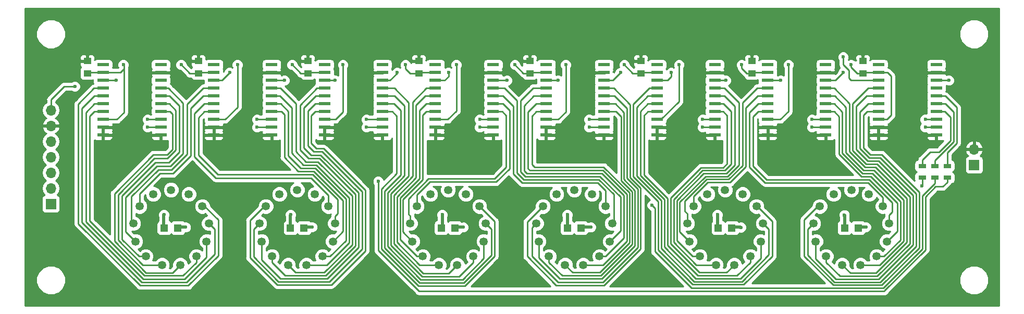
<source format=gbr>
G04 #@! TF.GenerationSoftware,KiCad,Pcbnew,(5.0.1)-4*
G04 #@! TF.CreationDate,2018-12-08T00:32:36+01:00*
G04 #@! TF.ProjectId,IN14_Display,494E31345F446973706C61792E6B6963,rev?*
G04 #@! TF.SameCoordinates,Original*
G04 #@! TF.FileFunction,Copper,L1,Top,Signal*
G04 #@! TF.FilePolarity,Positive*
%FSLAX46Y46*%
G04 Gerber Fmt 4.6, Leading zero omitted, Abs format (unit mm)*
G04 Created by KiCad (PCBNEW (5.0.1)-4) date 08.12.2018 00:32:36*
%MOMM*%
%LPD*%
G01*
G04 APERTURE LIST*
G04 #@! TA.AperFunction,SMDPad,CuDef*
%ADD10R,1.950000X0.600000*%
G04 #@! TD*
G04 #@! TA.AperFunction,ComponentPad*
%ADD11C,1.346200*%
G04 #@! TD*
G04 #@! TA.AperFunction,SMDPad,CuDef*
%ADD12R,1.200000X1.200000*%
G04 #@! TD*
G04 #@! TA.AperFunction,ComponentPad*
%ADD13R,1.700000X1.700000*%
G04 #@! TD*
G04 #@! TA.AperFunction,ComponentPad*
%ADD14O,1.700000X1.700000*%
G04 #@! TD*
G04 #@! TA.AperFunction,SMDPad,CuDef*
%ADD15R,1.300000X0.700000*%
G04 #@! TD*
G04 #@! TA.AperFunction,SMDPad,CuDef*
%ADD16R,1.250000X1.000000*%
G04 #@! TD*
G04 #@! TA.AperFunction,ViaPad*
%ADD17C,0.600000*%
G04 #@! TD*
G04 #@! TA.AperFunction,Conductor*
%ADD18C,0.250000*%
G04 #@! TD*
G04 #@! TA.AperFunction,Conductor*
%ADD19C,0.500000*%
G04 #@! TD*
G04 #@! TA.AperFunction,Conductor*
%ADD20C,0.254000*%
G04 #@! TD*
G04 APERTURE END LIST*
D10*
G04 #@! TO.P,IC4,1*
G04 #@! TO.N,N/C*
X131215000Y-81915000D03*
G04 #@! TO.P,IC4,2*
G04 #@! TO.N,VCC*
X131215000Y-83185000D03*
G04 #@! TO.P,IC4,3*
G04 #@! TO.N,Net-(IC4-Pad3)*
X131215000Y-84455000D03*
G04 #@! TO.P,IC4,4*
G04 #@! TO.N,Net-(IC4-Pad4)*
X131215000Y-85725000D03*
G04 #@! TO.P,IC4,5*
G04 #@! TO.N,Net-(IC4-Pad5)*
X131215000Y-86995000D03*
G04 #@! TO.P,IC4,6*
G04 #@! TO.N,Net-(IC4-Pad6)*
X131215000Y-88265000D03*
G04 #@! TO.P,IC4,7*
G04 #@! TO.N,Net-(IC4-Pad7)*
X131215000Y-89535000D03*
G04 #@! TO.P,IC4,8*
G04 #@! TO.N,VCC*
X131215000Y-90805000D03*
G04 #@! TO.P,IC4,9*
G04 #@! TO.N,GND*
X131215000Y-92075000D03*
G04 #@! TO.P,IC4,10*
X131215000Y-93345000D03*
G04 #@! TO.P,IC4,11*
X140615000Y-93345000D03*
G04 #@! TO.P,IC4,12*
G04 #@! TO.N,Net-(IC1-Pad12)*
X140615000Y-92075000D03*
G04 #@! TO.P,IC4,13*
G04 #@! TO.N,Net-(IC1-Pad13)*
X140615000Y-90805000D03*
G04 #@! TO.P,IC4,14*
G04 #@! TO.N,Net-(IC4-Pad14)*
X140615000Y-89535000D03*
G04 #@! TO.P,IC4,15*
G04 #@! TO.N,Net-(IC4-Pad15)*
X140615000Y-88265000D03*
G04 #@! TO.P,IC4,16*
G04 #@! TO.N,Net-(IC4-Pad16)*
X140615000Y-86995000D03*
G04 #@! TO.P,IC4,17*
G04 #@! TO.N,Net-(IC4-Pad17)*
X140615000Y-85725000D03*
G04 #@! TO.P,IC4,18*
G04 #@! TO.N,Net-(IC3-Pad3)*
X140615000Y-84455000D03*
G04 #@! TO.P,IC4,19*
G04 #@! TO.N,GND*
X140615000Y-83185000D03*
G04 #@! TO.P,IC4,20*
G04 #@! TO.N,N/C*
X140615000Y-81915000D03*
G04 #@! TD*
D11*
G04 #@! TO.P,N6,0*
G04 #@! TO.N,Net-(IC8-Pad7)*
X193704300Y-104919640D03*
G04 #@! TO.P,N6,1*
G04 #@! TO.N,Net-(IC7-Pad6)*
X203889700Y-104919640D03*
G04 #@! TO.P,N6,2*
G04 #@! TO.N,Net-(IC7-Pad7)*
X204941260Y-107690780D03*
G04 #@! TO.P,N6,3*
G04 #@! TO.N,Net-(IC7-Pad14)*
X204583120Y-110629560D03*
G04 #@! TO.P,N6,4*
G04 #@! TO.N,Net-(IC7-Pad15)*
X202901640Y-113067960D03*
G04 #@! TO.P,N6,5*
G04 #@! TO.N,Net-(IC7-Pad16)*
X200277820Y-114444640D03*
G04 #@! TO.P,N6,6*
G04 #@! TO.N,Net-(IC7-Pad17)*
X197316180Y-114444640D03*
G04 #@! TO.P,N6,7*
G04 #@! TO.N,Net-(IC8-Pad4)*
X194692360Y-113067960D03*
G04 #@! TO.P,N6,8*
G04 #@! TO.N,Net-(IC8-Pad5)*
X193010880Y-110629560D03*
G04 #@! TO.P,N6,9*
G04 #@! TO.N,Net-(IC8-Pad6)*
X192652740Y-107690780D03*
G04 #@! TO.P,N6,A*
G04 #@! TO.N,Net-(N6-PadA)*
X198797000Y-102247560D03*
G04 #@! TO.P,N6,LHDP*
G04 #@! TO.N,Net-(N6-PadLHDP)*
X195921720Y-102956220D03*
G04 #@! TO.P,N6,RHDP*
G04 #@! TO.N,Net-(N6-PadRHDP)*
X201672280Y-102956220D03*
G04 #@! TD*
G04 #@! TO.P,N5,0*
G04 #@! TO.N,Net-(IC7-Pad5)*
X173204300Y-104919640D03*
G04 #@! TO.P,N5,1*
G04 #@! TO.N,Net-(IC6-Pad4)*
X183389700Y-104919640D03*
G04 #@! TO.P,N5,2*
G04 #@! TO.N,Net-(IC6-Pad5)*
X184441260Y-107690780D03*
G04 #@! TO.P,N5,3*
G04 #@! TO.N,Net-(IC6-Pad6)*
X184083120Y-110629560D03*
G04 #@! TO.P,N5,4*
G04 #@! TO.N,Net-(IC6-Pad7)*
X182401640Y-113067960D03*
G04 #@! TO.P,N5,5*
G04 #@! TO.N,Net-(IC6-Pad14)*
X179777820Y-114444640D03*
G04 #@! TO.P,N5,6*
G04 #@! TO.N,Net-(IC6-Pad15)*
X176816180Y-114444640D03*
G04 #@! TO.P,N5,7*
G04 #@! TO.N,Net-(IC6-Pad16)*
X174192360Y-113067960D03*
G04 #@! TO.P,N5,8*
G04 #@! TO.N,Net-(IC6-Pad17)*
X172510880Y-110629560D03*
G04 #@! TO.P,N5,9*
G04 #@! TO.N,Net-(IC7-Pad4)*
X172152740Y-107690780D03*
G04 #@! TO.P,N5,A*
G04 #@! TO.N,Net-(N5-PadA)*
X178297000Y-102247560D03*
G04 #@! TO.P,N5,LHDP*
G04 #@! TO.N,Net-(N5-PadLHDP)*
X175421720Y-102956220D03*
G04 #@! TO.P,N5,RHDP*
G04 #@! TO.N,Net-(N5-PadRHDP)*
X181172280Y-102956220D03*
G04 #@! TD*
G04 #@! TO.P,N4,0*
G04 #@! TO.N,Net-(IC5-Pad17)*
X148695100Y-104919640D03*
G04 #@! TO.P,N4,1*
G04 #@! TO.N,Net-(IC4-Pad16)*
X158880500Y-104919640D03*
G04 #@! TO.P,N4,2*
G04 #@! TO.N,Net-(IC4-Pad17)*
X159932060Y-107690780D03*
G04 #@! TO.P,N4,3*
G04 #@! TO.N,Net-(IC5-Pad4)*
X159573920Y-110629560D03*
G04 #@! TO.P,N4,4*
G04 #@! TO.N,Net-(IC5-Pad5)*
X157892440Y-113067960D03*
G04 #@! TO.P,N4,5*
G04 #@! TO.N,Net-(IC5-Pad6)*
X155268620Y-114444640D03*
G04 #@! TO.P,N4,6*
G04 #@! TO.N,Net-(IC5-Pad7)*
X152306980Y-114444640D03*
G04 #@! TO.P,N4,7*
G04 #@! TO.N,Net-(IC5-Pad14)*
X149683160Y-113067960D03*
G04 #@! TO.P,N4,8*
G04 #@! TO.N,Net-(IC5-Pad15)*
X148001680Y-110629560D03*
G04 #@! TO.P,N4,9*
G04 #@! TO.N,Net-(IC5-Pad16)*
X147643540Y-107690780D03*
G04 #@! TO.P,N4,A*
G04 #@! TO.N,Net-(N4-PadA)*
X153787800Y-102247560D03*
G04 #@! TO.P,N4,LHDP*
G04 #@! TO.N,Net-(N4-PadLHDP)*
X150912520Y-102956220D03*
G04 #@! TO.P,N4,RHDP*
G04 #@! TO.N,Net-(N4-PadRHDP)*
X156663080Y-102956220D03*
G04 #@! TD*
G04 #@! TO.P,N3,0*
G04 #@! TO.N,Net-(IC4-Pad15)*
X128195100Y-104919640D03*
G04 #@! TO.P,N3,1*
G04 #@! TO.N,Net-(IC3-Pad14)*
X138380500Y-104919640D03*
G04 #@! TO.P,N3,2*
G04 #@! TO.N,Net-(IC3-Pad15)*
X139432060Y-107690780D03*
G04 #@! TO.P,N3,3*
G04 #@! TO.N,Net-(IC3-Pad16)*
X139073920Y-110629560D03*
G04 #@! TO.P,N3,4*
G04 #@! TO.N,Net-(IC3-Pad17)*
X137392440Y-113067960D03*
G04 #@! TO.P,N3,5*
G04 #@! TO.N,Net-(IC4-Pad4)*
X134768620Y-114444640D03*
G04 #@! TO.P,N3,6*
G04 #@! TO.N,Net-(IC4-Pad5)*
X131806980Y-114444640D03*
G04 #@! TO.P,N3,7*
G04 #@! TO.N,Net-(IC4-Pad6)*
X129183160Y-113067960D03*
G04 #@! TO.P,N3,8*
G04 #@! TO.N,Net-(IC4-Pad7)*
X127501680Y-110629560D03*
G04 #@! TO.P,N3,9*
G04 #@! TO.N,Net-(IC4-Pad14)*
X127143540Y-107690780D03*
G04 #@! TO.P,N3,A*
G04 #@! TO.N,Net-(N3-PadA)*
X133287800Y-102247560D03*
G04 #@! TO.P,N3,LHDP*
G04 #@! TO.N,Net-(N3-PadLHDP)*
X130412520Y-102956220D03*
G04 #@! TO.P,N3,RHDP*
G04 #@! TO.N,Net-(N3-PadRHDP)*
X136163080Y-102956220D03*
G04 #@! TD*
G04 #@! TO.P,N2,0*
G04 #@! TO.N,Net-(IC3-Pad7)*
X103681300Y-104919640D03*
G04 #@! TO.P,N2,1*
G04 #@! TO.N,Net-(IC2-Pad6)*
X113866700Y-104919640D03*
G04 #@! TO.P,N2,2*
G04 #@! TO.N,Net-(IC2-Pad7)*
X114918260Y-107690780D03*
G04 #@! TO.P,N2,3*
G04 #@! TO.N,Net-(IC2-Pad14)*
X114560120Y-110629560D03*
G04 #@! TO.P,N2,4*
G04 #@! TO.N,Net-(IC2-Pad15)*
X112878640Y-113067960D03*
G04 #@! TO.P,N2,5*
G04 #@! TO.N,Net-(IC2-Pad16)*
X110254820Y-114444640D03*
G04 #@! TO.P,N2,6*
G04 #@! TO.N,Net-(IC2-Pad17)*
X107293180Y-114444640D03*
G04 #@! TO.P,N2,7*
G04 #@! TO.N,Net-(IC3-Pad4)*
X104669360Y-113067960D03*
G04 #@! TO.P,N2,8*
G04 #@! TO.N,Net-(IC3-Pad5)*
X102987880Y-110629560D03*
G04 #@! TO.P,N2,9*
G04 #@! TO.N,Net-(IC3-Pad6)*
X102629740Y-107690780D03*
G04 #@! TO.P,N2,A*
G04 #@! TO.N,Net-(N2-PadA)*
X108774000Y-102247560D03*
G04 #@! TO.P,N2,LHDP*
G04 #@! TO.N,Net-(N2-PadLHDP)*
X105898720Y-102956220D03*
G04 #@! TO.P,N2,RHDP*
G04 #@! TO.N,Net-(N2-PadRHDP)*
X111649280Y-102956220D03*
G04 #@! TD*
G04 #@! TO.P,N1,0*
G04 #@! TO.N,Net-(IC2-Pad5)*
X83181300Y-104919640D03*
G04 #@! TO.P,N1,1*
G04 #@! TO.N,Net-(IC1-Pad4)*
X93366700Y-104919640D03*
G04 #@! TO.P,N1,2*
G04 #@! TO.N,Net-(IC1-Pad5)*
X94418260Y-107690780D03*
G04 #@! TO.P,N1,3*
G04 #@! TO.N,Net-(IC1-Pad6)*
X94060120Y-110629560D03*
G04 #@! TO.P,N1,4*
G04 #@! TO.N,Net-(IC1-Pad7)*
X92378640Y-113067960D03*
G04 #@! TO.P,N1,5*
G04 #@! TO.N,Net-(IC1-Pad14)*
X89754820Y-114444640D03*
G04 #@! TO.P,N1,6*
G04 #@! TO.N,Net-(IC1-Pad15)*
X86793180Y-114444640D03*
G04 #@! TO.P,N1,7*
G04 #@! TO.N,Net-(IC1-Pad16)*
X84169360Y-113067960D03*
G04 #@! TO.P,N1,8*
G04 #@! TO.N,Net-(IC1-Pad17)*
X82487880Y-110629560D03*
G04 #@! TO.P,N1,9*
G04 #@! TO.N,Net-(IC2-Pad4)*
X82129740Y-107690780D03*
G04 #@! TO.P,N1,A*
G04 #@! TO.N,Net-(N1-PadA)*
X88274000Y-102247560D03*
G04 #@! TO.P,N1,LHDP*
G04 #@! TO.N,Net-(N1-PadLHDP)*
X85398720Y-102956220D03*
G04 #@! TO.P,N1,RHDP*
G04 #@! TO.N,Net-(N1-PadRHDP)*
X91149280Y-102956220D03*
G04 #@! TD*
D12*
G04 #@! TO.P,D1,2*
G04 #@! TO.N,Net-(D1-Pad2)*
X89374000Y-108435000D03*
G04 #@! TO.P,D1,1*
G04 #@! TO.N,Net-(D1-Pad1)*
X87174000Y-108435000D03*
G04 #@! TD*
G04 #@! TO.P,D2,2*
G04 #@! TO.N,Net-(D2-Pad2)*
X109874000Y-108435000D03*
G04 #@! TO.P,D2,1*
G04 #@! TO.N,Net-(D1-Pad1)*
X107674000Y-108435000D03*
G04 #@! TD*
G04 #@! TO.P,D3,2*
G04 #@! TO.N,Net-(D3-Pad2)*
X134387800Y-108435000D03*
G04 #@! TO.P,D3,1*
G04 #@! TO.N,Net-(D1-Pad1)*
X132187800Y-108435000D03*
G04 #@! TD*
G04 #@! TO.P,D4,2*
G04 #@! TO.N,Net-(D4-Pad2)*
X154887800Y-108435000D03*
G04 #@! TO.P,D4,1*
G04 #@! TO.N,Net-(D1-Pad1)*
X152687800Y-108435000D03*
G04 #@! TD*
G04 #@! TO.P,D5,2*
G04 #@! TO.N,Net-(D5-Pad2)*
X179397000Y-108435000D03*
G04 #@! TO.P,D5,1*
G04 #@! TO.N,Net-(D1-Pad1)*
X177197000Y-108435000D03*
G04 #@! TD*
G04 #@! TO.P,D6,2*
G04 #@! TO.N,Net-(D6-Pad2)*
X199897000Y-108435000D03*
G04 #@! TO.P,D6,1*
G04 #@! TO.N,Net-(D1-Pad1)*
X197697000Y-108435000D03*
G04 #@! TD*
D10*
G04 #@! TO.P,IC1,1*
G04 #@! TO.N,N/C*
X77215000Y-81915000D03*
G04 #@! TO.P,IC1,2*
G04 #@! TO.N,VCC*
X77215000Y-83185000D03*
G04 #@! TO.P,IC1,3*
G04 #@! TO.N,Net-(IC1-Pad3)*
X77215000Y-84455000D03*
G04 #@! TO.P,IC1,4*
G04 #@! TO.N,Net-(IC1-Pad4)*
X77215000Y-85725000D03*
G04 #@! TO.P,IC1,5*
G04 #@! TO.N,Net-(IC1-Pad5)*
X77215000Y-86995000D03*
G04 #@! TO.P,IC1,6*
G04 #@! TO.N,Net-(IC1-Pad6)*
X77215000Y-88265000D03*
G04 #@! TO.P,IC1,7*
G04 #@! TO.N,Net-(IC1-Pad7)*
X77215000Y-89535000D03*
G04 #@! TO.P,IC1,8*
G04 #@! TO.N,VCC*
X77215000Y-90805000D03*
G04 #@! TO.P,IC1,9*
G04 #@! TO.N,GND*
X77215000Y-92075000D03*
G04 #@! TO.P,IC1,10*
X77215000Y-93345000D03*
G04 #@! TO.P,IC1,11*
X86615000Y-93345000D03*
G04 #@! TO.P,IC1,12*
G04 #@! TO.N,Net-(IC1-Pad12)*
X86615000Y-92075000D03*
G04 #@! TO.P,IC1,13*
G04 #@! TO.N,Net-(IC1-Pad13)*
X86615000Y-90805000D03*
G04 #@! TO.P,IC1,14*
G04 #@! TO.N,Net-(IC1-Pad14)*
X86615000Y-89535000D03*
G04 #@! TO.P,IC1,15*
G04 #@! TO.N,Net-(IC1-Pad15)*
X86615000Y-88265000D03*
G04 #@! TO.P,IC1,16*
G04 #@! TO.N,Net-(IC1-Pad16)*
X86615000Y-86995000D03*
G04 #@! TO.P,IC1,17*
G04 #@! TO.N,Net-(IC1-Pad17)*
X86615000Y-85725000D03*
G04 #@! TO.P,IC1,18*
G04 #@! TO.N,Net-(IC1-Pad18)*
X86615000Y-84455000D03*
G04 #@! TO.P,IC1,19*
G04 #@! TO.N,GND*
X86615000Y-83185000D03*
G04 #@! TO.P,IC1,20*
G04 #@! TO.N,N/C*
X86615000Y-81915000D03*
G04 #@! TD*
G04 #@! TO.P,IC2,1*
G04 #@! TO.N,N/C*
X95215000Y-81915000D03*
G04 #@! TO.P,IC2,2*
G04 #@! TO.N,VCC*
X95215000Y-83185000D03*
G04 #@! TO.P,IC2,3*
G04 #@! TO.N,Net-(IC2-Pad3)*
X95215000Y-84455000D03*
G04 #@! TO.P,IC2,4*
G04 #@! TO.N,Net-(IC2-Pad4)*
X95215000Y-85725000D03*
G04 #@! TO.P,IC2,5*
G04 #@! TO.N,Net-(IC2-Pad5)*
X95215000Y-86995000D03*
G04 #@! TO.P,IC2,6*
G04 #@! TO.N,Net-(IC2-Pad6)*
X95215000Y-88265000D03*
G04 #@! TO.P,IC2,7*
G04 #@! TO.N,Net-(IC2-Pad7)*
X95215000Y-89535000D03*
G04 #@! TO.P,IC2,8*
G04 #@! TO.N,VCC*
X95215000Y-90805000D03*
G04 #@! TO.P,IC2,9*
G04 #@! TO.N,GND*
X95215000Y-92075000D03*
G04 #@! TO.P,IC2,10*
X95215000Y-93345000D03*
G04 #@! TO.P,IC2,11*
X104615000Y-93345000D03*
G04 #@! TO.P,IC2,12*
G04 #@! TO.N,Net-(IC1-Pad12)*
X104615000Y-92075000D03*
G04 #@! TO.P,IC2,13*
G04 #@! TO.N,Net-(IC1-Pad13)*
X104615000Y-90805000D03*
G04 #@! TO.P,IC2,14*
G04 #@! TO.N,Net-(IC2-Pad14)*
X104615000Y-89535000D03*
G04 #@! TO.P,IC2,15*
G04 #@! TO.N,Net-(IC2-Pad15)*
X104615000Y-88265000D03*
G04 #@! TO.P,IC2,16*
G04 #@! TO.N,Net-(IC2-Pad16)*
X104615000Y-86995000D03*
G04 #@! TO.P,IC2,17*
G04 #@! TO.N,Net-(IC2-Pad17)*
X104615000Y-85725000D03*
G04 #@! TO.P,IC2,18*
G04 #@! TO.N,Net-(IC1-Pad3)*
X104615000Y-84455000D03*
G04 #@! TO.P,IC2,19*
G04 #@! TO.N,GND*
X104615000Y-83185000D03*
G04 #@! TO.P,IC2,20*
G04 #@! TO.N,N/C*
X104615000Y-81915000D03*
G04 #@! TD*
G04 #@! TO.P,IC3,1*
G04 #@! TO.N,N/C*
X113215000Y-81915000D03*
G04 #@! TO.P,IC3,2*
G04 #@! TO.N,VCC*
X113215000Y-83185000D03*
G04 #@! TO.P,IC3,3*
G04 #@! TO.N,Net-(IC3-Pad3)*
X113215000Y-84455000D03*
G04 #@! TO.P,IC3,4*
G04 #@! TO.N,Net-(IC3-Pad4)*
X113215000Y-85725000D03*
G04 #@! TO.P,IC3,5*
G04 #@! TO.N,Net-(IC3-Pad5)*
X113215000Y-86995000D03*
G04 #@! TO.P,IC3,6*
G04 #@! TO.N,Net-(IC3-Pad6)*
X113215000Y-88265000D03*
G04 #@! TO.P,IC3,7*
G04 #@! TO.N,Net-(IC3-Pad7)*
X113215000Y-89535000D03*
G04 #@! TO.P,IC3,8*
G04 #@! TO.N,VCC*
X113215000Y-90805000D03*
G04 #@! TO.P,IC3,9*
G04 #@! TO.N,GND*
X113215000Y-92075000D03*
G04 #@! TO.P,IC3,10*
X113215000Y-93345000D03*
G04 #@! TO.P,IC3,11*
X122615000Y-93345000D03*
G04 #@! TO.P,IC3,12*
G04 #@! TO.N,Net-(IC1-Pad12)*
X122615000Y-92075000D03*
G04 #@! TO.P,IC3,13*
G04 #@! TO.N,Net-(IC1-Pad13)*
X122615000Y-90805000D03*
G04 #@! TO.P,IC3,14*
G04 #@! TO.N,Net-(IC3-Pad14)*
X122615000Y-89535000D03*
G04 #@! TO.P,IC3,15*
G04 #@! TO.N,Net-(IC3-Pad15)*
X122615000Y-88265000D03*
G04 #@! TO.P,IC3,16*
G04 #@! TO.N,Net-(IC3-Pad16)*
X122615000Y-86995000D03*
G04 #@! TO.P,IC3,17*
G04 #@! TO.N,Net-(IC3-Pad17)*
X122615000Y-85725000D03*
G04 #@! TO.P,IC3,18*
G04 #@! TO.N,Net-(IC2-Pad3)*
X122615000Y-84455000D03*
G04 #@! TO.P,IC3,19*
G04 #@! TO.N,GND*
X122615000Y-83185000D03*
G04 #@! TO.P,IC3,20*
G04 #@! TO.N,N/C*
X122615000Y-81915000D03*
G04 #@! TD*
G04 #@! TO.P,IC5,1*
G04 #@! TO.N,N/C*
X149215000Y-81915000D03*
G04 #@! TO.P,IC5,2*
G04 #@! TO.N,VCC*
X149215000Y-83185000D03*
G04 #@! TO.P,IC5,3*
G04 #@! TO.N,Net-(IC5-Pad3)*
X149215000Y-84455000D03*
G04 #@! TO.P,IC5,4*
G04 #@! TO.N,Net-(IC5-Pad4)*
X149215000Y-85725000D03*
G04 #@! TO.P,IC5,5*
G04 #@! TO.N,Net-(IC5-Pad5)*
X149215000Y-86995000D03*
G04 #@! TO.P,IC5,6*
G04 #@! TO.N,Net-(IC5-Pad6)*
X149215000Y-88265000D03*
G04 #@! TO.P,IC5,7*
G04 #@! TO.N,Net-(IC5-Pad7)*
X149215000Y-89535000D03*
G04 #@! TO.P,IC5,8*
G04 #@! TO.N,VCC*
X149215000Y-90805000D03*
G04 #@! TO.P,IC5,9*
G04 #@! TO.N,GND*
X149215000Y-92075000D03*
G04 #@! TO.P,IC5,10*
X149215000Y-93345000D03*
G04 #@! TO.P,IC5,11*
X158615000Y-93345000D03*
G04 #@! TO.P,IC5,12*
G04 #@! TO.N,Net-(IC1-Pad12)*
X158615000Y-92075000D03*
G04 #@! TO.P,IC5,13*
G04 #@! TO.N,Net-(IC1-Pad13)*
X158615000Y-90805000D03*
G04 #@! TO.P,IC5,14*
G04 #@! TO.N,Net-(IC5-Pad14)*
X158615000Y-89535000D03*
G04 #@! TO.P,IC5,15*
G04 #@! TO.N,Net-(IC5-Pad15)*
X158615000Y-88265000D03*
G04 #@! TO.P,IC5,16*
G04 #@! TO.N,Net-(IC5-Pad16)*
X158615000Y-86995000D03*
G04 #@! TO.P,IC5,17*
G04 #@! TO.N,Net-(IC5-Pad17)*
X158615000Y-85725000D03*
G04 #@! TO.P,IC5,18*
G04 #@! TO.N,Net-(IC4-Pad3)*
X158615000Y-84455000D03*
G04 #@! TO.P,IC5,19*
G04 #@! TO.N,GND*
X158615000Y-83185000D03*
G04 #@! TO.P,IC5,20*
G04 #@! TO.N,N/C*
X158615000Y-81915000D03*
G04 #@! TD*
G04 #@! TO.P,IC6,1*
G04 #@! TO.N,N/C*
X167215000Y-81915000D03*
G04 #@! TO.P,IC6,2*
G04 #@! TO.N,VCC*
X167215000Y-83185000D03*
G04 #@! TO.P,IC6,3*
G04 #@! TO.N,Net-(IC6-Pad3)*
X167215000Y-84455000D03*
G04 #@! TO.P,IC6,4*
G04 #@! TO.N,Net-(IC6-Pad4)*
X167215000Y-85725000D03*
G04 #@! TO.P,IC6,5*
G04 #@! TO.N,Net-(IC6-Pad5)*
X167215000Y-86995000D03*
G04 #@! TO.P,IC6,6*
G04 #@! TO.N,Net-(IC6-Pad6)*
X167215000Y-88265000D03*
G04 #@! TO.P,IC6,7*
G04 #@! TO.N,Net-(IC6-Pad7)*
X167215000Y-89535000D03*
G04 #@! TO.P,IC6,8*
G04 #@! TO.N,VCC*
X167215000Y-90805000D03*
G04 #@! TO.P,IC6,9*
G04 #@! TO.N,GND*
X167215000Y-92075000D03*
G04 #@! TO.P,IC6,10*
X167215000Y-93345000D03*
G04 #@! TO.P,IC6,11*
X176615000Y-93345000D03*
G04 #@! TO.P,IC6,12*
G04 #@! TO.N,Net-(IC1-Pad12)*
X176615000Y-92075000D03*
G04 #@! TO.P,IC6,13*
G04 #@! TO.N,Net-(IC1-Pad13)*
X176615000Y-90805000D03*
G04 #@! TO.P,IC6,14*
G04 #@! TO.N,Net-(IC6-Pad14)*
X176615000Y-89535000D03*
G04 #@! TO.P,IC6,15*
G04 #@! TO.N,Net-(IC6-Pad15)*
X176615000Y-88265000D03*
G04 #@! TO.P,IC6,16*
G04 #@! TO.N,Net-(IC6-Pad16)*
X176615000Y-86995000D03*
G04 #@! TO.P,IC6,17*
G04 #@! TO.N,Net-(IC6-Pad17)*
X176615000Y-85725000D03*
G04 #@! TO.P,IC6,18*
G04 #@! TO.N,Net-(IC5-Pad3)*
X176615000Y-84455000D03*
G04 #@! TO.P,IC6,19*
G04 #@! TO.N,GND*
X176615000Y-83185000D03*
G04 #@! TO.P,IC6,20*
G04 #@! TO.N,N/C*
X176615000Y-81915000D03*
G04 #@! TD*
G04 #@! TO.P,IC7,1*
G04 #@! TO.N,N/C*
X185215000Y-81915000D03*
G04 #@! TO.P,IC7,2*
G04 #@! TO.N,VCC*
X185215000Y-83185000D03*
G04 #@! TO.P,IC7,3*
G04 #@! TO.N,Net-(IC7-Pad3)*
X185215000Y-84455000D03*
G04 #@! TO.P,IC7,4*
G04 #@! TO.N,Net-(IC7-Pad4)*
X185215000Y-85725000D03*
G04 #@! TO.P,IC7,5*
G04 #@! TO.N,Net-(IC7-Pad5)*
X185215000Y-86995000D03*
G04 #@! TO.P,IC7,6*
G04 #@! TO.N,Net-(IC7-Pad6)*
X185215000Y-88265000D03*
G04 #@! TO.P,IC7,7*
G04 #@! TO.N,Net-(IC7-Pad7)*
X185215000Y-89535000D03*
G04 #@! TO.P,IC7,8*
G04 #@! TO.N,VCC*
X185215000Y-90805000D03*
G04 #@! TO.P,IC7,9*
G04 #@! TO.N,GND*
X185215000Y-92075000D03*
G04 #@! TO.P,IC7,10*
X185215000Y-93345000D03*
G04 #@! TO.P,IC7,11*
X194615000Y-93345000D03*
G04 #@! TO.P,IC7,12*
G04 #@! TO.N,Net-(IC1-Pad12)*
X194615000Y-92075000D03*
G04 #@! TO.P,IC7,13*
G04 #@! TO.N,Net-(IC1-Pad13)*
X194615000Y-90805000D03*
G04 #@! TO.P,IC7,14*
G04 #@! TO.N,Net-(IC7-Pad14)*
X194615000Y-89535000D03*
G04 #@! TO.P,IC7,15*
G04 #@! TO.N,Net-(IC7-Pad15)*
X194615000Y-88265000D03*
G04 #@! TO.P,IC7,16*
G04 #@! TO.N,Net-(IC7-Pad16)*
X194615000Y-86995000D03*
G04 #@! TO.P,IC7,17*
G04 #@! TO.N,Net-(IC7-Pad17)*
X194615000Y-85725000D03*
G04 #@! TO.P,IC7,18*
G04 #@! TO.N,Net-(IC6-Pad3)*
X194615000Y-84455000D03*
G04 #@! TO.P,IC7,19*
G04 #@! TO.N,GND*
X194615000Y-83185000D03*
G04 #@! TO.P,IC7,20*
G04 #@! TO.N,N/C*
X194615000Y-81915000D03*
G04 #@! TD*
G04 #@! TO.P,IC8,1*
G04 #@! TO.N,N/C*
X203215000Y-81915000D03*
G04 #@! TO.P,IC8,2*
G04 #@! TO.N,VCC*
X203215000Y-83185000D03*
G04 #@! TO.P,IC8,3*
G04 #@! TO.N,Net-(IC8-Pad3)*
X203215000Y-84455000D03*
G04 #@! TO.P,IC8,4*
G04 #@! TO.N,Net-(IC8-Pad4)*
X203215000Y-85725000D03*
G04 #@! TO.P,IC8,5*
G04 #@! TO.N,Net-(IC8-Pad5)*
X203215000Y-86995000D03*
G04 #@! TO.P,IC8,6*
G04 #@! TO.N,Net-(IC8-Pad6)*
X203215000Y-88265000D03*
G04 #@! TO.P,IC8,7*
G04 #@! TO.N,Net-(IC8-Pad7)*
X203215000Y-89535000D03*
G04 #@! TO.P,IC8,8*
G04 #@! TO.N,VCC*
X203215000Y-90805000D03*
G04 #@! TO.P,IC8,9*
G04 #@! TO.N,GND*
X203215000Y-92075000D03*
G04 #@! TO.P,IC8,10*
X203215000Y-93345000D03*
G04 #@! TO.P,IC8,11*
X212615000Y-93345000D03*
G04 #@! TO.P,IC8,12*
G04 #@! TO.N,Net-(IC1-Pad12)*
X212615000Y-92075000D03*
G04 #@! TO.P,IC8,13*
G04 #@! TO.N,Net-(IC1-Pad13)*
X212615000Y-90805000D03*
G04 #@! TO.P,IC8,14*
G04 #@! TO.N,Net-(IC8-Pad14)*
X212615000Y-89535000D03*
G04 #@! TO.P,IC8,15*
G04 #@! TO.N,Net-(IC8-Pad15)*
X212615000Y-88265000D03*
G04 #@! TO.P,IC8,16*
G04 #@! TO.N,Net-(IC8-Pad16)*
X212615000Y-86995000D03*
G04 #@! TO.P,IC8,17*
G04 #@! TO.N,Net-(IC8-Pad17)*
X212615000Y-85725000D03*
G04 #@! TO.P,IC8,18*
G04 #@! TO.N,Net-(IC7-Pad3)*
X212615000Y-84455000D03*
G04 #@! TO.P,IC8,19*
G04 #@! TO.N,GND*
X212615000Y-83185000D03*
G04 #@! TO.P,IC8,20*
G04 #@! TO.N,N/C*
X212615000Y-81915000D03*
G04 #@! TD*
D13*
G04 #@! TO.P,P1,1*
G04 #@! TO.N,Net-(P1-Pad1)*
X218754000Y-98190000D03*
D14*
G04 #@! TO.P,P1,2*
G04 #@! TO.N,GND*
X218754000Y-95650000D03*
G04 #@! TD*
D15*
G04 #@! TO.P,R14,1*
G04 #@! TO.N,Net-(IC8-Pad15)*
X212344000Y-98364000D03*
G04 #@! TO.P,R14,2*
G04 #@! TO.N,Net-(N4-PadRHDP)*
X212344000Y-100264000D03*
G04 #@! TD*
G04 #@! TO.P,R15,1*
G04 #@! TO.N,Net-(IC8-Pad14)*
X210312000Y-98364000D03*
G04 #@! TO.P,R15,2*
G04 #@! TO.N,Net-(N6-PadRHDP)*
X210312000Y-100264000D03*
G04 #@! TD*
D16*
G04 #@! TO.P,C1,1*
G04 #@! TO.N,VCC*
X74676000Y-83296000D03*
G04 #@! TO.P,C1,2*
G04 #@! TO.N,GND*
X74676000Y-81296000D03*
G04 #@! TD*
G04 #@! TO.P,C2,1*
G04 #@! TO.N,VCC*
X92710000Y-83296000D03*
G04 #@! TO.P,C2,2*
G04 #@! TO.N,GND*
X92710000Y-81296000D03*
G04 #@! TD*
G04 #@! TO.P,C3,1*
G04 #@! TO.N,VCC*
X110490000Y-83296000D03*
G04 #@! TO.P,C3,2*
G04 #@! TO.N,GND*
X110490000Y-81296000D03*
G04 #@! TD*
G04 #@! TO.P,C4,1*
G04 #@! TO.N,VCC*
X128524000Y-83296000D03*
G04 #@! TO.P,C4,2*
G04 #@! TO.N,GND*
X128524000Y-81296000D03*
G04 #@! TD*
G04 #@! TO.P,C5,1*
G04 #@! TO.N,VCC*
X146558000Y-83296000D03*
G04 #@! TO.P,C5,2*
G04 #@! TO.N,GND*
X146558000Y-81296000D03*
G04 #@! TD*
G04 #@! TO.P,C6,1*
G04 #@! TO.N,VCC*
X164592000Y-83296000D03*
G04 #@! TO.P,C6,2*
G04 #@! TO.N,GND*
X164592000Y-81296000D03*
G04 #@! TD*
G04 #@! TO.P,C7,1*
G04 #@! TO.N,VCC*
X182626000Y-83296000D03*
G04 #@! TO.P,C7,2*
G04 #@! TO.N,GND*
X182626000Y-81296000D03*
G04 #@! TD*
G04 #@! TO.P,C8,1*
G04 #@! TO.N,VCC*
X200660000Y-83296000D03*
G04 #@! TO.P,C8,2*
G04 #@! TO.N,GND*
X200660000Y-81296000D03*
G04 #@! TD*
D13*
G04 #@! TO.P,J1,1*
G04 #@! TO.N,+12V*
X68754000Y-104540000D03*
D14*
G04 #@! TO.P,J1,2*
G04 #@! TO.N,Net-(J1-Pad2)*
X68754000Y-102000000D03*
G04 #@! TO.P,J1,3*
G04 #@! TO.N,Net-(IC1-Pad12)*
X68754000Y-99460000D03*
G04 #@! TO.P,J1,4*
G04 #@! TO.N,Net-(IC1-Pad13)*
X68754000Y-96920000D03*
G04 #@! TO.P,J1,5*
G04 #@! TO.N,Net-(IC8-Pad3)*
X68754000Y-94380000D03*
G04 #@! TO.P,J1,6*
G04 #@! TO.N,GND*
X68754000Y-91840000D03*
G04 #@! TO.P,J1,7*
G04 #@! TO.N,VCC*
X68754000Y-89300000D03*
G04 #@! TD*
D15*
G04 #@! TO.P,R16,1*
G04 #@! TO.N,Net-(IC8-Pad16)*
X214376000Y-98364000D03*
G04 #@! TO.P,R16,2*
G04 #@! TO.N,Net-(N2-PadRHDP)*
X214376000Y-100264000D03*
G04 #@! TD*
D17*
G04 #@! TO.N,Net-(IC1-Pad12)*
X192405000Y-92075000D03*
X174625000Y-92075000D03*
X156210000Y-92075000D03*
X138430000Y-92075000D03*
X120015000Y-92075000D03*
X102235000Y-92075000D03*
X210820000Y-92075000D03*
X84455000Y-92075000D03*
G04 #@! TO.N,Net-(IC1-Pad13)*
X138430000Y-90805000D03*
X192405000Y-90805000D03*
X174625000Y-90805000D03*
X156210000Y-90805000D03*
X120015000Y-90805000D03*
X102235000Y-90805000D03*
X210820000Y-90805000D03*
X84455000Y-90805000D03*
G04 #@! TO.N,VCC*
X72652501Y-85438413D03*
X89916000Y-81915000D03*
X80518000Y-81915000D03*
X161925000Y-81915000D03*
X188595000Y-81915000D03*
X170815000Y-81915000D03*
X152400000Y-81915000D03*
X134620000Y-81915000D03*
X116205000Y-81915000D03*
X99060000Y-81915000D03*
X144145000Y-81915000D03*
X107950000Y-81915000D03*
X126365000Y-81915000D03*
X180975000Y-81915000D03*
X198755000Y-81915000D03*
G04 #@! TO.N,GND*
X208280000Y-99314000D03*
X208534000Y-96012000D03*
X208534000Y-93218000D03*
X208534000Y-87376000D03*
X65786000Y-107950000D03*
X72136000Y-113284000D03*
X74676000Y-116840000D03*
X214630235Y-115945683D03*
X190754000Y-99314000D03*
X190754000Y-96012000D03*
X190754000Y-93218000D03*
X190754000Y-87376000D03*
X170434000Y-99314000D03*
X172445138Y-96019196D03*
X172466000Y-93218000D03*
X172466000Y-87376000D03*
X154432000Y-96012000D03*
X154432000Y-93218000D03*
X154432000Y-87376000D03*
X137922000Y-99314000D03*
X136398000Y-96012000D03*
X136398000Y-93218000D03*
X136398000Y-87376000D03*
X120904000Y-99314000D03*
X118596006Y-96057864D03*
X118596008Y-87376609D03*
X118618000Y-93218000D03*
X165690836Y-115806047D03*
X165690836Y-112713024D03*
X165714447Y-107920018D03*
X120857718Y-104939867D03*
X120857718Y-107911591D03*
X120857718Y-115756070D03*
X120879569Y-112828047D03*
X101092000Y-96012000D03*
X101092000Y-93218000D03*
X101092000Y-87376000D03*
X77724000Y-99568000D03*
X76454000Y-99568000D03*
X82550000Y-96012000D03*
X82550000Y-93218000D03*
X82550000Y-87376000D03*
X82550000Y-83058000D03*
X214630000Y-112776000D03*
X188722000Y-102616000D03*
X188722000Y-104902000D03*
X188722000Y-107950000D03*
X188722000Y-112776000D03*
X188722000Y-115824000D03*
X143510000Y-104902000D03*
X143510000Y-107950000D03*
X143510000Y-112776000D03*
X143510000Y-115824000D03*
X98298000Y-104902000D03*
X98298000Y-107950000D03*
X98298000Y-112776000D03*
X98298000Y-115824000D03*
X214676000Y-120396000D03*
X209676000Y-120396000D03*
X204676000Y-120396000D03*
X199676000Y-120396000D03*
X194676000Y-120396000D03*
X189676000Y-120396000D03*
X184676000Y-120396000D03*
X179676000Y-120396000D03*
X174676000Y-120396000D03*
X169676000Y-120396000D03*
X164676000Y-120396000D03*
X159676000Y-120396000D03*
X154676000Y-120396000D03*
X149676000Y-120396000D03*
X144676000Y-120396000D03*
X139676000Y-120396000D03*
X134676000Y-120396000D03*
X129676000Y-120396000D03*
X124676000Y-120396000D03*
X119676000Y-120396000D03*
X114676000Y-120396000D03*
X109676000Y-120396000D03*
X104676000Y-120396000D03*
X99676000Y-120396000D03*
X94676000Y-120396000D03*
X89676000Y-120396000D03*
X84676000Y-120396000D03*
X79676000Y-120396000D03*
X74676000Y-120396000D03*
X214676000Y-74422000D03*
X209676000Y-74422000D03*
X204676000Y-74422000D03*
X199676000Y-74422000D03*
X194676000Y-74422000D03*
X189676000Y-74422000D03*
X184676000Y-74422000D03*
X179676000Y-74422000D03*
X174676000Y-74422000D03*
X169676000Y-74422000D03*
X164676000Y-74422000D03*
X159676000Y-74422000D03*
X154676000Y-74422000D03*
X149676000Y-74422000D03*
X144676000Y-74422000D03*
X139676000Y-74422000D03*
X134676000Y-74422000D03*
X129676000Y-74422000D03*
X124676000Y-74422000D03*
X119676000Y-74422000D03*
X114676000Y-74422000D03*
X109676000Y-74422000D03*
X104676000Y-74422000D03*
X99676000Y-74422000D03*
X94676000Y-74422000D03*
X89676000Y-74422000D03*
X84676000Y-74422000D03*
X79676000Y-74422000D03*
X74676000Y-74422000D03*
G04 #@! TO.N,Net-(D1-Pad2)*
X90650159Y-108332823D03*
G04 #@! TO.N,Net-(D1-Pad1)*
X197672695Y-106314744D03*
X87122000Y-106298231D03*
X107696000Y-106298231D03*
X132334000Y-106298231D03*
X152654000Y-106298231D03*
X177038000Y-106298231D03*
G04 #@! TO.N,Net-(D2-Pad2)*
X111218622Y-108286385D03*
G04 #@! TO.N,Net-(D3-Pad2)*
X135751618Y-108325839D03*
G04 #@! TO.N,Net-(D4-Pad2)*
X156463608Y-108311764D03*
G04 #@! TO.N,Net-(D5-Pad2)*
X180846361Y-108342804D03*
G04 #@! TO.N,Net-(D6-Pad2)*
X201188715Y-108290810D03*
G04 #@! TO.N,Net-(IC1-Pad3)*
X106680000Y-84455000D03*
X79375000Y-84455000D03*
G04 #@! TO.N,Net-(N6-PadRHDP)*
X210280246Y-101645689D03*
G04 #@! TO.N,Net-(IC2-Pad3)*
X125017172Y-83148682D03*
X97790000Y-83185000D03*
G04 #@! TO.N,Net-(IC3-Pad3)*
X142875000Y-84455000D03*
X114935000Y-84455000D03*
G04 #@! TO.N,Net-(IC4-Pad3)*
X161290000Y-83185000D03*
X133350000Y-83185000D03*
G04 #@! TO.N,Net-(IC5-Pad3)*
X178435000Y-84455000D03*
X151130000Y-84455000D03*
G04 #@! TO.N,Net-(IC6-Pad3)*
X197485000Y-83185000D03*
X169545000Y-83185000D03*
G04 #@! TO.N,Net-(IC7-Pad3)*
X214630000Y-84455000D03*
X187325000Y-84455000D03*
G04 #@! TO.N,Net-(IC8-Pad3)*
X197485000Y-80645000D03*
G04 #@! TO.N,Net-(N2-PadRHDP)*
X121933074Y-100876805D03*
G04 #@! TO.N,Net-(N4-PadRHDP)*
X166420824Y-104752359D03*
G04 #@! TD*
D18*
G04 #@! TO.N,Net-(IC1-Pad4)*
X77215000Y-85725000D02*
X75764364Y-85725000D01*
X75764364Y-85725000D02*
X73215124Y-88274240D01*
X73215124Y-88274240D02*
X73215124Y-107759124D01*
X95934668Y-107143934D02*
X93710374Y-104919640D01*
X73215124Y-107759124D02*
X83258536Y-117802536D01*
X83258536Y-117802536D02*
X91086998Y-117802536D01*
X95934668Y-112954866D02*
X95934668Y-107143934D01*
X91086998Y-117802536D02*
X95934668Y-112954866D01*
X93710374Y-104919640D02*
X93366700Y-104919640D01*
G04 #@! TO.N,Net-(IC1-Pad5)*
X77215000Y-86995000D02*
X75827088Y-86995000D01*
X75827088Y-86995000D02*
X73786463Y-89035625D01*
X73786463Y-89035625D02*
X73786463Y-107568463D01*
X73786463Y-107568463D02*
X83495259Y-117277259D01*
X83495259Y-117277259D02*
X90804681Y-117277259D01*
X90804681Y-117277259D02*
X95348553Y-112733387D01*
X95348553Y-112733387D02*
X95348553Y-108621073D01*
X95348553Y-108621073D02*
X94418260Y-107690780D01*
G04 #@! TO.N,Net-(IC1-Pad6)*
X77215000Y-88265000D02*
X75831233Y-88265000D01*
X75831233Y-88265000D02*
X74421283Y-89674950D01*
X74421283Y-89674950D02*
X74421283Y-107441283D01*
X74421283Y-107441283D02*
X83740594Y-116760594D01*
X83740594Y-116760594D02*
X90503406Y-116760594D01*
X90503406Y-116760594D02*
X94060120Y-113203880D01*
X94060120Y-113203880D02*
X94060120Y-110629560D01*
G04 #@! TO.N,Net-(IC1-Pad14)*
X86615000Y-89535000D02*
X88073045Y-89535000D01*
X87630000Y-96520000D02*
X85407439Y-96520000D01*
X89081721Y-115117739D02*
X89754820Y-114444640D01*
X88073045Y-89535000D02*
X88488874Y-89950829D01*
X88488874Y-89950829D02*
X88488874Y-95661126D01*
X88488874Y-95661126D02*
X87630000Y-96520000D01*
X85407439Y-96520000D02*
X79076883Y-102850556D01*
X79076883Y-102850556D02*
X79076883Y-110572883D01*
X79076883Y-110572883D02*
X84222651Y-115718651D01*
X84222651Y-115718651D02*
X88480809Y-115718651D01*
X88480809Y-115718651D02*
X89081721Y-115117739D01*
G04 #@! TO.N,Net-(IC1-Pad15)*
X86615000Y-88265000D02*
X87968614Y-88265000D01*
X87968614Y-88265000D02*
X89056406Y-89352792D01*
X89056406Y-89352792D02*
X89056406Y-95762035D01*
X89056406Y-95762035D02*
X87663441Y-97155000D01*
X87663441Y-97155000D02*
X85570904Y-97155000D01*
X85570904Y-97155000D02*
X79711803Y-103014101D01*
X79711803Y-103014101D02*
X79711803Y-110445803D01*
X79711803Y-110445803D02*
X83710640Y-114444640D01*
X83710640Y-114444640D02*
X86793180Y-114444640D01*
G04 #@! TO.N,Net-(IC1-Pad16)*
X86615000Y-86995000D02*
X88001836Y-86995000D01*
X88001836Y-86995000D02*
X89584330Y-88577494D01*
X89584330Y-88577494D02*
X89584330Y-96095040D01*
X89584330Y-96095040D02*
X87916637Y-97762733D01*
X83059992Y-113067960D02*
X84169360Y-113067960D01*
X87916637Y-97762733D02*
X85748248Y-97762733D01*
X85748248Y-97762733D02*
X80334591Y-103176390D01*
X80334591Y-103176390D02*
X80334591Y-110342559D01*
X80334591Y-110342559D02*
X83059992Y-113067960D01*
G04 #@! TO.N,Net-(IC1-Pad17)*
X86615000Y-85725000D02*
X87866899Y-85725000D01*
X87866899Y-85725000D02*
X90248555Y-88106656D01*
X90248555Y-88106656D02*
X90248555Y-96319971D01*
X80936583Y-103434417D02*
X80936583Y-109078263D01*
X90248555Y-96319971D02*
X88200566Y-98367960D01*
X88200566Y-98367960D02*
X86003040Y-98367960D01*
X86003040Y-98367960D02*
X80936583Y-103434417D01*
X80936583Y-109078263D02*
X82487880Y-110629560D01*
G04 #@! TO.N,Net-(IC2-Pad4)*
X81868017Y-107429057D02*
X82129740Y-107690780D01*
X95215000Y-85725000D02*
X93535500Y-85725000D01*
X90924641Y-88335859D02*
X90924641Y-96434247D01*
X81868017Y-103323308D02*
X81868017Y-107429057D01*
X90924641Y-96434247D02*
X88385702Y-98973186D01*
X88385702Y-98973186D02*
X86218139Y-98973186D01*
X93535500Y-85725000D02*
X90924641Y-88335859D01*
X86218139Y-98973186D02*
X81868017Y-103323308D01*
G04 #@! TO.N,Net-(IC2-Pad5)*
X95215000Y-86995000D02*
X93523987Y-86995000D01*
X93523987Y-86995000D02*
X91505838Y-89013149D01*
X91505838Y-89013149D02*
X91505838Y-96671637D01*
X91505838Y-96671637D02*
X88585906Y-99591569D01*
X88585906Y-99591569D02*
X86463431Y-99591569D01*
X86463431Y-99591569D02*
X83181300Y-102873700D01*
X83181300Y-102873700D02*
X83181300Y-104919640D01*
G04 #@! TO.N,Net-(IC2-Pad6)*
X95215000Y-88265000D02*
X93665466Y-88265000D01*
X93665466Y-88265000D02*
X92075000Y-89855466D01*
X92075000Y-89855466D02*
X92075000Y-96852940D01*
X92075000Y-96852940D02*
X95552060Y-100330000D01*
X95552060Y-100330000D02*
X111078524Y-100330000D01*
X111078524Y-100330000D02*
X113866700Y-103118176D01*
X113866700Y-103118176D02*
X113866700Y-104919640D01*
G04 #@! TO.N,Net-(IC2-Pad7)*
X95215000Y-89535000D02*
X93676471Y-89535000D01*
X93676471Y-89535000D02*
X92710000Y-90501471D01*
X92710000Y-90501471D02*
X92710000Y-96584670D01*
X92710000Y-96584670D02*
X95901592Y-99776262D01*
X95901592Y-99776262D02*
X111292969Y-99776262D01*
X111292969Y-99776262D02*
X115343531Y-103826824D01*
X115343531Y-103826824D02*
X115343531Y-106083828D01*
X115343531Y-106083828D02*
X114918260Y-106509099D01*
X114918260Y-106509099D02*
X114918260Y-107690780D01*
G04 #@! TO.N,Net-(IC2-Pad14)*
X104615000Y-89535000D02*
X106207053Y-89535000D01*
X106207053Y-89535000D02*
X106680000Y-90007947D01*
X106680000Y-90007947D02*
X106680000Y-96978842D01*
X106680000Y-96978842D02*
X108956193Y-99255035D01*
X108956193Y-99255035D02*
X111497248Y-99255035D01*
X111497248Y-99255035D02*
X116205495Y-103963282D01*
X116205495Y-103963282D02*
X116205495Y-108984185D01*
X116205495Y-108984185D02*
X114560120Y-110629560D01*
G04 #@! TO.N,Net-(IC2-Pad15)*
X104615000Y-88265000D02*
X106091167Y-88265000D01*
X106091167Y-88265000D02*
X107315000Y-89488833D01*
X107315000Y-89488833D02*
X107315000Y-96663722D01*
X111673298Y-98719298D02*
X116694149Y-103740149D01*
X107315000Y-96663722D02*
X109370576Y-98719298D01*
X109370576Y-98719298D02*
X111673298Y-98719298D01*
X116694149Y-103740149D02*
X116694149Y-110466140D01*
X116694149Y-110466140D02*
X114092329Y-113067960D01*
X114092329Y-113067960D02*
X112878640Y-113067960D01*
G04 #@! TO.N,Net-(IC2-Pad16)*
X104615000Y-86995000D02*
X105998361Y-86995000D01*
X105998361Y-86995000D02*
X107909196Y-88905835D01*
X107909196Y-96307797D02*
X109807283Y-98205884D01*
X117235159Y-110808353D02*
X113598872Y-114444640D01*
X107909196Y-88905835D02*
X107909196Y-96307797D01*
X109807283Y-98205884D02*
X111921884Y-98205884D01*
X113598872Y-114444640D02*
X110254820Y-114444640D01*
X111921884Y-98205884D02*
X117235159Y-103519159D01*
X117235159Y-103519159D02*
X117235159Y-110808353D01*
G04 #@! TO.N,Net-(IC2-Pad17)*
X104615000Y-85725000D02*
X106045000Y-85725000D01*
X106045000Y-85725000D02*
X108585000Y-88265000D01*
X108525347Y-115676807D02*
X107293180Y-114444640D01*
X108585000Y-88265000D02*
X108585000Y-96052869D01*
X112151058Y-97673058D02*
X117706361Y-103228361D01*
X113178038Y-115676807D02*
X108525347Y-115676807D01*
X108585000Y-96052869D02*
X110205189Y-97673058D01*
X110205189Y-97673058D02*
X112151058Y-97673058D01*
X117706361Y-103228361D02*
X117706361Y-111148484D01*
X117706361Y-111148484D02*
X113178038Y-115676807D01*
G04 #@! TO.N,Net-(IC3-Pad4)*
X113215000Y-85725000D02*
X111990000Y-85725000D01*
X111990000Y-85725000D02*
X109220000Y-88495000D01*
X109220000Y-88495000D02*
X109220000Y-95737748D01*
X109220000Y-95737748D02*
X110616663Y-97134411D01*
X110616663Y-97134411D02*
X112374411Y-97134411D01*
X112374411Y-97134411D02*
X118229918Y-102989918D01*
X113420037Y-116165461D02*
X106814954Y-116165461D01*
X118229918Y-102989918D02*
X118229918Y-111355580D01*
X118229918Y-111355580D02*
X113420037Y-116165461D01*
X104669360Y-114019867D02*
X104669360Y-113067960D01*
X106814954Y-116165461D02*
X104669360Y-114019867D01*
G04 #@! TO.N,Net-(IC3-Pad5)*
X113215000Y-86995000D02*
X111773115Y-86995000D01*
X111773115Y-86995000D02*
X109855000Y-88913115D01*
X102987880Y-113655880D02*
X102987880Y-110629560D01*
X109855000Y-88913115D02*
X109855000Y-95422627D01*
X109855000Y-95422627D02*
X111008724Y-96576351D01*
X111008724Y-96576351D02*
X112578351Y-96576351D01*
X112578351Y-96576351D02*
X118753476Y-102751476D01*
X118753476Y-102751476D02*
X118753476Y-111617358D01*
X118753476Y-111617358D02*
X113699268Y-116671566D01*
X113699268Y-116671566D02*
X106003566Y-116671566D01*
X106003566Y-116671566D02*
X102987880Y-113655880D01*
G04 #@! TO.N,Net-(IC3-Pad6)*
X113215000Y-88265000D02*
X111675492Y-88265000D01*
X119311938Y-111861685D02*
X114013403Y-117160220D01*
X111675492Y-88265000D02*
X110490000Y-89450492D01*
X111476051Y-96054776D02*
X112818776Y-96054776D01*
X110490000Y-89450492D02*
X110490000Y-95068725D01*
X114013403Y-117160220D02*
X105730220Y-117160220D01*
X110490000Y-95068725D02*
X111476051Y-96054776D01*
X112818776Y-96054776D02*
X119311938Y-102547938D01*
X119311938Y-102547938D02*
X119311938Y-111861685D01*
X105730220Y-117160220D02*
X101708723Y-113138723D01*
X101708723Y-108611797D02*
X102629740Y-107690780D01*
X101708723Y-113138723D02*
X101708723Y-108611797D01*
G04 #@! TO.N,Net-(IC3-Pad7)*
X113215000Y-89535000D02*
X111676061Y-89535000D01*
X111043853Y-94691847D02*
X111863791Y-95511785D01*
X111676061Y-89535000D02*
X111043853Y-90167208D01*
X111043853Y-90167208D02*
X111043853Y-94691847D01*
X111863791Y-95511785D02*
X113034415Y-95511785D01*
X113034415Y-95511785D02*
X119818043Y-102295413D01*
X119818043Y-102295413D02*
X119818043Y-112175820D01*
X119818043Y-112175820D02*
X114310085Y-117683778D01*
X105491778Y-117683778D02*
X101092000Y-113284000D01*
X114310085Y-117683778D02*
X105491778Y-117683778D01*
X101092000Y-113284000D02*
X101092000Y-107214557D01*
X101092000Y-107214557D02*
X103386917Y-104919640D01*
X103386917Y-104919640D02*
X103681300Y-104919640D01*
G04 #@! TO.N,Net-(IC4-Pad4)*
X131215000Y-85725000D02*
X129754741Y-85725000D01*
X129754741Y-85725000D02*
X127514011Y-87965730D01*
X127514011Y-87965730D02*
X127514011Y-100040162D01*
X124460000Y-103094173D02*
X124460000Y-111016662D01*
X127514011Y-100040162D02*
X124460000Y-103094173D01*
X124460000Y-111016662D02*
X129267338Y-115824000D01*
X133389260Y-115824000D02*
X134768620Y-114444640D01*
X129267338Y-115824000D02*
X133389260Y-115824000D01*
G04 #@! TO.N,Net-(IC4-Pad5)*
X131215000Y-86995000D02*
X129581811Y-86995000D01*
X129581811Y-86995000D02*
X128071457Y-88505354D01*
X128071457Y-88505354D02*
X128071457Y-100250601D01*
X128071457Y-100250601D02*
X124968000Y-103354058D01*
X124968000Y-103354058D02*
X124968000Y-110791681D01*
X124968000Y-110791681D02*
X128620959Y-114444640D01*
X128620959Y-114444640D02*
X131806980Y-114444640D01*
G04 #@! TO.N,Net-(IC4-Pad6)*
X131215000Y-88265000D02*
X129731200Y-88265000D01*
X129731200Y-88265000D02*
X128657618Y-89338582D01*
X128657618Y-89338582D02*
X128657618Y-100397420D01*
X125476000Y-103579038D02*
X125476000Y-110312707D01*
X128657618Y-100397420D02*
X125476000Y-103579038D01*
X125476000Y-110312707D02*
X128231253Y-113067960D01*
X128231253Y-113067960D02*
X129183160Y-113067960D01*
G04 #@! TO.N,Net-(IC4-Pad7)*
X131215000Y-89535000D02*
X129714822Y-89535000D01*
X129714822Y-89535000D02*
X129192808Y-90057014D01*
X129192808Y-90057014D02*
X129192808Y-100612663D01*
X125960890Y-103844581D02*
X125960890Y-109088770D01*
X129192808Y-100612663D02*
X125960890Y-103844581D01*
X125960890Y-109088770D02*
X127501680Y-110629560D01*
G04 #@! TO.N,Net-(IC4-Pad14)*
X140615000Y-89535000D02*
X142125827Y-89535000D01*
X140877947Y-100429317D02*
X130126587Y-100429317D01*
X126854940Y-106212490D02*
X127143540Y-106501090D01*
X142125827Y-89535000D02*
X142728359Y-90137532D01*
X142728359Y-90137532D02*
X142728359Y-98578905D01*
X127143540Y-106501090D02*
X127143540Y-107690780D01*
X142728359Y-98578905D02*
X140877947Y-100429317D01*
X130126587Y-100429317D02*
X126854940Y-103700964D01*
X126854940Y-103700964D02*
X126854940Y-106212490D01*
G04 #@! TO.N,Net-(IC4-Pad15)*
X128195100Y-103076332D02*
X128195100Y-104919640D01*
X142176500Y-88265000D02*
X143270206Y-89358706D01*
X140615000Y-88265000D02*
X142176500Y-88265000D01*
X143270206Y-89358706D02*
X143270206Y-98784163D01*
X143270206Y-98784163D02*
X141089369Y-100965000D01*
X141089369Y-100965000D02*
X130306432Y-100965000D01*
X130306432Y-100965000D02*
X128195100Y-103076332D01*
G04 #@! TO.N,Net-(IC4-Pad16)*
X140615000Y-86995000D02*
X142231648Y-86995000D01*
X142231648Y-86995000D02*
X143853734Y-88617086D01*
X143853734Y-88617086D02*
X143853734Y-99657734D01*
X143853734Y-99657734D02*
X145288000Y-101092000D01*
X145288000Y-101092000D02*
X157563757Y-101092000D01*
X157563757Y-101092000D02*
X158880500Y-102408743D01*
X158880500Y-102408743D02*
X158880500Y-104919640D01*
G04 #@! TO.N,Net-(IC4-Pad17)*
X160232277Y-107390563D02*
X159932060Y-107690780D01*
X142430500Y-85725000D02*
X144458102Y-87752602D01*
X144458102Y-87752602D02*
X144458102Y-99500102D01*
X144458102Y-99500102D02*
X145542000Y-100584000D01*
X140615000Y-85725000D02*
X142430500Y-85725000D01*
X145542000Y-100584000D02*
X157815194Y-100584000D01*
X160232277Y-103001083D02*
X160232277Y-107390563D01*
X157815194Y-100584000D02*
X160232277Y-103001083D01*
G04 #@! TO.N,Net-(IC5-Pad5)*
X149215000Y-86995000D02*
X147204669Y-86995000D01*
X146050000Y-99568000D02*
X158267438Y-99568000D01*
X147204669Y-86995000D02*
X145666838Y-88532831D01*
X145666838Y-88532831D02*
X145666838Y-99184838D01*
X145666838Y-99184838D02*
X146050000Y-99568000D01*
X158267438Y-99568000D02*
X161798000Y-103098562D01*
X161798000Y-103098562D02*
X161798000Y-110114307D01*
X161798000Y-110114307D02*
X158844347Y-113067960D01*
X158844347Y-113067960D02*
X157892440Y-113067960D01*
G04 #@! TO.N,Net-(IC5-Pad6)*
X158439931Y-114444640D02*
X155268620Y-114444640D01*
X162306000Y-102931507D02*
X162306000Y-110578571D01*
X162306000Y-110578571D02*
X158439931Y-114444640D01*
X147574000Y-88265000D02*
X146292047Y-89546953D01*
X149215000Y-88265000D02*
X147574000Y-88265000D01*
X146292047Y-89546953D02*
X146292047Y-98794047D01*
X146558000Y-99060000D02*
X158434493Y-99060000D01*
X146292047Y-98794047D02*
X146558000Y-99060000D01*
X158434493Y-99060000D02*
X162306000Y-102931507D01*
G04 #@! TO.N,Net-(IC5-Pad7)*
X149215000Y-89535000D02*
X147651707Y-89535000D01*
X153513765Y-115651425D02*
X152306980Y-114444640D01*
X147651707Y-89535000D02*
X146938095Y-90248612D01*
X146938095Y-90248612D02*
X146938095Y-98170095D01*
X158567795Y-98552000D02*
X162756011Y-102740216D01*
X157931224Y-115651425D02*
X153513765Y-115651425D01*
X146938095Y-98170095D02*
X147320000Y-98552000D01*
X147320000Y-98552000D02*
X158567795Y-98552000D01*
X162756011Y-102740216D02*
X162756011Y-110826638D01*
X162756011Y-110826638D02*
X157931224Y-115651425D01*
G04 #@! TO.N,Net-(IC5-Pad14)*
X158615000Y-89535000D02*
X160568287Y-89535000D01*
X160568287Y-89535000D02*
X161380593Y-90347306D01*
X163206022Y-102548924D02*
X163206022Y-111093074D01*
X161380593Y-90347306D02*
X161380593Y-100723495D01*
X161380593Y-100723495D02*
X163206022Y-102548924D01*
X163206022Y-111093074D02*
X158092587Y-116206509D01*
X149683160Y-114019867D02*
X149683160Y-113067960D01*
X158092587Y-116206509D02*
X151869802Y-116206509D01*
X151869802Y-116206509D02*
X149683160Y-114019867D01*
G04 #@! TO.N,Net-(IC5-Pad15)*
X158615000Y-88265000D02*
X160443655Y-88265000D01*
X158276500Y-116720673D02*
X151431583Y-116720673D01*
X160443655Y-88265000D02*
X161856951Y-89678296D01*
X163656033Y-102340756D02*
X163656033Y-111341140D01*
X163656033Y-111341140D02*
X158276500Y-116720673D01*
X161856951Y-89678296D02*
X161856951Y-100541674D01*
X161856951Y-100541674D02*
X163656033Y-102340756D01*
X151431583Y-116720673D02*
X148001680Y-113290770D01*
X148001680Y-113290770D02*
X148001680Y-110629560D01*
G04 #@! TO.N,Net-(IC5-Pad16)*
X158615000Y-86995000D02*
X160306839Y-86995000D01*
X151159580Y-117234838D02*
X146970441Y-113045699D01*
X160306839Y-86995000D02*
X162347744Y-89035905D01*
X162347744Y-89035905D02*
X162347744Y-100357412D01*
X162347744Y-100357412D02*
X164106044Y-102115712D01*
X164106044Y-111589206D02*
X158460412Y-117234838D01*
X164106044Y-102115712D02*
X164106044Y-111589206D01*
X158460412Y-117234838D02*
X151159580Y-117234838D01*
X146970441Y-113045699D02*
X146970441Y-108363879D01*
X146970441Y-108363879D02*
X147643540Y-107690780D01*
G04 #@! TO.N,Net-(IC5-Pad17)*
X158615000Y-85725000D02*
X160206576Y-85725000D01*
X160206576Y-85725000D02*
X162852973Y-88371397D01*
X164556055Y-111818902D02*
X158625955Y-117749002D01*
X162852973Y-88371397D02*
X162852973Y-100226231D01*
X162852973Y-100226231D02*
X164556055Y-101929312D01*
X164556055Y-101929312D02*
X164556055Y-111818902D01*
X146146372Y-107468368D02*
X148695100Y-104919640D01*
X158625955Y-117749002D02*
X150838440Y-117749002D01*
X150838440Y-117749002D02*
X146146372Y-113056934D01*
X146146372Y-113056934D02*
X146146372Y-107468368D01*
G04 #@! TO.N,Net-(IC6-Pad4)*
X167215000Y-85725000D02*
X165990000Y-85725000D01*
X183503315Y-104919640D02*
X183389700Y-104919640D01*
X165990000Y-85725000D02*
X163389425Y-88325575D01*
X163389425Y-88325575D02*
X163389425Y-100116488D01*
X163389425Y-100116488D02*
X167386000Y-104113063D01*
X185960306Y-107376631D02*
X183503315Y-104919640D01*
X167386000Y-104113063D02*
X167386000Y-112014000D01*
X167386000Y-112014000D02*
X173025450Y-117653450D01*
X173025450Y-117653450D02*
X181335313Y-117653450D01*
X185960306Y-113028457D02*
X185960306Y-107376631D01*
X181335313Y-117653450D02*
X185960306Y-113028457D01*
G04 #@! TO.N,Net-(IC6-Pad5)*
X167215000Y-86995000D02*
X165773681Y-86995000D01*
X165773681Y-86995000D02*
X163938824Y-88829857D01*
X167894000Y-103979761D02*
X167894000Y-111760000D01*
X181025610Y-117158786D02*
X185413026Y-112771370D01*
X163938824Y-88829857D02*
X163938824Y-100024585D01*
X185413026Y-108662546D02*
X184441260Y-107690780D01*
X163938824Y-100024585D02*
X167894000Y-103979761D01*
X167894000Y-111760000D02*
X173292786Y-117158786D01*
X173292786Y-117158786D02*
X181025610Y-117158786D01*
X185413026Y-112771370D02*
X185413026Y-108662546D01*
G04 #@! TO.N,Net-(IC6-Pad6)*
X167215000Y-88265000D02*
X165758713Y-88265000D01*
X165758713Y-88265000D02*
X164530486Y-89493227D01*
X164530486Y-89493227D02*
X164530486Y-99941191D01*
X164530486Y-99941191D02*
X168402000Y-103812705D01*
X168402000Y-103812705D02*
X168402000Y-111506000D01*
X168402000Y-111506000D02*
X173560122Y-116664122D01*
X173560122Y-116664122D02*
X180764954Y-116664122D01*
X180764954Y-116664122D02*
X184083120Y-113345956D01*
X184083120Y-113345956D02*
X184083120Y-110629560D01*
G04 #@! TO.N,Net-(IC6-Pad7)*
X167215000Y-89535000D02*
X165709587Y-89535000D01*
X165709587Y-89535000D02*
X165100000Y-90144587D01*
X165100000Y-90144587D02*
X165100000Y-99818774D01*
X168910000Y-111252000D02*
X173827457Y-116169457D01*
X165100000Y-99818774D02*
X168910000Y-103628774D01*
X168910000Y-103628774D02*
X168910000Y-111252000D01*
X173827457Y-116169457D02*
X180252050Y-116169457D01*
X180252050Y-116169457D02*
X182401640Y-114019867D01*
X182401640Y-114019867D02*
X182401640Y-113067960D01*
G04 #@! TO.N,Net-(IC6-Pad14)*
X176615000Y-89535000D02*
X177995767Y-89535000D01*
X177995767Y-89535000D02*
X178601843Y-90141076D01*
X178601843Y-90141076D02*
X178601843Y-98004157D01*
X177995224Y-98610776D02*
X174389731Y-98610776D01*
X178601843Y-98004157D02*
X177995224Y-98610776D01*
X174389731Y-98610776D02*
X169418000Y-103582507D01*
X174117801Y-115697801D02*
X178524659Y-115697801D01*
X169418000Y-103582507D02*
X169418000Y-110998000D01*
X169418000Y-110998000D02*
X174117801Y-115697801D01*
X178524659Y-115697801D02*
X179777820Y-114444640D01*
G04 #@! TO.N,Net-(IC6-Pad15)*
X173626640Y-114444640D02*
X176816180Y-114444640D01*
X169926000Y-110744000D02*
X173626640Y-114444640D01*
X169926000Y-103769985D02*
X169926000Y-110744000D01*
X177990500Y-88265000D02*
X179249415Y-89523915D01*
X179249415Y-89523915D02*
X179249415Y-98083990D01*
X179249415Y-98083990D02*
X178228029Y-99105376D01*
X178228029Y-99105376D02*
X174590609Y-99105376D01*
X176615000Y-88265000D02*
X177990500Y-88265000D01*
X174590609Y-99105376D02*
X169926000Y-103769985D01*
G04 #@! TO.N,Net-(IC6-Pad16)*
X170434000Y-110500214D02*
X173001746Y-113067960D01*
X173001746Y-113067960D02*
X174192360Y-113067960D01*
X170434000Y-103970838D02*
X170434000Y-110500214D01*
X178181000Y-86995000D02*
X179858648Y-88672648D01*
X176615000Y-86995000D02*
X178181000Y-86995000D01*
X179858648Y-88672648D02*
X179858648Y-98205905D01*
X179858648Y-98205905D02*
X178475330Y-99589223D01*
X178475330Y-99589223D02*
X174815615Y-99589223D01*
X174815615Y-99589223D02*
X170434000Y-103970838D01*
G04 #@! TO.N,Net-(IC6-Pad17)*
X176615000Y-85725000D02*
X178207204Y-85725000D01*
X178207204Y-85725000D02*
X180516619Y-88034415D01*
X180516619Y-88034415D02*
X180516619Y-98214568D01*
X180516619Y-98214568D02*
X178679620Y-100051567D01*
X178679620Y-100051567D02*
X175088872Y-100051567D01*
X175088872Y-100051567D02*
X170937536Y-104202903D01*
X170937536Y-104202903D02*
X170937536Y-109056216D01*
X170937536Y-109056216D02*
X172510880Y-110629560D01*
G04 #@! TO.N,Net-(IC7-Pad4)*
X185215000Y-85725000D02*
X183489491Y-85725000D01*
X171783354Y-104025814D02*
X171783354Y-105738656D01*
X172152740Y-106108042D02*
X172152740Y-107690780D01*
X183489491Y-85725000D02*
X181125852Y-88088639D01*
X181125852Y-88088639D02*
X181125852Y-98293473D01*
X178894663Y-100524662D02*
X175284506Y-100524662D01*
X181125852Y-98293473D02*
X178894663Y-100524662D01*
X175284506Y-100524662D02*
X171783354Y-104025814D01*
X171783354Y-105738656D02*
X172152740Y-106108042D01*
G04 #@! TO.N,Net-(IC7-Pad5)*
X185215000Y-86995000D02*
X183580622Y-86995000D01*
X183580622Y-86995000D02*
X181686346Y-88889276D01*
X181686346Y-88889276D02*
X181686346Y-98474879D01*
X181686346Y-98474879D02*
X179141963Y-101019262D01*
X179141963Y-101019262D02*
X175498758Y-101019262D01*
X175498758Y-101019262D02*
X173204300Y-103313720D01*
X173204300Y-103313720D02*
X173204300Y-104919640D01*
G04 #@! TO.N,Net-(IC7-Pad6)*
X185215000Y-88265000D02*
X183676475Y-88265000D01*
X183676475Y-88265000D02*
X182271209Y-89670266D01*
X182271209Y-89670266D02*
X182271209Y-98578883D01*
X182271209Y-98578883D02*
X184784326Y-101092000D01*
X184784326Y-101092000D02*
X201522617Y-101092000D01*
X201522617Y-101092000D02*
X203889700Y-103459083D01*
X203889700Y-103459083D02*
X203889700Y-104919640D01*
G04 #@! TO.N,Net-(IC7-Pad7)*
X185215000Y-89535000D02*
X183674768Y-89535000D01*
X205414435Y-104322435D02*
X205414435Y-105880230D01*
X205414435Y-105880230D02*
X204937101Y-106357564D01*
X183674768Y-89535000D02*
X182831703Y-90378065D01*
X182831703Y-90378065D02*
X182831703Y-98365221D01*
X182831703Y-98365221D02*
X185050482Y-100584000D01*
X185050482Y-100584000D02*
X201676000Y-100584000D01*
X201676000Y-100584000D02*
X205414435Y-104322435D01*
X204937101Y-106357564D02*
X204937101Y-107686621D01*
X204937101Y-107686621D02*
X204941260Y-107690780D01*
G04 #@! TO.N,Net-(IC7-Pad14)*
X194615000Y-89535000D02*
X196011351Y-89535000D01*
X196011351Y-89535000D02*
X196813079Y-90336728D01*
X200431751Y-100076000D02*
X201930000Y-100076000D01*
X196813079Y-90336728D02*
X196813079Y-96457328D01*
X196813079Y-96457328D02*
X200431751Y-100076000D01*
X201930000Y-100076000D02*
X206248000Y-104394000D01*
X206248000Y-104394000D02*
X206248000Y-108964680D01*
X206248000Y-108964680D02*
X204583120Y-110629560D01*
G04 #@! TO.N,Net-(IC7-Pad15)*
X194615000Y-88265000D02*
X196038088Y-88265000D01*
X197343669Y-89570581D02*
X197343669Y-96309567D01*
X206756000Y-104140000D02*
X206756000Y-110416194D01*
X196038088Y-88265000D02*
X197343669Y-89570581D01*
X197343669Y-96309567D02*
X200602102Y-99568000D01*
X200602102Y-99568000D02*
X202184000Y-99568000D01*
X202184000Y-99568000D02*
X206756000Y-104140000D01*
X206756000Y-110416194D02*
X204104234Y-113067960D01*
X204104234Y-113067960D02*
X202901640Y-113067960D01*
G04 #@! TO.N,Net-(IC7-Pad16)*
X194615000Y-86995000D02*
X196115518Y-86995000D01*
X196115518Y-86995000D02*
X197917715Y-88797197D01*
X197917715Y-88797197D02*
X197917715Y-96188927D01*
X200788788Y-99060000D02*
X202438000Y-99060000D01*
X197917715Y-96188927D02*
X200788788Y-99060000D01*
X207264000Y-103886000D02*
X207264000Y-110606756D01*
X202438000Y-99060000D02*
X207264000Y-103886000D01*
X207264000Y-110606756D02*
X203426116Y-114444640D01*
X203426116Y-114444640D02*
X200277820Y-114444640D01*
G04 #@! TO.N,Net-(IC7-Pad17)*
X194615000Y-85725000D02*
X196007356Y-85725000D01*
X196007356Y-85725000D02*
X198486588Y-88204232D01*
X198486588Y-88204232D02*
X198486588Y-96016907D01*
X198486588Y-96016907D02*
X201021681Y-98552000D01*
X201021681Y-98552000D02*
X202692000Y-98552000D01*
X202798883Y-115759263D02*
X198630803Y-115759263D01*
X202692000Y-98552000D02*
X207772000Y-103632000D01*
X207772000Y-103632000D02*
X207772000Y-110786146D01*
X207772000Y-110786146D02*
X202798883Y-115759263D01*
X198630803Y-115759263D02*
X197316180Y-114444640D01*
G04 #@! TO.N,Net-(IC8-Pad4)*
X203215000Y-85725000D02*
X201572353Y-85725000D01*
X201572353Y-85725000D02*
X199039659Y-88257694D01*
X199039659Y-88257694D02*
X199039659Y-95841643D01*
X199039659Y-95841643D02*
X201242016Y-98044000D01*
X201242016Y-98044000D02*
X202946000Y-98044000D01*
X202946000Y-98044000D02*
X208280000Y-103378000D01*
X208280000Y-103378000D02*
X208280000Y-110978507D01*
X194692360Y-114019867D02*
X194692360Y-113067960D01*
X208280000Y-110978507D02*
X202995057Y-116263450D01*
X196935943Y-116263450D02*
X194692360Y-114019867D01*
X202995057Y-116263450D02*
X196935943Y-116263450D01*
G04 #@! TO.N,Net-(IC8-Pad5)*
X203215000Y-86995000D02*
X201310392Y-86995000D01*
X199608532Y-88696860D02*
X199608532Y-95694737D01*
X203200000Y-97536000D02*
X208788000Y-103124000D01*
X196330845Y-116749630D02*
X193010880Y-113429665D01*
X201310392Y-86995000D02*
X199608532Y-88696860D01*
X201449795Y-97536000D02*
X203200000Y-97536000D01*
X203248145Y-116749630D02*
X196330845Y-116749630D01*
X199608532Y-95694737D02*
X201449795Y-97536000D01*
X208788000Y-111209775D02*
X203248145Y-116749630D01*
X208788000Y-103124000D02*
X208788000Y-111209775D01*
X193010880Y-113429665D02*
X193010880Y-110629560D01*
G04 #@! TO.N,Net-(IC8-Pad6)*
X191687648Y-108655872D02*
X192652740Y-107690780D01*
X191687648Y-112843608D02*
X191687648Y-108655872D01*
X196079850Y-117235810D02*
X191687648Y-112843608D01*
X203514204Y-117235810D02*
X196079850Y-117235810D01*
X209296000Y-102870000D02*
X209296000Y-111454014D01*
X201549000Y-88265000D02*
X200224810Y-89589190D01*
X203215000Y-88265000D02*
X201549000Y-88265000D01*
X200224810Y-89589190D02*
X200224810Y-95532450D01*
X200224810Y-95532450D02*
X201720360Y-97028000D01*
X209296000Y-111454014D02*
X203514204Y-117235810D01*
X201720360Y-97028000D02*
X203454000Y-97028000D01*
X203454000Y-97028000D02*
X209296000Y-102870000D01*
G04 #@! TO.N,Net-(IC8-Pad7)*
X203215000Y-89535000D02*
X201388218Y-89535000D01*
X201388218Y-89535000D02*
X200825287Y-90097931D01*
X191138518Y-107101996D02*
X193320874Y-104919640D01*
X200825287Y-90097931D02*
X200825287Y-95429707D01*
X200825287Y-95429707D02*
X201915580Y-96520000D01*
X201915580Y-96520000D02*
X203708000Y-96520000D01*
X203708000Y-96520000D02*
X209804000Y-102616000D01*
X209804000Y-102616000D02*
X209804000Y-111659344D01*
X209804000Y-111659344D02*
X203763546Y-117699798D01*
X203763546Y-117699798D02*
X195840686Y-117699798D01*
X195840686Y-117699798D02*
X191138518Y-112997630D01*
X191138518Y-112997630D02*
X191138518Y-107101996D01*
X193320874Y-104919640D02*
X193704300Y-104919640D01*
G04 #@! TO.N,Net-(IC8-Pad14)*
X212615000Y-89535000D02*
X214000280Y-89535000D01*
X214000280Y-89535000D02*
X214884000Y-90418720D01*
X211616637Y-96064141D02*
X210312000Y-97368778D01*
X214884000Y-90418720D02*
X214884000Y-94221269D01*
X214884000Y-94221269D02*
X213041128Y-96064141D01*
X213041128Y-96064141D02*
X211616637Y-96064141D01*
X210312000Y-97368778D02*
X210312000Y-98364000D01*
G04 #@! TO.N,Net-(IC8-Pad15)*
X212615000Y-88265000D02*
X214105856Y-88265000D01*
X214105856Y-88265000D02*
X215392000Y-89551144D01*
X215392000Y-89551144D02*
X215392000Y-94439666D01*
X215392000Y-94439666D02*
X212344000Y-97487666D01*
X212344000Y-97487666D02*
X212344000Y-98364000D01*
G04 #@! TO.N,Net-(IC1-Pad12)*
X194615000Y-92075000D02*
X192405000Y-92075000D01*
X176615000Y-92075000D02*
X174625000Y-92075000D01*
X158615000Y-92075000D02*
X156210000Y-92075000D01*
X140615000Y-92075000D02*
X138430000Y-92075000D01*
X122615000Y-92075000D02*
X120015000Y-92075000D01*
X104615000Y-92075000D02*
X102235000Y-92075000D01*
X210820000Y-92075000D02*
X212615000Y-92075000D01*
X86615000Y-92075000D02*
X84455000Y-92075000D01*
G04 #@! TO.N,Net-(IC1-Pad13)*
X140615000Y-90805000D02*
X138430000Y-90805000D01*
X194615000Y-90805000D02*
X192405000Y-90805000D01*
X176615000Y-90805000D02*
X174625000Y-90805000D01*
X158615000Y-90805000D02*
X156210000Y-90805000D01*
X122615000Y-90805000D02*
X120015000Y-90805000D01*
X104615000Y-90805000D02*
X102235000Y-90805000D01*
X210820000Y-90805000D02*
X212615000Y-90805000D01*
X86615000Y-90805000D02*
X84455000Y-90805000D01*
G04 #@! TO.N,VCC*
X68754000Y-89300000D02*
X68754000Y-87581013D01*
X68754000Y-87581013D02*
X70896600Y-85438413D01*
X70896600Y-85438413D02*
X72652501Y-85438413D01*
X80645000Y-89647903D02*
X80645000Y-82550000D01*
X80010000Y-83185000D02*
X80645000Y-82550000D01*
X80645000Y-82550000D02*
X80645000Y-82042000D01*
X77215000Y-83185000D02*
X80010000Y-83185000D01*
X92710000Y-83296000D02*
X91297000Y-83296000D01*
X91297000Y-83296000D02*
X89916000Y-81915000D01*
X80645000Y-82042000D02*
X80518000Y-81915000D01*
X198755000Y-81915000D02*
X198755000Y-82304630D01*
X198755000Y-82304630D02*
X199746370Y-83296000D01*
X199746370Y-83296000D02*
X200660000Y-83296000D01*
X203215000Y-83185000D02*
X200771000Y-83185000D01*
X200771000Y-83185000D02*
X200660000Y-83296000D01*
X185215000Y-83185000D02*
X182737000Y-83185000D01*
X182737000Y-83185000D02*
X182626000Y-83296000D01*
X181802475Y-83296000D02*
X182626000Y-83296000D01*
X164592000Y-83296000D02*
X163306000Y-83296000D01*
X167215000Y-83185000D02*
X164703000Y-83185000D01*
X164703000Y-83185000D02*
X164592000Y-83296000D01*
X149215000Y-83185000D02*
X146669000Y-83185000D01*
X146669000Y-83185000D02*
X146558000Y-83296000D01*
X145526000Y-83296000D02*
X146558000Y-83296000D01*
X113215000Y-83185000D02*
X110601000Y-83185000D01*
X110601000Y-83185000D02*
X110490000Y-83296000D01*
X109331000Y-83296000D02*
X110490000Y-83296000D01*
X92599000Y-83185000D02*
X92710000Y-83296000D01*
X95215000Y-83185000D02*
X92821000Y-83185000D01*
X92821000Y-83185000D02*
X92710000Y-83296000D01*
X77215000Y-83185000D02*
X74787000Y-83185000D01*
X74787000Y-83185000D02*
X74676000Y-83296000D01*
X163306000Y-83296000D02*
X161925000Y-81915000D01*
X131215000Y-83185000D02*
X128381000Y-83185000D01*
X128381000Y-83185000D02*
X128270000Y-83296000D01*
X203215000Y-90805000D02*
X204582228Y-90805000D01*
X204582228Y-90805000D02*
X205262741Y-90124487D01*
X205262741Y-90124487D02*
X205262741Y-83761175D01*
X205262741Y-83761175D02*
X204686566Y-83185000D01*
X204686566Y-83185000D02*
X203215000Y-83185000D01*
X181802475Y-83296000D02*
X180975000Y-82468525D01*
X180975000Y-82468525D02*
X180975000Y-81915000D01*
X128270000Y-83296000D02*
X127137293Y-83296000D01*
X127137293Y-83296000D02*
X126365000Y-82523707D01*
X126365000Y-82523707D02*
X126365000Y-81915000D01*
X77215000Y-90805000D02*
X79487903Y-90805000D01*
X79487903Y-90805000D02*
X80645000Y-89647903D01*
X95215000Y-90805000D02*
X97050593Y-90805000D01*
X97050593Y-90805000D02*
X99060000Y-88795593D01*
X99060000Y-88795593D02*
X99060000Y-81915000D01*
X113215000Y-90805000D02*
X114975925Y-90805000D01*
X114975925Y-90805000D02*
X116205000Y-89575925D01*
X116205000Y-89575925D02*
X116205000Y-81915000D01*
X131215000Y-90805000D02*
X133244236Y-90805000D01*
X133244236Y-90805000D02*
X134620000Y-89429236D01*
X134620000Y-89429236D02*
X134620000Y-81915000D01*
X149215000Y-90805000D02*
X151176014Y-90805000D01*
X151176014Y-90805000D02*
X152400000Y-89581014D01*
X152400000Y-89581014D02*
X152400000Y-81915000D01*
X185215000Y-90805000D02*
X187253868Y-90805000D01*
X187253868Y-90805000D02*
X188595000Y-89463868D01*
X188595000Y-89463868D02*
X188595000Y-81915000D01*
X203215000Y-90805000D02*
X202540000Y-90805000D01*
X170815000Y-87880000D02*
X170815000Y-81915000D01*
X167215000Y-90805000D02*
X167890000Y-90805000D01*
X167890000Y-90805000D02*
X170815000Y-87880000D01*
X145526000Y-83296000D02*
X144145000Y-81915000D01*
X109331000Y-83296000D02*
X107950000Y-81915000D01*
X74565000Y-83185000D02*
X74295000Y-82915000D01*
G04 #@! TO.N,GND*
X65786000Y-93345000D02*
X65786000Y-107950000D01*
X68754000Y-91840000D02*
X67291000Y-91840000D01*
X67291000Y-91840000D02*
X65786000Y-93345000D01*
X208534000Y-96012000D02*
X208534000Y-99060000D01*
X208534000Y-99060000D02*
X208280000Y-99314000D01*
X208534000Y-87376000D02*
X208534000Y-93218000D01*
X209676000Y-74422000D02*
X209676000Y-86234000D01*
X209676000Y-86234000D02*
X208534000Y-87376000D01*
X74676000Y-116840000D02*
X74676000Y-115824000D01*
X74676000Y-115824000D02*
X72136000Y-113284000D01*
X214676000Y-115991448D02*
X214630235Y-115945683D01*
X214676000Y-120396000D02*
X214676000Y-115991448D01*
X189676000Y-74422000D02*
X189676000Y-79277855D01*
X189676000Y-79277855D02*
X190754000Y-80355855D01*
X190754000Y-80355855D02*
X190754000Y-87376000D01*
X190754000Y-96012000D02*
X190754000Y-99314000D01*
X190754000Y-87376000D02*
X190754000Y-93218000D01*
X172445138Y-96019196D02*
X172445138Y-97302862D01*
X172445138Y-97302862D02*
X170434000Y-99314000D01*
X174676000Y-74422000D02*
X174676000Y-79823102D01*
X174676000Y-79823102D02*
X172466000Y-82033102D01*
X172466000Y-82033102D02*
X172466000Y-87376000D01*
X172466000Y-87376000D02*
X172466000Y-93218000D01*
X154432000Y-87376000D02*
X154432000Y-93218000D01*
X154676000Y-74422000D02*
X154676000Y-87132000D01*
X154676000Y-87132000D02*
X154432000Y-87376000D01*
X136398000Y-96012000D02*
X136398000Y-97790000D01*
X136398000Y-97790000D02*
X137922000Y-99314000D01*
X136398000Y-87376000D02*
X136398000Y-93218000D01*
X139676000Y-74422000D02*
X136398000Y-77700000D01*
X136398000Y-77700000D02*
X136398000Y-87376000D01*
X118596006Y-96057864D02*
X118596006Y-97006006D01*
X118596006Y-97006006D02*
X120904000Y-99314000D01*
X118596008Y-86952345D02*
X118596008Y-87376609D01*
X118596008Y-75501992D02*
X118596008Y-86952345D01*
X119676000Y-74422000D02*
X118596008Y-75501992D01*
X118618000Y-93218000D02*
X118618000Y-87398601D01*
X118618000Y-87398601D02*
X118596008Y-87376609D01*
X165690836Y-112713024D02*
X165690836Y-115806047D01*
X165714447Y-112689413D02*
X165690836Y-112713024D01*
X165714447Y-107920018D02*
X165714447Y-112689413D01*
X120857718Y-107911591D02*
X120857718Y-104939867D01*
X120879569Y-112828047D02*
X120879569Y-107933442D01*
X120879569Y-107933442D02*
X120857718Y-107911591D01*
X120879569Y-115734219D02*
X120857718Y-115756070D01*
X120879569Y-112828047D02*
X120879569Y-115734219D01*
X101092000Y-87376000D02*
X101092000Y-93218000D01*
X101092000Y-77581736D02*
X101092000Y-87376000D01*
X104676000Y-74422000D02*
X104251736Y-74422000D01*
X104251736Y-74422000D02*
X101092000Y-77581736D01*
X76454000Y-99568000D02*
X77724000Y-99568000D01*
X82550000Y-87376000D02*
X82550000Y-93218000D01*
X82550000Y-83058000D02*
X82550000Y-87376000D01*
X84676000Y-74422000D02*
X84676000Y-80932000D01*
X84676000Y-80932000D02*
X82550000Y-83058000D01*
X188722000Y-107950000D02*
X188722000Y-104902000D01*
X188722000Y-112776000D02*
X188722000Y-107950000D01*
X188722000Y-115824000D02*
X188722000Y-112776000D01*
X143510000Y-107950000D02*
X143510000Y-104902000D01*
X143510000Y-112776000D02*
X143510000Y-107950000D01*
X143510000Y-115824000D02*
X143510000Y-112776000D01*
X98298000Y-107950000D02*
X98298000Y-104902000D01*
X98298000Y-112776000D02*
X98298000Y-107950000D01*
X99676000Y-120396000D02*
X99676000Y-117202000D01*
X99676000Y-117202000D02*
X98298000Y-115824000D01*
X74676000Y-116840000D02*
X74676000Y-120396000D01*
D19*
X74676000Y-81296000D02*
X74676000Y-74422000D01*
G04 #@! TO.N,Net-(D1-Pad2)*
X89374000Y-108435000D02*
X89479821Y-108329179D01*
X89479821Y-108329179D02*
X90646515Y-108329179D01*
X90646515Y-108329179D02*
X90650159Y-108332823D01*
G04 #@! TO.N,Net-(D1-Pad1)*
X87174000Y-108435000D02*
X87117806Y-108378806D01*
X87117806Y-108378806D02*
X87117806Y-106302425D01*
X87117806Y-106302425D02*
X87122000Y-106298231D01*
X177197000Y-108435000D02*
X177044985Y-108282985D01*
X177044985Y-108282985D02*
X177044985Y-106305216D01*
X177044985Y-106305216D02*
X177038000Y-106298231D01*
X152687800Y-108435000D02*
X152656238Y-108403438D01*
X152656238Y-108403438D02*
X152656238Y-106300469D01*
X152656238Y-106300469D02*
X152654000Y-106298231D01*
X132187800Y-108435000D02*
X132338995Y-108283805D01*
X132338995Y-108283805D02*
X132338995Y-106303226D01*
X132338995Y-106303226D02*
X132334000Y-106298231D01*
X197697000Y-106339049D02*
X197672695Y-106314744D01*
X197697000Y-108435000D02*
X197697000Y-106339049D01*
X107674000Y-108435000D02*
X107674000Y-106320231D01*
X107674000Y-106320231D02*
X107696000Y-106298231D01*
G04 #@! TO.N,Net-(D2-Pad2)*
X109874000Y-108435000D02*
X110017321Y-108291679D01*
X110017321Y-108291679D02*
X111213328Y-108291679D01*
X111213328Y-108291679D02*
X111218622Y-108286385D01*
G04 #@! TO.N,Net-(D3-Pad2)*
X134387800Y-108435000D02*
X134497824Y-108324976D01*
X134497824Y-108324976D02*
X135750755Y-108324976D01*
X135750755Y-108324976D02*
X135751618Y-108325839D01*
G04 #@! TO.N,Net-(D4-Pad2)*
X154887800Y-108435000D02*
X155012591Y-108310209D01*
X155012591Y-108310209D02*
X156462053Y-108310209D01*
X156462053Y-108310209D02*
X156463608Y-108311764D01*
G04 #@! TO.N,Net-(D5-Pad2)*
X179397000Y-108435000D02*
X179506396Y-108325604D01*
X179506396Y-108325604D02*
X180829161Y-108325604D01*
X180829161Y-108325604D02*
X180846361Y-108342804D01*
G04 #@! TO.N,Net-(D6-Pad2)*
X199897000Y-108435000D02*
X200042837Y-108289163D01*
X200042837Y-108289163D02*
X201187068Y-108289163D01*
X201187068Y-108289163D02*
X201188715Y-108290810D01*
D18*
G04 #@! TO.N,Net-(IC1-Pad3)*
X106680000Y-84455000D02*
X104615000Y-84455000D01*
X77215000Y-84455000D02*
X79375000Y-84455000D01*
G04 #@! TO.N,Net-(N6-PadRHDP)*
X210312000Y-101613935D02*
X210280246Y-101645689D01*
X210312000Y-100264000D02*
X210312000Y-101613935D01*
G04 #@! TO.N,Net-(IC2-Pad3)*
X122615000Y-84455000D02*
X123862519Y-84455000D01*
X123862519Y-84455000D02*
X125017172Y-83300347D01*
X125017172Y-83300347D02*
X125017172Y-83148682D01*
X95215000Y-84455000D02*
X96520000Y-84455000D01*
X96520000Y-84455000D02*
X97790000Y-83185000D01*
G04 #@! TO.N,Net-(IC3-Pad3)*
X142875000Y-84455000D02*
X140615000Y-84455000D01*
X113215000Y-84455000D02*
X114935000Y-84455000D01*
G04 #@! TO.N,Net-(IC4-Pad3)*
X131215000Y-84455000D02*
X132689447Y-84455000D01*
X132689447Y-84455000D02*
X133350000Y-83794447D01*
X133350000Y-83794447D02*
X133350000Y-83185000D01*
X161290000Y-83185000D02*
X160020000Y-84455000D01*
X160020000Y-84455000D02*
X158615000Y-84455000D01*
G04 #@! TO.N,Net-(IC5-Pad3)*
X178435000Y-84455000D02*
X176615000Y-84455000D01*
X149215000Y-84455000D02*
X151130000Y-84455000D01*
G04 #@! TO.N,Net-(IC6-Pad3)*
X167215000Y-84455000D02*
X168920549Y-84455000D01*
X168920549Y-84455000D02*
X169545000Y-83830549D01*
X169545000Y-83830549D02*
X169545000Y-83185000D01*
X197485000Y-83185000D02*
X196215000Y-84455000D01*
X196215000Y-84455000D02*
X194615000Y-84455000D01*
G04 #@! TO.N,Net-(IC7-Pad3)*
X214630000Y-84455000D02*
X212615000Y-84455000D01*
X185215000Y-84455000D02*
X187325000Y-84455000D01*
G04 #@! TO.N,Net-(IC8-Pad3)*
X197485000Y-80645000D02*
X197485000Y-81915000D01*
X197485000Y-81915000D02*
X198374000Y-82804000D01*
X198374000Y-82804000D02*
X198374000Y-84074000D01*
X198374000Y-84074000D02*
X198755000Y-84455000D01*
X198755000Y-84455000D02*
X203215000Y-84455000D01*
G04 #@! TO.N,Net-(IC8-Pad16)*
X212615000Y-86995000D02*
X214051312Y-86995000D01*
X214051312Y-86995000D02*
X215900000Y-88843688D01*
X215900000Y-88843688D02*
X215900000Y-94658063D01*
X215900000Y-94658063D02*
X214376000Y-96182063D01*
X214376000Y-96182063D02*
X214376000Y-98364000D01*
G04 #@! TO.N,Net-(N2-PadRHDP)*
X121933074Y-100876805D02*
X121933074Y-112084832D01*
X121933074Y-112084832D02*
X128531242Y-118683000D01*
X204194034Y-118683000D02*
X204194034Y-118639966D01*
X128531242Y-118683000D02*
X204194034Y-118683000D01*
X204194034Y-118639966D02*
X210820000Y-112014000D01*
X210820000Y-112014000D02*
X210820000Y-103378000D01*
X214376000Y-100987839D02*
X214376000Y-100264000D01*
X210820000Y-103378000D02*
X212485368Y-101712632D01*
X213651207Y-101712632D02*
X214376000Y-100987839D01*
X212485368Y-101712632D02*
X213651207Y-101712632D01*
G04 #@! TO.N,Net-(N4-PadRHDP)*
X166420824Y-104752359D02*
X166896932Y-105228467D01*
X212344000Y-101213078D02*
X212344000Y-100264000D01*
X166896932Y-105228467D02*
X166896932Y-112286932D01*
X166896932Y-112286932D02*
X172801399Y-118191399D01*
X203985275Y-118191399D02*
X210312000Y-111864674D01*
X172801399Y-118191399D02*
X203985275Y-118191399D01*
X210312000Y-111864674D02*
X210312000Y-103245078D01*
X210312000Y-103245078D02*
X212344000Y-101213078D01*
G04 #@! TO.N,Net-(IC1-Pad7)*
X77215000Y-89535000D02*
X75791441Y-89535000D01*
X75056104Y-107314104D02*
X83951483Y-116209483D01*
X83951483Y-116209483D02*
X90189024Y-116209483D01*
X75791441Y-89535000D02*
X75056104Y-90270337D01*
X75056104Y-90270337D02*
X75056104Y-107314104D01*
X90189024Y-116209483D02*
X92378640Y-114019867D01*
X92378640Y-114019867D02*
X92378640Y-113067960D01*
G04 #@! TO.N,Net-(IC3-Pad14)*
X122615000Y-89535000D02*
X124250380Y-89535000D01*
X124952422Y-90237042D02*
X124952422Y-99600020D01*
X124250380Y-89535000D02*
X124952422Y-90237042D01*
X124952422Y-99600020D02*
X122428000Y-102124442D01*
X122428000Y-102124442D02*
X122428000Y-111846777D01*
X122428000Y-111846777D02*
X128437223Y-117856000D01*
X128437223Y-117856000D02*
X136028117Y-117856000D01*
X136028117Y-117856000D02*
X140812933Y-113071184D01*
X140812933Y-113071184D02*
X140812933Y-107352073D01*
X140812933Y-107352073D02*
X138380500Y-104919640D01*
G04 #@! TO.N,Net-(IC3-Pad15)*
X122615000Y-88265000D02*
X124506704Y-88265000D01*
X128609848Y-117348000D02*
X135832093Y-117348000D01*
X124506704Y-88265000D02*
X125583385Y-89341681D01*
X140341732Y-112838361D02*
X140341732Y-108600452D01*
X125583385Y-89341681D02*
X125583385Y-99789297D01*
X125583385Y-99789297D02*
X122936000Y-102436682D01*
X122936000Y-102436682D02*
X122936000Y-111674152D01*
X122936000Y-111674152D02*
X128609848Y-117348000D01*
X135832093Y-117348000D02*
X140341732Y-112838361D01*
X140341732Y-108600452D02*
X139432060Y-107690780D01*
G04 #@! TO.N,Net-(IC3-Pad16)*
X122615000Y-86995000D02*
X124617396Y-86995000D01*
X124617396Y-86995000D02*
X126196321Y-88573925D01*
X135636068Y-116840000D02*
X139073920Y-113402148D01*
X139073920Y-113402148D02*
X139073920Y-110629560D01*
X126196321Y-88573925D02*
X126196321Y-99944246D01*
X123444000Y-102696567D02*
X123444000Y-111466623D01*
X126196321Y-99944246D02*
X123444000Y-102696567D01*
X123444000Y-111466623D02*
X128817377Y-116840000D01*
X128817377Y-116840000D02*
X135636068Y-116840000D01*
G04 #@! TO.N,Net-(IC3-Pad17)*
X122615000Y-85725000D02*
X124544713Y-85725000D01*
X126863339Y-99975305D02*
X123952000Y-102886644D01*
X124544713Y-85725000D02*
X126863339Y-88043626D01*
X126863339Y-88043626D02*
X126863339Y-99975305D01*
X123952000Y-102886644D02*
X123952000Y-111241642D01*
X123952000Y-111241642D02*
X129042358Y-116332000D01*
X135080307Y-116332000D02*
X137392440Y-114019867D01*
X129042358Y-116332000D02*
X135080307Y-116332000D01*
X137392440Y-114019867D02*
X137392440Y-113067960D01*
G04 #@! TO.N,Net-(IC5-Pad4)*
X149215000Y-85725000D02*
X147078371Y-85725000D01*
X147078371Y-85725000D02*
X145083311Y-87720060D01*
X145083311Y-87720060D02*
X145083311Y-99363311D01*
X145083311Y-99363311D02*
X145796000Y-100076000D01*
X145796000Y-100076000D02*
X157965372Y-100076000D01*
X157965372Y-100076000D02*
X161290000Y-103400628D01*
X161290000Y-103400628D02*
X161290000Y-108913480D01*
X161290000Y-108913480D02*
X159573920Y-110629560D01*
G04 #@! TD*
D20*
G04 #@! TO.N,GND*
G36*
X222758000Y-121094500D02*
X64579500Y-121094500D01*
X64579500Y-116444322D01*
X66370200Y-116444322D01*
X66370200Y-117393158D01*
X66733304Y-118269768D01*
X67404232Y-118940696D01*
X68280842Y-119303800D01*
X69229678Y-119303800D01*
X70106288Y-118940696D01*
X70777216Y-118269768D01*
X71140320Y-117393158D01*
X71140320Y-116444322D01*
X70777216Y-115567712D01*
X70106288Y-114896784D01*
X69229678Y-114533680D01*
X68280842Y-114533680D01*
X67404232Y-114896784D01*
X66733304Y-115567712D01*
X66370200Y-116444322D01*
X64579500Y-116444322D01*
X64579500Y-94380000D01*
X67239908Y-94380000D01*
X67355161Y-94959418D01*
X67683375Y-95450625D01*
X67981761Y-95650000D01*
X67683375Y-95849375D01*
X67355161Y-96340582D01*
X67239908Y-96920000D01*
X67355161Y-97499418D01*
X67683375Y-97990625D01*
X67981761Y-98190000D01*
X67683375Y-98389375D01*
X67355161Y-98880582D01*
X67239908Y-99460000D01*
X67355161Y-100039418D01*
X67683375Y-100530625D01*
X67981761Y-100730000D01*
X67683375Y-100929375D01*
X67355161Y-101420582D01*
X67239908Y-102000000D01*
X67355161Y-102579418D01*
X67683375Y-103070625D01*
X67701619Y-103082816D01*
X67656235Y-103091843D01*
X67446191Y-103232191D01*
X67305843Y-103442235D01*
X67256560Y-103690000D01*
X67256560Y-105390000D01*
X67305843Y-105637765D01*
X67446191Y-105847809D01*
X67656235Y-105988157D01*
X67904000Y-106037440D01*
X69604000Y-106037440D01*
X69851765Y-105988157D01*
X70061809Y-105847809D01*
X70202157Y-105637765D01*
X70251440Y-105390000D01*
X70251440Y-103690000D01*
X70202157Y-103442235D01*
X70061809Y-103232191D01*
X69851765Y-103091843D01*
X69806381Y-103082816D01*
X69824625Y-103070625D01*
X70152839Y-102579418D01*
X70268092Y-102000000D01*
X70152839Y-101420582D01*
X69824625Y-100929375D01*
X69526239Y-100730000D01*
X69824625Y-100530625D01*
X70152839Y-100039418D01*
X70268092Y-99460000D01*
X70152839Y-98880582D01*
X69824625Y-98389375D01*
X69526239Y-98190000D01*
X69824625Y-97990625D01*
X70152839Y-97499418D01*
X70268092Y-96920000D01*
X70152839Y-96340582D01*
X69824625Y-95849375D01*
X69526239Y-95650000D01*
X69824625Y-95450625D01*
X70152839Y-94959418D01*
X70268092Y-94380000D01*
X70152839Y-93800582D01*
X69824625Y-93309375D01*
X69505522Y-93096157D01*
X69635358Y-93035183D01*
X70025645Y-92606924D01*
X70195476Y-92196890D01*
X70074155Y-91967000D01*
X68881000Y-91967000D01*
X68881000Y-91987000D01*
X68627000Y-91987000D01*
X68627000Y-91967000D01*
X67433845Y-91967000D01*
X67312524Y-92196890D01*
X67482355Y-92606924D01*
X67872642Y-93035183D01*
X68002478Y-93096157D01*
X67683375Y-93309375D01*
X67355161Y-93800582D01*
X67239908Y-94380000D01*
X64579500Y-94380000D01*
X64579500Y-89300000D01*
X67239908Y-89300000D01*
X67355161Y-89879418D01*
X67683375Y-90370625D01*
X68002478Y-90583843D01*
X67872642Y-90644817D01*
X67482355Y-91073076D01*
X67312524Y-91483110D01*
X67433845Y-91713000D01*
X68627000Y-91713000D01*
X68627000Y-91693000D01*
X68881000Y-91693000D01*
X68881000Y-91713000D01*
X70074155Y-91713000D01*
X70195476Y-91483110D01*
X70025645Y-91073076D01*
X69635358Y-90644817D01*
X69505522Y-90583843D01*
X69824625Y-90370625D01*
X70152839Y-89879418D01*
X70268092Y-89300000D01*
X70152839Y-88720582D01*
X69854603Y-88274240D01*
X72440236Y-88274240D01*
X72455124Y-88349087D01*
X72455125Y-107684272D01*
X72440236Y-107759124D01*
X72455125Y-107833976D01*
X72485627Y-107987318D01*
X72499221Y-108055661D01*
X72594046Y-108197576D01*
X72667196Y-108307053D01*
X72730652Y-108349453D01*
X82668209Y-118287012D01*
X82710607Y-118350465D01*
X82774060Y-118392863D01*
X82774062Y-118392865D01*
X82854077Y-118446329D01*
X82961999Y-118518440D01*
X83183684Y-118562536D01*
X83183688Y-118562536D01*
X83258535Y-118577424D01*
X83333382Y-118562536D01*
X91012151Y-118562536D01*
X91086998Y-118577424D01*
X91161845Y-118562536D01*
X91161850Y-118562536D01*
X91383535Y-118518440D01*
X91634927Y-118350465D01*
X91677329Y-118287006D01*
X96419141Y-113545195D01*
X96482597Y-113502795D01*
X96572851Y-113367721D01*
X96650572Y-113251404D01*
X96671531Y-113146035D01*
X96694668Y-113029718D01*
X96694668Y-113029714D01*
X96709556Y-112954866D01*
X96694668Y-112880018D01*
X96694668Y-107218782D01*
X96709556Y-107143934D01*
X96694668Y-107069086D01*
X96694668Y-107069082D01*
X96650572Y-106847397D01*
X96650572Y-106847396D01*
X96524997Y-106659461D01*
X96482597Y-106596005D01*
X96419141Y-106553605D01*
X94674800Y-104809265D01*
X94674800Y-104659443D01*
X94475653Y-104178661D01*
X94107679Y-103810687D01*
X93626897Y-103611540D01*
X93106503Y-103611540D01*
X92625721Y-103810687D01*
X92257747Y-104178661D01*
X92058600Y-104659443D01*
X92058600Y-105179837D01*
X92257747Y-105660619D01*
X92625721Y-106028593D01*
X93106503Y-106227740D01*
X93626897Y-106227740D01*
X93850891Y-106134958D01*
X94116025Y-106400093D01*
X93677281Y-106581827D01*
X93309307Y-106949801D01*
X93110160Y-107430583D01*
X93110160Y-107950977D01*
X93309307Y-108431759D01*
X93677281Y-108799733D01*
X94158063Y-108998880D01*
X94588554Y-108998880D01*
X94588554Y-109432568D01*
X94320317Y-109321460D01*
X93799923Y-109321460D01*
X93319141Y-109520607D01*
X92951167Y-109888581D01*
X92752020Y-110369363D01*
X92752020Y-110889757D01*
X92951167Y-111370539D01*
X93300121Y-111719493D01*
X93300120Y-112139508D01*
X93119619Y-111959007D01*
X92638837Y-111759860D01*
X92118443Y-111759860D01*
X91637661Y-111959007D01*
X91269687Y-112326981D01*
X91070540Y-112807763D01*
X91070540Y-113328157D01*
X91269687Y-113808939D01*
X91392227Y-113931479D01*
X91062920Y-114260785D01*
X91062920Y-114184443D01*
X90863773Y-113703661D01*
X90495799Y-113335687D01*
X90015017Y-113136540D01*
X89494623Y-113136540D01*
X89013841Y-113335687D01*
X88645867Y-113703661D01*
X88446720Y-114184443D01*
X88446720Y-114677938D01*
X88166008Y-114958651D01*
X87996146Y-114958651D01*
X88101280Y-114704837D01*
X88101280Y-114184443D01*
X87902133Y-113703661D01*
X87534159Y-113335687D01*
X87053377Y-113136540D01*
X86532983Y-113136540D01*
X86052201Y-113335687D01*
X85703248Y-113684640D01*
X85329799Y-113684640D01*
X85477460Y-113328157D01*
X85477460Y-112807763D01*
X85278313Y-112326981D01*
X84910339Y-111959007D01*
X84429557Y-111759860D01*
X83909163Y-111759860D01*
X83428381Y-111959007D01*
X83227111Y-112160277D01*
X82929391Y-111862557D01*
X83228859Y-111738513D01*
X83596833Y-111370539D01*
X83795980Y-110889757D01*
X83795980Y-110369363D01*
X83596833Y-109888581D01*
X83228859Y-109520607D01*
X82748077Y-109321460D01*
X82254582Y-109321460D01*
X81932001Y-108998880D01*
X82389937Y-108998880D01*
X82870719Y-108799733D01*
X83238693Y-108431759D01*
X83437840Y-107950977D01*
X83437840Y-107835000D01*
X85926560Y-107835000D01*
X85926560Y-109035000D01*
X85975843Y-109282765D01*
X86116191Y-109492809D01*
X86326235Y-109633157D01*
X86574000Y-109682440D01*
X87774000Y-109682440D01*
X88021765Y-109633157D01*
X88231809Y-109492809D01*
X88274000Y-109429666D01*
X88316191Y-109492809D01*
X88526235Y-109633157D01*
X88774000Y-109682440D01*
X89974000Y-109682440D01*
X90221765Y-109633157D01*
X90431809Y-109492809D01*
X90572157Y-109282765D01*
X90575129Y-109267823D01*
X90836142Y-109267823D01*
X91179794Y-109125478D01*
X91442814Y-108862458D01*
X91585159Y-108518806D01*
X91585159Y-108146840D01*
X91442814Y-107803188D01*
X91179794Y-107540168D01*
X90836142Y-107397823D01*
X90464176Y-107397823D01*
X90449623Y-107403851D01*
X90431809Y-107377191D01*
X90221765Y-107236843D01*
X89974000Y-107187560D01*
X88774000Y-107187560D01*
X88526235Y-107236843D01*
X88316191Y-107377191D01*
X88274000Y-107440334D01*
X88231809Y-107377191D01*
X88021765Y-107236843D01*
X88002806Y-107233072D01*
X88002806Y-106615050D01*
X88057000Y-106484214D01*
X88057000Y-106112248D01*
X87914655Y-105768596D01*
X87651635Y-105505576D01*
X87307983Y-105363231D01*
X86936017Y-105363231D01*
X86592365Y-105505576D01*
X86329345Y-105768596D01*
X86187000Y-106112248D01*
X86187000Y-106484214D01*
X86232807Y-106594802D01*
X86232807Y-107299270D01*
X86116191Y-107377191D01*
X85975843Y-107587235D01*
X85926560Y-107835000D01*
X83437840Y-107835000D01*
X83437840Y-107430583D01*
X83238693Y-106949801D01*
X82870719Y-106581827D01*
X82628017Y-106481296D01*
X82628017Y-106106339D01*
X82921103Y-106227740D01*
X83441497Y-106227740D01*
X83922279Y-106028593D01*
X84290253Y-105660619D01*
X84489400Y-105179837D01*
X84489400Y-104659443D01*
X84290253Y-104178661D01*
X83941300Y-103829708D01*
X83941300Y-103188501D01*
X84090620Y-103039181D01*
X84090620Y-103216417D01*
X84289767Y-103697199D01*
X84657741Y-104065173D01*
X85138523Y-104264320D01*
X85658917Y-104264320D01*
X86139699Y-104065173D01*
X86507673Y-103697199D01*
X86706820Y-103216417D01*
X86706820Y-102696023D01*
X86507673Y-102215241D01*
X86279795Y-101987363D01*
X86965900Y-101987363D01*
X86965900Y-102507757D01*
X87165047Y-102988539D01*
X87533021Y-103356513D01*
X88013803Y-103555660D01*
X88534197Y-103555660D01*
X89014979Y-103356513D01*
X89382953Y-102988539D01*
X89504117Y-102696023D01*
X89841180Y-102696023D01*
X89841180Y-103216417D01*
X90040327Y-103697199D01*
X90408301Y-104065173D01*
X90889083Y-104264320D01*
X91409477Y-104264320D01*
X91890259Y-104065173D01*
X92258233Y-103697199D01*
X92457380Y-103216417D01*
X92457380Y-102696023D01*
X104590620Y-102696023D01*
X104590620Y-103216417D01*
X104789767Y-103697199D01*
X105157741Y-104065173D01*
X105638523Y-104264320D01*
X106158917Y-104264320D01*
X106639699Y-104065173D01*
X107007673Y-103697199D01*
X107206820Y-103216417D01*
X107206820Y-102696023D01*
X107007673Y-102215241D01*
X106639699Y-101847267D01*
X106158917Y-101648120D01*
X105638523Y-101648120D01*
X105157741Y-101847267D01*
X104789767Y-102215241D01*
X104590620Y-102696023D01*
X92457380Y-102696023D01*
X92258233Y-102215241D01*
X91890259Y-101847267D01*
X91409477Y-101648120D01*
X90889083Y-101648120D01*
X90408301Y-101847267D01*
X90040327Y-102215241D01*
X89841180Y-102696023D01*
X89504117Y-102696023D01*
X89582100Y-102507757D01*
X89582100Y-101987363D01*
X89382953Y-101506581D01*
X89014979Y-101138607D01*
X88534197Y-100939460D01*
X88013803Y-100939460D01*
X87533021Y-101138607D01*
X87165047Y-101506581D01*
X86965900Y-101987363D01*
X86279795Y-101987363D01*
X86139699Y-101847267D01*
X85658917Y-101648120D01*
X85481682Y-101648120D01*
X86778233Y-100351569D01*
X88511059Y-100351569D01*
X88585906Y-100366457D01*
X88660753Y-100351569D01*
X88660758Y-100351569D01*
X88882443Y-100307473D01*
X89133835Y-100139498D01*
X89176237Y-100076039D01*
X91699768Y-97552509D01*
X94961733Y-100814476D01*
X95004131Y-100877929D01*
X95067584Y-100920327D01*
X95067586Y-100920329D01*
X95188499Y-101001120D01*
X95255523Y-101045904D01*
X95477208Y-101090000D01*
X95477212Y-101090000D01*
X95552059Y-101104888D01*
X95626906Y-101090000D01*
X108150368Y-101090000D01*
X108033021Y-101138607D01*
X107665047Y-101506581D01*
X107465900Y-101987363D01*
X107465900Y-102507757D01*
X107665047Y-102988539D01*
X108033021Y-103356513D01*
X108513803Y-103555660D01*
X109034197Y-103555660D01*
X109514979Y-103356513D01*
X109882953Y-102988539D01*
X110082100Y-102507757D01*
X110082100Y-101987363D01*
X109882953Y-101506581D01*
X109514979Y-101138607D01*
X109397632Y-101090000D01*
X110763723Y-101090000D01*
X111341537Y-101667814D01*
X110908301Y-101847267D01*
X110540327Y-102215241D01*
X110341180Y-102696023D01*
X110341180Y-103216417D01*
X110540327Y-103697199D01*
X110908301Y-104065173D01*
X111389083Y-104264320D01*
X111909477Y-104264320D01*
X112390259Y-104065173D01*
X112758233Y-103697199D01*
X112937685Y-103263964D01*
X113106700Y-103432979D01*
X113106700Y-103829708D01*
X112757747Y-104178661D01*
X112558600Y-104659443D01*
X112558600Y-105179837D01*
X112757747Y-105660619D01*
X113125721Y-106028593D01*
X113606503Y-106227740D01*
X114126897Y-106227740D01*
X114217211Y-106190331D01*
X114202356Y-106212563D01*
X114158260Y-106434248D01*
X114158260Y-106434252D01*
X114143372Y-106509099D01*
X114158260Y-106583946D01*
X114158260Y-106600848D01*
X113809307Y-106949801D01*
X113610160Y-107430583D01*
X113610160Y-107950977D01*
X113809307Y-108431759D01*
X114177281Y-108799733D01*
X114658063Y-108998880D01*
X115115998Y-108998880D01*
X114793419Y-109321460D01*
X114299923Y-109321460D01*
X113819141Y-109520607D01*
X113451167Y-109888581D01*
X113252020Y-110369363D01*
X113252020Y-110889757D01*
X113451167Y-111370539D01*
X113819141Y-111738513D01*
X114192376Y-111893112D01*
X113873050Y-112212438D01*
X113619619Y-111959007D01*
X113138837Y-111759860D01*
X112618443Y-111759860D01*
X112137661Y-111959007D01*
X111769687Y-112326981D01*
X111570540Y-112807763D01*
X111570540Y-113328157D01*
X111718201Y-113684640D01*
X111344752Y-113684640D01*
X110995799Y-113335687D01*
X110515017Y-113136540D01*
X109994623Y-113136540D01*
X109513841Y-113335687D01*
X109145867Y-113703661D01*
X108946720Y-114184443D01*
X108946720Y-114704837D01*
X109034521Y-114916807D01*
X108840149Y-114916807D01*
X108601280Y-114677938D01*
X108601280Y-114184443D01*
X108402133Y-113703661D01*
X108034159Y-113335687D01*
X107553377Y-113136540D01*
X107032983Y-113136540D01*
X106552201Y-113335687D01*
X106184227Y-113703661D01*
X105985080Y-114184443D01*
X105985080Y-114260786D01*
X105655773Y-113931479D01*
X105778313Y-113808939D01*
X105977460Y-113328157D01*
X105977460Y-112807763D01*
X105778313Y-112326981D01*
X105410339Y-111959007D01*
X104929557Y-111759860D01*
X104409163Y-111759860D01*
X103928381Y-111959007D01*
X103747880Y-112139508D01*
X103747880Y-111719492D01*
X104096833Y-111370539D01*
X104295980Y-110889757D01*
X104295980Y-110369363D01*
X104096833Y-109888581D01*
X103728859Y-109520607D01*
X103248077Y-109321460D01*
X102727683Y-109321460D01*
X102468723Y-109428725D01*
X102468723Y-108998880D01*
X102889937Y-108998880D01*
X103370719Y-108799733D01*
X103738693Y-108431759D01*
X103937840Y-107950977D01*
X103937840Y-107835000D01*
X106426560Y-107835000D01*
X106426560Y-109035000D01*
X106475843Y-109282765D01*
X106616191Y-109492809D01*
X106826235Y-109633157D01*
X107074000Y-109682440D01*
X108274000Y-109682440D01*
X108521765Y-109633157D01*
X108731809Y-109492809D01*
X108774000Y-109429666D01*
X108816191Y-109492809D01*
X109026235Y-109633157D01*
X109274000Y-109682440D01*
X110474000Y-109682440D01*
X110721765Y-109633157D01*
X110931809Y-109492809D01*
X111072157Y-109282765D01*
X111084366Y-109221385D01*
X111404605Y-109221385D01*
X111748257Y-109079040D01*
X112011277Y-108816020D01*
X112153622Y-108472368D01*
X112153622Y-108100402D01*
X112011277Y-107756750D01*
X111748257Y-107493730D01*
X111404605Y-107351385D01*
X111032639Y-107351385D01*
X110940161Y-107389691D01*
X110931809Y-107377191D01*
X110721765Y-107236843D01*
X110474000Y-107187560D01*
X109274000Y-107187560D01*
X109026235Y-107236843D01*
X108816191Y-107377191D01*
X108774000Y-107440334D01*
X108731809Y-107377191D01*
X108559000Y-107261723D01*
X108559000Y-106658038D01*
X108631000Y-106484214D01*
X108631000Y-106112248D01*
X108488655Y-105768596D01*
X108225635Y-105505576D01*
X107881983Y-105363231D01*
X107510017Y-105363231D01*
X107166365Y-105505576D01*
X106903345Y-105768596D01*
X106761000Y-106112248D01*
X106761000Y-106484214D01*
X106789001Y-106551814D01*
X106789001Y-107261722D01*
X106616191Y-107377191D01*
X106475843Y-107587235D01*
X106426560Y-107835000D01*
X103937840Y-107835000D01*
X103937840Y-107430583D01*
X103738693Y-106949801D01*
X103370719Y-106581827D01*
X102966829Y-106414530D01*
X103231963Y-106149395D01*
X103421103Y-106227740D01*
X103941497Y-106227740D01*
X104422279Y-106028593D01*
X104790253Y-105660619D01*
X104989400Y-105179837D01*
X104989400Y-104659443D01*
X104790253Y-104178661D01*
X104422279Y-103810687D01*
X103941497Y-103611540D01*
X103421103Y-103611540D01*
X102940321Y-103810687D01*
X102572347Y-104178661D01*
X102373200Y-104659443D01*
X102373200Y-104858555D01*
X100607528Y-106624228D01*
X100544072Y-106666628D01*
X100501672Y-106730084D01*
X100501671Y-106730085D01*
X100400747Y-106881128D01*
X100376097Y-106918020D01*
X100332203Y-107138692D01*
X100317112Y-107214557D01*
X100332001Y-107289409D01*
X100332000Y-113209153D01*
X100317112Y-113284000D01*
X100332000Y-113358847D01*
X100332000Y-113358851D01*
X100376096Y-113580536D01*
X100544071Y-113831929D01*
X100607530Y-113874331D01*
X104901449Y-118168251D01*
X104943849Y-118231707D01*
X105007305Y-118274107D01*
X105195240Y-118399682D01*
X105216592Y-118403929D01*
X105416926Y-118443778D01*
X105416930Y-118443778D01*
X105491778Y-118458666D01*
X105566626Y-118443778D01*
X114235238Y-118443778D01*
X114310085Y-118458666D01*
X114384932Y-118443778D01*
X114384937Y-118443778D01*
X114606622Y-118399682D01*
X114858014Y-118231707D01*
X114900416Y-118168248D01*
X120302516Y-112766149D01*
X120365972Y-112723749D01*
X120533947Y-112472357D01*
X120578043Y-112250672D01*
X120578043Y-112250667D01*
X120592931Y-112175820D01*
X120578043Y-112100973D01*
X120578043Y-102370261D01*
X120592931Y-102295413D01*
X120578043Y-102220565D01*
X120578043Y-102220561D01*
X120535995Y-102009170D01*
X120533947Y-101998875D01*
X120408372Y-101810940D01*
X120365972Y-101747484D01*
X120302516Y-101705084D01*
X113624746Y-95027315D01*
X113582344Y-94963856D01*
X113330952Y-94795881D01*
X113109267Y-94751785D01*
X113109262Y-94751785D01*
X113034415Y-94736897D01*
X112959568Y-94751785D01*
X112178593Y-94751785D01*
X111803853Y-94377045D01*
X111803853Y-94106878D01*
X111880302Y-94183327D01*
X112113691Y-94280000D01*
X112929250Y-94280000D01*
X113088000Y-94121250D01*
X113088000Y-93472000D01*
X113342000Y-93472000D01*
X113342000Y-94121250D01*
X113500750Y-94280000D01*
X114316309Y-94280000D01*
X114549698Y-94183327D01*
X114728327Y-94004699D01*
X114825000Y-93771310D01*
X114825000Y-93630750D01*
X121005000Y-93630750D01*
X121005000Y-93771310D01*
X121101673Y-94004699D01*
X121280302Y-94183327D01*
X121513691Y-94280000D01*
X122329250Y-94280000D01*
X122488000Y-94121250D01*
X122488000Y-93472000D01*
X121163750Y-93472000D01*
X121005000Y-93630750D01*
X114825000Y-93630750D01*
X114666250Y-93472000D01*
X113342000Y-93472000D01*
X113088000Y-93472000D01*
X113068000Y-93472000D01*
X113068000Y-93218000D01*
X113088000Y-93218000D01*
X113088000Y-92202000D01*
X113342000Y-92202000D01*
X113342000Y-93218000D01*
X114666250Y-93218000D01*
X114825000Y-93059250D01*
X114825000Y-92918690D01*
X114738558Y-92710000D01*
X114825000Y-92501310D01*
X114825000Y-92360750D01*
X114666250Y-92202000D01*
X113342000Y-92202000D01*
X113088000Y-92202000D01*
X113068000Y-92202000D01*
X113068000Y-91948000D01*
X113088000Y-91948000D01*
X113088000Y-91928000D01*
X113342000Y-91928000D01*
X113342000Y-91948000D01*
X114666250Y-91948000D01*
X114825000Y-91789250D01*
X114825000Y-91648690D01*
X114790334Y-91565000D01*
X114901078Y-91565000D01*
X114975925Y-91579888D01*
X115050772Y-91565000D01*
X115050777Y-91565000D01*
X115272462Y-91520904D01*
X115523854Y-91352929D01*
X115566256Y-91289470D01*
X116236709Y-90619017D01*
X119080000Y-90619017D01*
X119080000Y-90990983D01*
X119222345Y-91334635D01*
X119327710Y-91440000D01*
X119222345Y-91545365D01*
X119080000Y-91889017D01*
X119080000Y-92260983D01*
X119222345Y-92604635D01*
X119485365Y-92867655D01*
X119829017Y-93010000D01*
X120200983Y-93010000D01*
X120544635Y-92867655D01*
X120577290Y-92835000D01*
X121039666Y-92835000D01*
X121005000Y-92918690D01*
X121005000Y-93059250D01*
X121163750Y-93218000D01*
X122488000Y-93218000D01*
X122488000Y-93198000D01*
X122742000Y-93198000D01*
X122742000Y-93218000D01*
X122762000Y-93218000D01*
X122762000Y-93472000D01*
X122742000Y-93472000D01*
X122742000Y-94121250D01*
X122900750Y-94280000D01*
X123716309Y-94280000D01*
X123949698Y-94183327D01*
X124128327Y-94004699D01*
X124192422Y-93849959D01*
X124192423Y-99285217D01*
X122844275Y-100633366D01*
X122725729Y-100347170D01*
X122462709Y-100084150D01*
X122119057Y-99941805D01*
X121747091Y-99941805D01*
X121403439Y-100084150D01*
X121140419Y-100347170D01*
X120998074Y-100690822D01*
X120998074Y-101062788D01*
X121140419Y-101406440D01*
X121173074Y-101439095D01*
X121173075Y-112009980D01*
X121158186Y-112084832D01*
X121217171Y-112381369D01*
X121337818Y-112561929D01*
X121385146Y-112632761D01*
X121448602Y-112675161D01*
X127940913Y-119167473D01*
X127983313Y-119230929D01*
X128046769Y-119273329D01*
X128234704Y-119398904D01*
X128282847Y-119408480D01*
X128456390Y-119443000D01*
X128456394Y-119443000D01*
X128531242Y-119457888D01*
X128606090Y-119443000D01*
X204119182Y-119443000D01*
X204194034Y-119457889D01*
X204268886Y-119443000D01*
X204490571Y-119398904D01*
X204741963Y-119230929D01*
X204871022Y-119037779D01*
X207464479Y-116444322D01*
X216369900Y-116444322D01*
X216369900Y-117393158D01*
X216733004Y-118269768D01*
X217403932Y-118940696D01*
X218280542Y-119303800D01*
X219229378Y-119303800D01*
X220105988Y-118940696D01*
X220776916Y-118269768D01*
X221140020Y-117393158D01*
X221140020Y-116444322D01*
X220776916Y-115567712D01*
X220105988Y-114896784D01*
X219229378Y-114533680D01*
X218280542Y-114533680D01*
X217403932Y-114896784D01*
X216733004Y-115567712D01*
X216369900Y-116444322D01*
X207464479Y-116444322D01*
X211304473Y-112604329D01*
X211367929Y-112561929D01*
X211535904Y-112310537D01*
X211580000Y-112088852D01*
X211580000Y-112088847D01*
X211594888Y-112014000D01*
X211580000Y-111939153D01*
X211580000Y-103692801D01*
X212800170Y-102472632D01*
X213576360Y-102472632D01*
X213651207Y-102487520D01*
X213726054Y-102472632D01*
X213726059Y-102472632D01*
X213947744Y-102428536D01*
X214199136Y-102260561D01*
X214241538Y-102197102D01*
X214860473Y-101578168D01*
X214923929Y-101535768D01*
X215091904Y-101284376D01*
X215099369Y-101246846D01*
X215273765Y-101212157D01*
X215483809Y-101071809D01*
X215624157Y-100861765D01*
X215673440Y-100614000D01*
X215673440Y-99914000D01*
X215624157Y-99666235D01*
X215483809Y-99456191D01*
X215273765Y-99315843D01*
X215264500Y-99314000D01*
X215273765Y-99312157D01*
X215483809Y-99171809D01*
X215624157Y-98961765D01*
X215673440Y-98714000D01*
X215673440Y-98014000D01*
X215624157Y-97766235D01*
X215483809Y-97556191D01*
X215273765Y-97415843D01*
X215136000Y-97388440D01*
X215136000Y-97340000D01*
X217256560Y-97340000D01*
X217256560Y-99040000D01*
X217305843Y-99287765D01*
X217446191Y-99497809D01*
X217656235Y-99638157D01*
X217904000Y-99687440D01*
X219604000Y-99687440D01*
X219851765Y-99638157D01*
X220061809Y-99497809D01*
X220202157Y-99287765D01*
X220251440Y-99040000D01*
X220251440Y-97340000D01*
X220202157Y-97092235D01*
X220061809Y-96882191D01*
X219851765Y-96741843D01*
X219748292Y-96721261D01*
X220025645Y-96416924D01*
X220195476Y-96006890D01*
X220074155Y-95777000D01*
X218881000Y-95777000D01*
X218881000Y-95797000D01*
X218627000Y-95797000D01*
X218627000Y-95777000D01*
X217433845Y-95777000D01*
X217312524Y-96006890D01*
X217482355Y-96416924D01*
X217759708Y-96721261D01*
X217656235Y-96741843D01*
X217446191Y-96882191D01*
X217305843Y-97092235D01*
X217256560Y-97340000D01*
X215136000Y-97340000D01*
X215136000Y-96496864D01*
X216339755Y-95293110D01*
X217312524Y-95293110D01*
X217433845Y-95523000D01*
X218627000Y-95523000D01*
X218627000Y-94329181D01*
X218881000Y-94329181D01*
X218881000Y-95523000D01*
X220074155Y-95523000D01*
X220195476Y-95293110D01*
X220025645Y-94883076D01*
X219635358Y-94454817D01*
X219110892Y-94208514D01*
X218881000Y-94329181D01*
X218627000Y-94329181D01*
X218397108Y-94208514D01*
X217872642Y-94454817D01*
X217482355Y-94883076D01*
X217312524Y-95293110D01*
X216339755Y-95293110D01*
X216384476Y-95248390D01*
X216447929Y-95205992D01*
X216490327Y-95142539D01*
X216490329Y-95142537D01*
X216610385Y-94962860D01*
X216615904Y-94954600D01*
X216660000Y-94732915D01*
X216660000Y-94732911D01*
X216674888Y-94658064D01*
X216660000Y-94583217D01*
X216660000Y-88918536D01*
X216674888Y-88843688D01*
X216660000Y-88768840D01*
X216660000Y-88768836D01*
X216615904Y-88547151D01*
X216447929Y-88295759D01*
X216384473Y-88253359D01*
X214641643Y-86510530D01*
X214599241Y-86447071D01*
X214347849Y-86279096D01*
X214193023Y-86248299D01*
X214237440Y-86025000D01*
X214237440Y-85425000D01*
X214211305Y-85293608D01*
X214444017Y-85390000D01*
X214815983Y-85390000D01*
X215159635Y-85247655D01*
X215422655Y-84984635D01*
X215565000Y-84640983D01*
X215565000Y-84269017D01*
X215422655Y-83925365D01*
X215159635Y-83662345D01*
X214815983Y-83520000D01*
X214444017Y-83520000D01*
X214225000Y-83610720D01*
X214225000Y-83470750D01*
X214066250Y-83312000D01*
X212742000Y-83312000D01*
X212742000Y-83332000D01*
X212488000Y-83332000D01*
X212488000Y-83312000D01*
X211163750Y-83312000D01*
X211005000Y-83470750D01*
X211005000Y-83611310D01*
X211094768Y-83828028D01*
X211041843Y-83907235D01*
X210992560Y-84155000D01*
X210992560Y-84755000D01*
X211041843Y-85002765D01*
X211100132Y-85090000D01*
X211041843Y-85177235D01*
X210992560Y-85425000D01*
X210992560Y-86025000D01*
X211041843Y-86272765D01*
X211100132Y-86360000D01*
X211041843Y-86447235D01*
X210992560Y-86695000D01*
X210992560Y-87295000D01*
X211041843Y-87542765D01*
X211100132Y-87630000D01*
X211041843Y-87717235D01*
X210992560Y-87965000D01*
X210992560Y-88565000D01*
X211041843Y-88812765D01*
X211100132Y-88900000D01*
X211041843Y-88987235D01*
X210992560Y-89235000D01*
X210992560Y-89835000D01*
X210999522Y-89870000D01*
X210634017Y-89870000D01*
X210290365Y-90012345D01*
X210027345Y-90275365D01*
X209885000Y-90619017D01*
X209885000Y-90990983D01*
X210027345Y-91334635D01*
X210132710Y-91440000D01*
X210027345Y-91545365D01*
X209885000Y-91889017D01*
X209885000Y-92260983D01*
X210027345Y-92604635D01*
X210290365Y-92867655D01*
X210634017Y-93010000D01*
X211005000Y-93010000D01*
X211005000Y-93059250D01*
X211163750Y-93218000D01*
X212488000Y-93218000D01*
X212488000Y-93198000D01*
X212742000Y-93198000D01*
X212742000Y-93218000D01*
X212762000Y-93218000D01*
X212762000Y-93472000D01*
X212742000Y-93472000D01*
X212742000Y-94121250D01*
X212900750Y-94280000D01*
X213716309Y-94280000D01*
X213774621Y-94255846D01*
X212726327Y-95304141D01*
X211691483Y-95304141D01*
X211616636Y-95289253D01*
X211541789Y-95304141D01*
X211541785Y-95304141D01*
X211320100Y-95348237D01*
X211273855Y-95379137D01*
X211132163Y-95473812D01*
X211132161Y-95473814D01*
X211068708Y-95516212D01*
X211026310Y-95579665D01*
X209827530Y-96778447D01*
X209764071Y-96820849D01*
X209596096Y-97072242D01*
X209552000Y-97293927D01*
X209552000Y-97293931D01*
X209537112Y-97368778D01*
X209541441Y-97390540D01*
X209414235Y-97415843D01*
X209204191Y-97556191D01*
X209063843Y-97766235D01*
X209014560Y-98014000D01*
X209014560Y-98714000D01*
X209063843Y-98961765D01*
X209204191Y-99171809D01*
X209414235Y-99312157D01*
X209423500Y-99314000D01*
X209414235Y-99315843D01*
X209204191Y-99456191D01*
X209063843Y-99666235D01*
X209014560Y-99914000D01*
X209014560Y-100614000D01*
X209048765Y-100785964D01*
X204298331Y-96035530D01*
X204255929Y-95972071D01*
X204004537Y-95804096D01*
X203782852Y-95760000D01*
X203782847Y-95760000D01*
X203708000Y-95745112D01*
X203633153Y-95760000D01*
X202230382Y-95760000D01*
X201585287Y-95114906D01*
X201585287Y-93630750D01*
X201605000Y-93630750D01*
X201605000Y-93771310D01*
X201701673Y-94004699D01*
X201880302Y-94183327D01*
X202113691Y-94280000D01*
X202929250Y-94280000D01*
X203088000Y-94121250D01*
X203088000Y-93472000D01*
X203342000Y-93472000D01*
X203342000Y-94121250D01*
X203500750Y-94280000D01*
X204316309Y-94280000D01*
X204549698Y-94183327D01*
X204728327Y-94004699D01*
X204825000Y-93771310D01*
X204825000Y-93630750D01*
X211005000Y-93630750D01*
X211005000Y-93771310D01*
X211101673Y-94004699D01*
X211280302Y-94183327D01*
X211513691Y-94280000D01*
X212329250Y-94280000D01*
X212488000Y-94121250D01*
X212488000Y-93472000D01*
X211163750Y-93472000D01*
X211005000Y-93630750D01*
X204825000Y-93630750D01*
X204666250Y-93472000D01*
X203342000Y-93472000D01*
X203088000Y-93472000D01*
X201763750Y-93472000D01*
X201605000Y-93630750D01*
X201585287Y-93630750D01*
X201585287Y-92360750D01*
X201605000Y-92360750D01*
X201605000Y-92501310D01*
X201691442Y-92710000D01*
X201605000Y-92918690D01*
X201605000Y-93059250D01*
X201763750Y-93218000D01*
X203088000Y-93218000D01*
X203088000Y-92202000D01*
X203342000Y-92202000D01*
X203342000Y-93218000D01*
X204666250Y-93218000D01*
X204825000Y-93059250D01*
X204825000Y-92918690D01*
X204738558Y-92710000D01*
X204825000Y-92501310D01*
X204825000Y-92360750D01*
X204666250Y-92202000D01*
X203342000Y-92202000D01*
X203088000Y-92202000D01*
X201763750Y-92202000D01*
X201605000Y-92360750D01*
X201585287Y-92360750D01*
X201585287Y-90412732D01*
X201617276Y-90380744D01*
X201592560Y-90505000D01*
X201592560Y-91105000D01*
X201641843Y-91352765D01*
X201694768Y-91431972D01*
X201605000Y-91648690D01*
X201605000Y-91789250D01*
X201763750Y-91948000D01*
X203088000Y-91948000D01*
X203088000Y-91928000D01*
X203342000Y-91928000D01*
X203342000Y-91948000D01*
X204666250Y-91948000D01*
X204825000Y-91789250D01*
X204825000Y-91648690D01*
X204780191Y-91540512D01*
X204878765Y-91520904D01*
X205130157Y-91352929D01*
X205172559Y-91289470D01*
X205747214Y-90714816D01*
X205810670Y-90672416D01*
X205903438Y-90533579D01*
X205978645Y-90421025D01*
X205993992Y-90343868D01*
X206022741Y-90199339D01*
X206022741Y-90199335D01*
X206037629Y-90124487D01*
X206022741Y-90049639D01*
X206022741Y-83836021D01*
X206037629Y-83761174D01*
X206022741Y-83686327D01*
X206022741Y-83686323D01*
X205978645Y-83464638D01*
X205916067Y-83370983D01*
X205853070Y-83276701D01*
X205853068Y-83276699D01*
X205810670Y-83213246D01*
X205747216Y-83170847D01*
X205276896Y-82700529D01*
X205234495Y-82637071D01*
X204983103Y-82469096D01*
X204794365Y-82431554D01*
X204837440Y-82215000D01*
X204837440Y-81615000D01*
X210992560Y-81615000D01*
X210992560Y-82215000D01*
X211041843Y-82462765D01*
X211094768Y-82541972D01*
X211005000Y-82758690D01*
X211005000Y-82899250D01*
X211163750Y-83058000D01*
X212488000Y-83058000D01*
X212488000Y-83038000D01*
X212742000Y-83038000D01*
X212742000Y-83058000D01*
X214066250Y-83058000D01*
X214225000Y-82899250D01*
X214225000Y-82758690D01*
X214135232Y-82541972D01*
X214188157Y-82462765D01*
X214237440Y-82215000D01*
X214237440Y-81615000D01*
X214188157Y-81367235D01*
X214047809Y-81157191D01*
X213837765Y-81016843D01*
X213590000Y-80967560D01*
X211640000Y-80967560D01*
X211392235Y-81016843D01*
X211182191Y-81157191D01*
X211041843Y-81367235D01*
X210992560Y-81615000D01*
X204837440Y-81615000D01*
X204788157Y-81367235D01*
X204647809Y-81157191D01*
X204437765Y-81016843D01*
X204190000Y-80967560D01*
X202240000Y-80967560D01*
X201992235Y-81016843D01*
X201782191Y-81157191D01*
X201774302Y-81168998D01*
X201761252Y-81168998D01*
X201920000Y-81010250D01*
X201920000Y-80669691D01*
X201823327Y-80436302D01*
X201644699Y-80257673D01*
X201411310Y-80161000D01*
X200945750Y-80161000D01*
X200787000Y-80319750D01*
X200787000Y-81169000D01*
X200807000Y-81169000D01*
X200807000Y-81423000D01*
X200787000Y-81423000D01*
X200787000Y-81443000D01*
X200533000Y-81443000D01*
X200533000Y-81423000D01*
X200513000Y-81423000D01*
X200513000Y-81169000D01*
X200533000Y-81169000D01*
X200533000Y-80319750D01*
X200374250Y-80161000D01*
X199908690Y-80161000D01*
X199675301Y-80257673D01*
X199496673Y-80436302D01*
X199400000Y-80669691D01*
X199400000Y-81010250D01*
X199558748Y-81168998D01*
X199400000Y-81168998D01*
X199400000Y-81237710D01*
X199284635Y-81122345D01*
X198940983Y-80980000D01*
X198569017Y-80980000D01*
X198314629Y-81085371D01*
X198420000Y-80830983D01*
X198420000Y-80459017D01*
X198277655Y-80115365D01*
X198014635Y-79852345D01*
X197670983Y-79710000D01*
X197299017Y-79710000D01*
X196955365Y-79852345D01*
X196692345Y-80115365D01*
X196550000Y-80459017D01*
X196550000Y-80830983D01*
X196692345Y-81174635D01*
X196725000Y-81207290D01*
X196725001Y-81840148D01*
X196710112Y-81915000D01*
X196769097Y-82211537D01*
X196881314Y-82379481D01*
X196916127Y-82431583D01*
X196692345Y-82655365D01*
X196550000Y-82999017D01*
X196550000Y-83045198D01*
X196174724Y-83420474D01*
X196066250Y-83312000D01*
X194742000Y-83312000D01*
X194742000Y-83332000D01*
X194488000Y-83332000D01*
X194488000Y-83312000D01*
X193163750Y-83312000D01*
X193005000Y-83470750D01*
X193005000Y-83611310D01*
X193094768Y-83828028D01*
X193041843Y-83907235D01*
X192992560Y-84155000D01*
X192992560Y-84755000D01*
X193041843Y-85002765D01*
X193100132Y-85090000D01*
X193041843Y-85177235D01*
X192992560Y-85425000D01*
X192992560Y-86025000D01*
X193041843Y-86272765D01*
X193100132Y-86360000D01*
X193041843Y-86447235D01*
X192992560Y-86695000D01*
X192992560Y-87295000D01*
X193041843Y-87542765D01*
X193100132Y-87630000D01*
X193041843Y-87717235D01*
X192992560Y-87965000D01*
X192992560Y-88565000D01*
X193041843Y-88812765D01*
X193100132Y-88900000D01*
X193041843Y-88987235D01*
X192992560Y-89235000D01*
X192992560Y-89835000D01*
X193034331Y-90045000D01*
X192967290Y-90045000D01*
X192934635Y-90012345D01*
X192590983Y-89870000D01*
X192219017Y-89870000D01*
X191875365Y-90012345D01*
X191612345Y-90275365D01*
X191470000Y-90619017D01*
X191470000Y-90990983D01*
X191612345Y-91334635D01*
X191717710Y-91440000D01*
X191612345Y-91545365D01*
X191470000Y-91889017D01*
X191470000Y-92260983D01*
X191612345Y-92604635D01*
X191875365Y-92867655D01*
X192219017Y-93010000D01*
X192590983Y-93010000D01*
X192934635Y-92867655D01*
X192967290Y-92835000D01*
X193039666Y-92835000D01*
X193005000Y-92918690D01*
X193005000Y-93059250D01*
X193163750Y-93218000D01*
X194488000Y-93218000D01*
X194488000Y-93198000D01*
X194742000Y-93198000D01*
X194742000Y-93218000D01*
X194762000Y-93218000D01*
X194762000Y-93472000D01*
X194742000Y-93472000D01*
X194742000Y-94121250D01*
X194900750Y-94280000D01*
X195716309Y-94280000D01*
X195949698Y-94183327D01*
X196053080Y-94079946D01*
X196053080Y-96382476D01*
X196038191Y-96457328D01*
X196097176Y-96753865D01*
X196207329Y-96918720D01*
X196265151Y-97005257D01*
X196328607Y-97047657D01*
X199104949Y-99824000D01*
X185365285Y-99824000D01*
X183591703Y-98050420D01*
X183591703Y-93630750D01*
X183605000Y-93630750D01*
X183605000Y-93771310D01*
X183701673Y-94004699D01*
X183880302Y-94183327D01*
X184113691Y-94280000D01*
X184929250Y-94280000D01*
X185088000Y-94121250D01*
X185088000Y-93472000D01*
X185342000Y-93472000D01*
X185342000Y-94121250D01*
X185500750Y-94280000D01*
X186316309Y-94280000D01*
X186549698Y-94183327D01*
X186728327Y-94004699D01*
X186825000Y-93771310D01*
X186825000Y-93630750D01*
X193005000Y-93630750D01*
X193005000Y-93771310D01*
X193101673Y-94004699D01*
X193280302Y-94183327D01*
X193513691Y-94280000D01*
X194329250Y-94280000D01*
X194488000Y-94121250D01*
X194488000Y-93472000D01*
X193163750Y-93472000D01*
X193005000Y-93630750D01*
X186825000Y-93630750D01*
X186666250Y-93472000D01*
X185342000Y-93472000D01*
X185088000Y-93472000D01*
X183763750Y-93472000D01*
X183605000Y-93630750D01*
X183591703Y-93630750D01*
X183591703Y-92360750D01*
X183605000Y-92360750D01*
X183605000Y-92501310D01*
X183691442Y-92710000D01*
X183605000Y-92918690D01*
X183605000Y-93059250D01*
X183763750Y-93218000D01*
X185088000Y-93218000D01*
X185088000Y-92202000D01*
X185342000Y-92202000D01*
X185342000Y-93218000D01*
X186666250Y-93218000D01*
X186825000Y-93059250D01*
X186825000Y-92918690D01*
X186738558Y-92710000D01*
X186825000Y-92501310D01*
X186825000Y-92360750D01*
X186666250Y-92202000D01*
X185342000Y-92202000D01*
X185088000Y-92202000D01*
X183763750Y-92202000D01*
X183605000Y-92360750D01*
X183591703Y-92360750D01*
X183591703Y-90692866D01*
X183592560Y-90692009D01*
X183592560Y-91105000D01*
X183641843Y-91352765D01*
X183694768Y-91431972D01*
X183605000Y-91648690D01*
X183605000Y-91789250D01*
X183763750Y-91948000D01*
X185088000Y-91948000D01*
X185088000Y-91928000D01*
X185342000Y-91928000D01*
X185342000Y-91948000D01*
X186666250Y-91948000D01*
X186825000Y-91789250D01*
X186825000Y-91648690D01*
X186790334Y-91565000D01*
X187179021Y-91565000D01*
X187253868Y-91579888D01*
X187328715Y-91565000D01*
X187328720Y-91565000D01*
X187550405Y-91520904D01*
X187801797Y-91352929D01*
X187844199Y-91289470D01*
X189079473Y-90054197D01*
X189142929Y-90011797D01*
X189310904Y-89760405D01*
X189355000Y-89538720D01*
X189355000Y-89538716D01*
X189369888Y-89463869D01*
X189355000Y-89389022D01*
X189355000Y-82477290D01*
X189387655Y-82444635D01*
X189530000Y-82100983D01*
X189530000Y-81729017D01*
X189482773Y-81615000D01*
X192992560Y-81615000D01*
X192992560Y-82215000D01*
X193041843Y-82462765D01*
X193094768Y-82541972D01*
X193005000Y-82758690D01*
X193005000Y-82899250D01*
X193163750Y-83058000D01*
X194488000Y-83058000D01*
X194488000Y-83038000D01*
X194742000Y-83038000D01*
X194742000Y-83058000D01*
X196066250Y-83058000D01*
X196225000Y-82899250D01*
X196225000Y-82758690D01*
X196135232Y-82541972D01*
X196188157Y-82462765D01*
X196237440Y-82215000D01*
X196237440Y-81615000D01*
X196188157Y-81367235D01*
X196047809Y-81157191D01*
X195837765Y-81016843D01*
X195590000Y-80967560D01*
X193640000Y-80967560D01*
X193392235Y-81016843D01*
X193182191Y-81157191D01*
X193041843Y-81367235D01*
X192992560Y-81615000D01*
X189482773Y-81615000D01*
X189387655Y-81385365D01*
X189124635Y-81122345D01*
X188780983Y-80980000D01*
X188409017Y-80980000D01*
X188065365Y-81122345D01*
X187802345Y-81385365D01*
X187660000Y-81729017D01*
X187660000Y-82100983D01*
X187802345Y-82444635D01*
X187835001Y-82477291D01*
X187835001Y-83654212D01*
X187510983Y-83520000D01*
X187139017Y-83520000D01*
X186802775Y-83659276D01*
X186837440Y-83485000D01*
X186837440Y-82885000D01*
X186788157Y-82637235D01*
X186729868Y-82550000D01*
X186788157Y-82462765D01*
X186837440Y-82215000D01*
X186837440Y-81615000D01*
X186788157Y-81367235D01*
X186647809Y-81157191D01*
X186437765Y-81016843D01*
X186190000Y-80967560D01*
X184240000Y-80967560D01*
X183992235Y-81016843D01*
X183782191Y-81157191D01*
X183774302Y-81168998D01*
X183727252Y-81168998D01*
X183886000Y-81010250D01*
X183886000Y-80669691D01*
X183789327Y-80436302D01*
X183610699Y-80257673D01*
X183377310Y-80161000D01*
X182911750Y-80161000D01*
X182753000Y-80319750D01*
X182753000Y-81169000D01*
X182773000Y-81169000D01*
X182773000Y-81423000D01*
X182753000Y-81423000D01*
X182753000Y-81443000D01*
X182499000Y-81443000D01*
X182499000Y-81423000D01*
X182479000Y-81423000D01*
X182479000Y-81169000D01*
X182499000Y-81169000D01*
X182499000Y-80319750D01*
X182340250Y-80161000D01*
X181874690Y-80161000D01*
X181641301Y-80257673D01*
X181462673Y-80436302D01*
X181366000Y-80669691D01*
X181366000Y-81010250D01*
X181459328Y-81103578D01*
X181160983Y-80980000D01*
X180789017Y-80980000D01*
X180445365Y-81122345D01*
X180182345Y-81385365D01*
X180040000Y-81729017D01*
X180040000Y-82100983D01*
X180182345Y-82444635D01*
X180201128Y-82463418D01*
X180200112Y-82468525D01*
X180215000Y-82543372D01*
X180215000Y-82543376D01*
X180259096Y-82765061D01*
X180427071Y-83016454D01*
X180490529Y-83058856D01*
X181212148Y-83780475D01*
X181254546Y-83843929D01*
X181317999Y-83886327D01*
X181318001Y-83886329D01*
X181376423Y-83925365D01*
X181379732Y-83927576D01*
X181402843Y-84043765D01*
X181543191Y-84253809D01*
X181753235Y-84394157D01*
X182001000Y-84443440D01*
X183251000Y-84443440D01*
X183498765Y-84394157D01*
X183592560Y-84331485D01*
X183592560Y-84755000D01*
X183634331Y-84965000D01*
X183564337Y-84965000D01*
X183489490Y-84950112D01*
X183414643Y-84965000D01*
X183414639Y-84965000D01*
X183192954Y-85009096D01*
X183192952Y-85009097D01*
X183192953Y-85009097D01*
X183005017Y-85134671D01*
X183005015Y-85134673D01*
X182941562Y-85177071D01*
X182899164Y-85240524D01*
X180848348Y-87291342D01*
X178851516Y-85294510D01*
X178964635Y-85247655D01*
X179227655Y-84984635D01*
X179370000Y-84640983D01*
X179370000Y-84269017D01*
X179227655Y-83925365D01*
X178964635Y-83662345D01*
X178620983Y-83520000D01*
X178249017Y-83520000D01*
X178225000Y-83529948D01*
X178225000Y-83470750D01*
X178066250Y-83312000D01*
X176742000Y-83312000D01*
X176742000Y-83332000D01*
X176488000Y-83332000D01*
X176488000Y-83312000D01*
X175163750Y-83312000D01*
X175005000Y-83470750D01*
X175005000Y-83611310D01*
X175094768Y-83828028D01*
X175041843Y-83907235D01*
X174992560Y-84155000D01*
X174992560Y-84755000D01*
X175041843Y-85002765D01*
X175100132Y-85090000D01*
X175041843Y-85177235D01*
X174992560Y-85425000D01*
X174992560Y-86025000D01*
X175041843Y-86272765D01*
X175100132Y-86360000D01*
X175041843Y-86447235D01*
X174992560Y-86695000D01*
X174992560Y-87295000D01*
X175041843Y-87542765D01*
X175100132Y-87630000D01*
X175041843Y-87717235D01*
X174992560Y-87965000D01*
X174992560Y-88565000D01*
X175041843Y-88812765D01*
X175100132Y-88900000D01*
X175041843Y-88987235D01*
X174992560Y-89235000D01*
X174992560Y-89835000D01*
X175016451Y-89955107D01*
X174810983Y-89870000D01*
X174439017Y-89870000D01*
X174095365Y-90012345D01*
X173832345Y-90275365D01*
X173690000Y-90619017D01*
X173690000Y-90990983D01*
X173832345Y-91334635D01*
X173937710Y-91440000D01*
X173832345Y-91545365D01*
X173690000Y-91889017D01*
X173690000Y-92260983D01*
X173832345Y-92604635D01*
X174095365Y-92867655D01*
X174439017Y-93010000D01*
X174810983Y-93010000D01*
X175005000Y-92929636D01*
X175005000Y-93059250D01*
X175163750Y-93218000D01*
X176488000Y-93218000D01*
X176488000Y-93198000D01*
X176742000Y-93198000D01*
X176742000Y-93218000D01*
X176762000Y-93218000D01*
X176762000Y-93472000D01*
X176742000Y-93472000D01*
X176742000Y-94121250D01*
X176900750Y-94280000D01*
X177716309Y-94280000D01*
X177841844Y-94228002D01*
X177841844Y-97689354D01*
X177680423Y-97850776D01*
X174464577Y-97850776D01*
X174389730Y-97835888D01*
X174314883Y-97850776D01*
X174314879Y-97850776D01*
X174093194Y-97894872D01*
X174060516Y-97916707D01*
X173905257Y-98020447D01*
X173905255Y-98020449D01*
X173841802Y-98062847D01*
X173799404Y-98126300D01*
X169140867Y-102784839D01*
X165860000Y-99503973D01*
X165860000Y-94163025D01*
X165880302Y-94183327D01*
X166113691Y-94280000D01*
X166929250Y-94280000D01*
X167088000Y-94121250D01*
X167088000Y-93472000D01*
X167342000Y-93472000D01*
X167342000Y-94121250D01*
X167500750Y-94280000D01*
X168316309Y-94280000D01*
X168549698Y-94183327D01*
X168728327Y-94004699D01*
X168825000Y-93771310D01*
X168825000Y-93630750D01*
X175005000Y-93630750D01*
X175005000Y-93771310D01*
X175101673Y-94004699D01*
X175280302Y-94183327D01*
X175513691Y-94280000D01*
X176329250Y-94280000D01*
X176488000Y-94121250D01*
X176488000Y-93472000D01*
X175163750Y-93472000D01*
X175005000Y-93630750D01*
X168825000Y-93630750D01*
X168666250Y-93472000D01*
X167342000Y-93472000D01*
X167088000Y-93472000D01*
X167068000Y-93472000D01*
X167068000Y-93218000D01*
X167088000Y-93218000D01*
X167088000Y-92202000D01*
X167342000Y-92202000D01*
X167342000Y-93218000D01*
X168666250Y-93218000D01*
X168825000Y-93059250D01*
X168825000Y-92918690D01*
X168738558Y-92710000D01*
X168825000Y-92501310D01*
X168825000Y-92360750D01*
X168666250Y-92202000D01*
X167342000Y-92202000D01*
X167088000Y-92202000D01*
X167068000Y-92202000D01*
X167068000Y-91948000D01*
X167088000Y-91948000D01*
X167088000Y-91928000D01*
X167342000Y-91928000D01*
X167342000Y-91948000D01*
X168666250Y-91948000D01*
X168825000Y-91789250D01*
X168825000Y-91648690D01*
X168735232Y-91431972D01*
X168788157Y-91352765D01*
X168837440Y-91105000D01*
X168837440Y-90932361D01*
X171299473Y-88470329D01*
X171362929Y-88427929D01*
X171420781Y-88341347D01*
X171530904Y-88176538D01*
X171544804Y-88106655D01*
X171575000Y-87954852D01*
X171575000Y-87954848D01*
X171589888Y-87880000D01*
X171575000Y-87805152D01*
X171575000Y-82477290D01*
X171607655Y-82444635D01*
X171750000Y-82100983D01*
X171750000Y-81729017D01*
X171702773Y-81615000D01*
X174992560Y-81615000D01*
X174992560Y-82215000D01*
X175041843Y-82462765D01*
X175094768Y-82541972D01*
X175005000Y-82758690D01*
X175005000Y-82899250D01*
X175163750Y-83058000D01*
X176488000Y-83058000D01*
X176488000Y-83038000D01*
X176742000Y-83038000D01*
X176742000Y-83058000D01*
X178066250Y-83058000D01*
X178225000Y-82899250D01*
X178225000Y-82758690D01*
X178135232Y-82541972D01*
X178188157Y-82462765D01*
X178237440Y-82215000D01*
X178237440Y-81615000D01*
X178188157Y-81367235D01*
X178047809Y-81157191D01*
X177837765Y-81016843D01*
X177590000Y-80967560D01*
X175640000Y-80967560D01*
X175392235Y-81016843D01*
X175182191Y-81157191D01*
X175041843Y-81367235D01*
X174992560Y-81615000D01*
X171702773Y-81615000D01*
X171607655Y-81385365D01*
X171344635Y-81122345D01*
X171000983Y-80980000D01*
X170629017Y-80980000D01*
X170285365Y-81122345D01*
X170022345Y-81385365D01*
X169880000Y-81729017D01*
X169880000Y-82100983D01*
X169985371Y-82355371D01*
X169730983Y-82250000D01*
X169359017Y-82250000D01*
X169015365Y-82392345D01*
X168781075Y-82626635D01*
X168729868Y-82550000D01*
X168788157Y-82462765D01*
X168837440Y-82215000D01*
X168837440Y-81615000D01*
X168788157Y-81367235D01*
X168647809Y-81157191D01*
X168437765Y-81016843D01*
X168190000Y-80967560D01*
X166240000Y-80967560D01*
X165992235Y-81016843D01*
X165782191Y-81157191D01*
X165774302Y-81168998D01*
X165693252Y-81168998D01*
X165852000Y-81010250D01*
X165852000Y-80669691D01*
X165755327Y-80436302D01*
X165576699Y-80257673D01*
X165343310Y-80161000D01*
X164877750Y-80161000D01*
X164719000Y-80319750D01*
X164719000Y-81169000D01*
X164739000Y-81169000D01*
X164739000Y-81423000D01*
X164719000Y-81423000D01*
X164719000Y-81443000D01*
X164465000Y-81443000D01*
X164465000Y-81423000D01*
X163490750Y-81423000D01*
X163332000Y-81581750D01*
X163332000Y-81922309D01*
X163428673Y-82155698D01*
X163570320Y-82297346D01*
X163509191Y-82338191D01*
X163474665Y-82389863D01*
X162860000Y-81775199D01*
X162860000Y-81729017D01*
X162717655Y-81385365D01*
X162454635Y-81122345D01*
X162110983Y-80980000D01*
X161739017Y-80980000D01*
X161395365Y-81122345D01*
X161132345Y-81385365D01*
X160990000Y-81729017D01*
X160990000Y-82100983D01*
X161059383Y-82268488D01*
X160760365Y-82392345D01*
X160497345Y-82655365D01*
X160355000Y-82999017D01*
X160355000Y-83045198D01*
X160225000Y-83175198D01*
X160225000Y-83057998D01*
X160066252Y-83057998D01*
X160225000Y-82899250D01*
X160225000Y-82758690D01*
X160135232Y-82541972D01*
X160188157Y-82462765D01*
X160237440Y-82215000D01*
X160237440Y-81615000D01*
X160188157Y-81367235D01*
X160047809Y-81157191D01*
X159837765Y-81016843D01*
X159590000Y-80967560D01*
X157640000Y-80967560D01*
X157392235Y-81016843D01*
X157182191Y-81157191D01*
X157041843Y-81367235D01*
X156992560Y-81615000D01*
X156992560Y-82215000D01*
X157041843Y-82462765D01*
X157094768Y-82541972D01*
X157005000Y-82758690D01*
X157005000Y-82899250D01*
X157163750Y-83058000D01*
X158488000Y-83058000D01*
X158488000Y-83038000D01*
X158742000Y-83038000D01*
X158742000Y-83058000D01*
X158762000Y-83058000D01*
X158762000Y-83312000D01*
X158742000Y-83312000D01*
X158742000Y-83332000D01*
X158488000Y-83332000D01*
X158488000Y-83312000D01*
X157163750Y-83312000D01*
X157005000Y-83470750D01*
X157005000Y-83611310D01*
X157094768Y-83828028D01*
X157041843Y-83907235D01*
X156992560Y-84155000D01*
X156992560Y-84755000D01*
X157041843Y-85002765D01*
X157100132Y-85090000D01*
X157041843Y-85177235D01*
X156992560Y-85425000D01*
X156992560Y-86025000D01*
X157041843Y-86272765D01*
X157100132Y-86360000D01*
X157041843Y-86447235D01*
X156992560Y-86695000D01*
X156992560Y-87295000D01*
X157041843Y-87542765D01*
X157100132Y-87630000D01*
X157041843Y-87717235D01*
X156992560Y-87965000D01*
X156992560Y-88565000D01*
X157041843Y-88812765D01*
X157100132Y-88900000D01*
X157041843Y-88987235D01*
X156992560Y-89235000D01*
X156992560Y-89835000D01*
X157034331Y-90045000D01*
X156772290Y-90045000D01*
X156739635Y-90012345D01*
X156395983Y-89870000D01*
X156024017Y-89870000D01*
X155680365Y-90012345D01*
X155417345Y-90275365D01*
X155275000Y-90619017D01*
X155275000Y-90990983D01*
X155417345Y-91334635D01*
X155522710Y-91440000D01*
X155417345Y-91545365D01*
X155275000Y-91889017D01*
X155275000Y-92260983D01*
X155417345Y-92604635D01*
X155680365Y-92867655D01*
X156024017Y-93010000D01*
X156395983Y-93010000D01*
X156739635Y-92867655D01*
X156772290Y-92835000D01*
X157039666Y-92835000D01*
X157005000Y-92918690D01*
X157005000Y-93059250D01*
X157163750Y-93218000D01*
X158488000Y-93218000D01*
X158488000Y-93198000D01*
X158742000Y-93198000D01*
X158742000Y-93218000D01*
X160066250Y-93218000D01*
X160225000Y-93059250D01*
X160225000Y-92918690D01*
X160135232Y-92701972D01*
X160188157Y-92622765D01*
X160237440Y-92375000D01*
X160237440Y-91775000D01*
X160188157Y-91527235D01*
X160129868Y-91440000D01*
X160188157Y-91352765D01*
X160237440Y-91105000D01*
X160237440Y-90505000D01*
X160195669Y-90295000D01*
X160253486Y-90295000D01*
X160620593Y-90662108D01*
X160620594Y-99529998D01*
X159158126Y-98067530D01*
X159115724Y-98004071D01*
X158864332Y-97836096D01*
X158642647Y-97792000D01*
X158642642Y-97792000D01*
X158567795Y-97777112D01*
X158492948Y-97792000D01*
X147698095Y-97792000D01*
X147698095Y-93996061D01*
X147701673Y-94004699D01*
X147880302Y-94183327D01*
X148113691Y-94280000D01*
X148929250Y-94280000D01*
X149088000Y-94121250D01*
X149088000Y-93472000D01*
X149342000Y-93472000D01*
X149342000Y-94121250D01*
X149500750Y-94280000D01*
X150316309Y-94280000D01*
X150549698Y-94183327D01*
X150728327Y-94004699D01*
X150825000Y-93771310D01*
X150825000Y-93630750D01*
X157005000Y-93630750D01*
X157005000Y-93771310D01*
X157101673Y-94004699D01*
X157280302Y-94183327D01*
X157513691Y-94280000D01*
X158329250Y-94280000D01*
X158488000Y-94121250D01*
X158488000Y-93472000D01*
X158742000Y-93472000D01*
X158742000Y-94121250D01*
X158900750Y-94280000D01*
X159716309Y-94280000D01*
X159949698Y-94183327D01*
X160128327Y-94004699D01*
X160225000Y-93771310D01*
X160225000Y-93630750D01*
X160066250Y-93472000D01*
X158742000Y-93472000D01*
X158488000Y-93472000D01*
X157163750Y-93472000D01*
X157005000Y-93630750D01*
X150825000Y-93630750D01*
X150666250Y-93472000D01*
X149342000Y-93472000D01*
X149088000Y-93472000D01*
X149068000Y-93472000D01*
X149068000Y-93218000D01*
X149088000Y-93218000D01*
X149088000Y-92202000D01*
X149342000Y-92202000D01*
X149342000Y-93218000D01*
X150666250Y-93218000D01*
X150825000Y-93059250D01*
X150825000Y-92918690D01*
X150738558Y-92710000D01*
X150825000Y-92501310D01*
X150825000Y-92360750D01*
X150666250Y-92202000D01*
X149342000Y-92202000D01*
X149088000Y-92202000D01*
X149068000Y-92202000D01*
X149068000Y-91948000D01*
X149088000Y-91948000D01*
X149088000Y-91928000D01*
X149342000Y-91928000D01*
X149342000Y-91948000D01*
X150666250Y-91948000D01*
X150825000Y-91789250D01*
X150825000Y-91648690D01*
X150790334Y-91565000D01*
X151101167Y-91565000D01*
X151176014Y-91579888D01*
X151250861Y-91565000D01*
X151250866Y-91565000D01*
X151472551Y-91520904D01*
X151723943Y-91352929D01*
X151766345Y-91289470D01*
X152884473Y-90171343D01*
X152947929Y-90128943D01*
X153115904Y-89877551D01*
X153160000Y-89655866D01*
X153160000Y-89655862D01*
X153174888Y-89581014D01*
X153160000Y-89506166D01*
X153160000Y-82477290D01*
X153192655Y-82444635D01*
X153335000Y-82100983D01*
X153335000Y-81729017D01*
X153192655Y-81385365D01*
X152929635Y-81122345D01*
X152585983Y-80980000D01*
X152214017Y-80980000D01*
X151870365Y-81122345D01*
X151607345Y-81385365D01*
X151465000Y-81729017D01*
X151465000Y-82100983D01*
X151607345Y-82444635D01*
X151640001Y-82477291D01*
X151640001Y-83654212D01*
X151315983Y-83520000D01*
X150944017Y-83520000D01*
X150820284Y-83571252D01*
X150837440Y-83485000D01*
X150837440Y-82885000D01*
X150788157Y-82637235D01*
X150729868Y-82550000D01*
X150788157Y-82462765D01*
X150837440Y-82215000D01*
X150837440Y-81615000D01*
X150788157Y-81367235D01*
X150647809Y-81157191D01*
X150437765Y-81016843D01*
X150190000Y-80967560D01*
X148240000Y-80967560D01*
X147992235Y-81016843D01*
X147782191Y-81157191D01*
X147774302Y-81168998D01*
X147659252Y-81168998D01*
X147818000Y-81010250D01*
X147818000Y-80669691D01*
X163332000Y-80669691D01*
X163332000Y-81010250D01*
X163490750Y-81169000D01*
X164465000Y-81169000D01*
X164465000Y-80319750D01*
X164306250Y-80161000D01*
X163840690Y-80161000D01*
X163607301Y-80257673D01*
X163428673Y-80436302D01*
X163332000Y-80669691D01*
X147818000Y-80669691D01*
X147721327Y-80436302D01*
X147542699Y-80257673D01*
X147309310Y-80161000D01*
X146843750Y-80161000D01*
X146685000Y-80319750D01*
X146685000Y-81169000D01*
X146705000Y-81169000D01*
X146705000Y-81423000D01*
X146685000Y-81423000D01*
X146685000Y-81443000D01*
X146431000Y-81443000D01*
X146431000Y-81423000D01*
X145456750Y-81423000D01*
X145298000Y-81581750D01*
X145298000Y-81922309D01*
X145348127Y-82043325D01*
X145080000Y-81775199D01*
X145080000Y-81729017D01*
X144937655Y-81385365D01*
X144674635Y-81122345D01*
X144330983Y-80980000D01*
X143959017Y-80980000D01*
X143615365Y-81122345D01*
X143352345Y-81385365D01*
X143210000Y-81729017D01*
X143210000Y-82100983D01*
X143352345Y-82444635D01*
X143615365Y-82707655D01*
X143959017Y-82850000D01*
X144005199Y-82850000D01*
X144935671Y-83780473D01*
X144978071Y-83843929D01*
X145229463Y-84011904D01*
X145332586Y-84032416D01*
X145334843Y-84043765D01*
X145475191Y-84253809D01*
X145685235Y-84394157D01*
X145933000Y-84443440D01*
X147183000Y-84443440D01*
X147430765Y-84394157D01*
X147592560Y-84286048D01*
X147592560Y-84755000D01*
X147634331Y-84965000D01*
X147153218Y-84965000D01*
X147078371Y-84950112D01*
X147003524Y-84965000D01*
X147003519Y-84965000D01*
X146781834Y-85009096D01*
X146530442Y-85177071D01*
X146488042Y-85240527D01*
X144754436Y-86974134D01*
X143138283Y-85357982D01*
X143404635Y-85247655D01*
X143667655Y-84984635D01*
X143810000Y-84640983D01*
X143810000Y-84269017D01*
X143667655Y-83925365D01*
X143404635Y-83662345D01*
X143060983Y-83520000D01*
X142689017Y-83520000D01*
X142345365Y-83662345D01*
X142312710Y-83695000D01*
X142190334Y-83695000D01*
X142225000Y-83611310D01*
X142225000Y-83470750D01*
X142066250Y-83312000D01*
X140742000Y-83312000D01*
X140742000Y-83332000D01*
X140488000Y-83332000D01*
X140488000Y-83312000D01*
X139163750Y-83312000D01*
X139005000Y-83470750D01*
X139005000Y-83611310D01*
X139094768Y-83828028D01*
X139041843Y-83907235D01*
X138992560Y-84155000D01*
X138992560Y-84755000D01*
X139041843Y-85002765D01*
X139100132Y-85090000D01*
X139041843Y-85177235D01*
X138992560Y-85425000D01*
X138992560Y-86025000D01*
X139041843Y-86272765D01*
X139100132Y-86360000D01*
X139041843Y-86447235D01*
X138992560Y-86695000D01*
X138992560Y-87295000D01*
X139041843Y-87542765D01*
X139100132Y-87630000D01*
X139041843Y-87717235D01*
X138992560Y-87965000D01*
X138992560Y-88565000D01*
X139041843Y-88812765D01*
X139100132Y-88900000D01*
X139041843Y-88987235D01*
X138992560Y-89235000D01*
X138992560Y-89835000D01*
X139034331Y-90045000D01*
X138992290Y-90045000D01*
X138959635Y-90012345D01*
X138615983Y-89870000D01*
X138244017Y-89870000D01*
X137900365Y-90012345D01*
X137637345Y-90275365D01*
X137495000Y-90619017D01*
X137495000Y-90990983D01*
X137637345Y-91334635D01*
X137742710Y-91440000D01*
X137637345Y-91545365D01*
X137495000Y-91889017D01*
X137495000Y-92260983D01*
X137637345Y-92604635D01*
X137900365Y-92867655D01*
X138244017Y-93010000D01*
X138615983Y-93010000D01*
X138959635Y-92867655D01*
X138992290Y-92835000D01*
X139039666Y-92835000D01*
X139005000Y-92918690D01*
X139005000Y-93059250D01*
X139163750Y-93218000D01*
X140488000Y-93218000D01*
X140488000Y-93198000D01*
X140742000Y-93198000D01*
X140742000Y-93218000D01*
X140762000Y-93218000D01*
X140762000Y-93472000D01*
X140742000Y-93472000D01*
X140742000Y-94121250D01*
X140900750Y-94280000D01*
X141716309Y-94280000D01*
X141949698Y-94183327D01*
X141968359Y-94164666D01*
X141968360Y-98264102D01*
X140563146Y-99669317D01*
X130201435Y-99669317D01*
X130126587Y-99654429D01*
X130051739Y-99669317D01*
X130051735Y-99669317D01*
X129952808Y-99688995D01*
X129952808Y-94213360D01*
X130113691Y-94280000D01*
X130929250Y-94280000D01*
X131088000Y-94121250D01*
X131088000Y-93472000D01*
X131342000Y-93472000D01*
X131342000Y-94121250D01*
X131500750Y-94280000D01*
X132316309Y-94280000D01*
X132549698Y-94183327D01*
X132728327Y-94004699D01*
X132825000Y-93771310D01*
X132825000Y-93630750D01*
X139005000Y-93630750D01*
X139005000Y-93771310D01*
X139101673Y-94004699D01*
X139280302Y-94183327D01*
X139513691Y-94280000D01*
X140329250Y-94280000D01*
X140488000Y-94121250D01*
X140488000Y-93472000D01*
X139163750Y-93472000D01*
X139005000Y-93630750D01*
X132825000Y-93630750D01*
X132666250Y-93472000D01*
X131342000Y-93472000D01*
X131088000Y-93472000D01*
X131068000Y-93472000D01*
X131068000Y-93218000D01*
X131088000Y-93218000D01*
X131088000Y-92202000D01*
X131342000Y-92202000D01*
X131342000Y-93218000D01*
X132666250Y-93218000D01*
X132825000Y-93059250D01*
X132825000Y-92918690D01*
X132738558Y-92710000D01*
X132825000Y-92501310D01*
X132825000Y-92360750D01*
X132666250Y-92202000D01*
X131342000Y-92202000D01*
X131088000Y-92202000D01*
X131068000Y-92202000D01*
X131068000Y-91948000D01*
X131088000Y-91948000D01*
X131088000Y-91928000D01*
X131342000Y-91928000D01*
X131342000Y-91948000D01*
X132666250Y-91948000D01*
X132825000Y-91789250D01*
X132825000Y-91648690D01*
X132790334Y-91565000D01*
X133169389Y-91565000D01*
X133244236Y-91579888D01*
X133319083Y-91565000D01*
X133319088Y-91565000D01*
X133540773Y-91520904D01*
X133792165Y-91352929D01*
X133834567Y-91289470D01*
X135104473Y-90019565D01*
X135167929Y-89977165D01*
X135335904Y-89725773D01*
X135380000Y-89504088D01*
X135380000Y-89504084D01*
X135394888Y-89429237D01*
X135380000Y-89354390D01*
X135380000Y-82477290D01*
X135412655Y-82444635D01*
X135555000Y-82100983D01*
X135555000Y-81729017D01*
X135507773Y-81615000D01*
X138992560Y-81615000D01*
X138992560Y-82215000D01*
X139041843Y-82462765D01*
X139094768Y-82541972D01*
X139005000Y-82758690D01*
X139005000Y-82899250D01*
X139163750Y-83058000D01*
X140488000Y-83058000D01*
X140488000Y-83038000D01*
X140742000Y-83038000D01*
X140742000Y-83058000D01*
X142066250Y-83058000D01*
X142225000Y-82899250D01*
X142225000Y-82758690D01*
X142135232Y-82541972D01*
X142188157Y-82462765D01*
X142237440Y-82215000D01*
X142237440Y-81615000D01*
X142188157Y-81367235D01*
X142047809Y-81157191D01*
X141837765Y-81016843D01*
X141590000Y-80967560D01*
X139640000Y-80967560D01*
X139392235Y-81016843D01*
X139182191Y-81157191D01*
X139041843Y-81367235D01*
X138992560Y-81615000D01*
X135507773Y-81615000D01*
X135412655Y-81385365D01*
X135149635Y-81122345D01*
X134805983Y-80980000D01*
X134434017Y-80980000D01*
X134090365Y-81122345D01*
X133827345Y-81385365D01*
X133685000Y-81729017D01*
X133685000Y-82100983D01*
X133790371Y-82355371D01*
X133535983Y-82250000D01*
X133164017Y-82250000D01*
X132820365Y-82392345D01*
X132797645Y-82415065D01*
X132837440Y-82215000D01*
X132837440Y-81615000D01*
X132788157Y-81367235D01*
X132647809Y-81157191D01*
X132437765Y-81016843D01*
X132190000Y-80967560D01*
X130240000Y-80967560D01*
X129992235Y-81016843D01*
X129782191Y-81157191D01*
X129774302Y-81168998D01*
X129625252Y-81168998D01*
X129784000Y-81010250D01*
X129784000Y-80669691D01*
X145298000Y-80669691D01*
X145298000Y-81010250D01*
X145456750Y-81169000D01*
X146431000Y-81169000D01*
X146431000Y-80319750D01*
X146272250Y-80161000D01*
X145806690Y-80161000D01*
X145573301Y-80257673D01*
X145394673Y-80436302D01*
X145298000Y-80669691D01*
X129784000Y-80669691D01*
X129687327Y-80436302D01*
X129508699Y-80257673D01*
X129275310Y-80161000D01*
X128809750Y-80161000D01*
X128651000Y-80319750D01*
X128651000Y-81169000D01*
X128671000Y-81169000D01*
X128671000Y-81423000D01*
X128651000Y-81423000D01*
X128651000Y-81443000D01*
X128397000Y-81443000D01*
X128397000Y-81423000D01*
X127422750Y-81423000D01*
X127264000Y-81581750D01*
X127264000Y-81642105D01*
X127157655Y-81385365D01*
X126894635Y-81122345D01*
X126550983Y-80980000D01*
X126179017Y-80980000D01*
X125835365Y-81122345D01*
X125572345Y-81385365D01*
X125430000Y-81729017D01*
X125430000Y-82100983D01*
X125533330Y-82350445D01*
X125203155Y-82213682D01*
X124831189Y-82213682D01*
X124487537Y-82356027D01*
X124224517Y-82619047D01*
X124195838Y-82688286D01*
X124135232Y-82541972D01*
X124188157Y-82462765D01*
X124237440Y-82215000D01*
X124237440Y-81615000D01*
X124188157Y-81367235D01*
X124047809Y-81157191D01*
X123837765Y-81016843D01*
X123590000Y-80967560D01*
X121640000Y-80967560D01*
X121392235Y-81016843D01*
X121182191Y-81157191D01*
X121041843Y-81367235D01*
X120992560Y-81615000D01*
X120992560Y-82215000D01*
X121041843Y-82462765D01*
X121094768Y-82541972D01*
X121005000Y-82758690D01*
X121005000Y-82899250D01*
X121163750Y-83058000D01*
X122488000Y-83058000D01*
X122488000Y-83038000D01*
X122742000Y-83038000D01*
X122742000Y-83058000D01*
X122762000Y-83058000D01*
X122762000Y-83312000D01*
X122742000Y-83312000D01*
X122742000Y-83332000D01*
X122488000Y-83332000D01*
X122488000Y-83312000D01*
X121163750Y-83312000D01*
X121005000Y-83470750D01*
X121005000Y-83611310D01*
X121094768Y-83828028D01*
X121041843Y-83907235D01*
X120992560Y-84155000D01*
X120992560Y-84755000D01*
X121041843Y-85002765D01*
X121100132Y-85090000D01*
X121041843Y-85177235D01*
X120992560Y-85425000D01*
X120992560Y-86025000D01*
X121041843Y-86272765D01*
X121100132Y-86360000D01*
X121041843Y-86447235D01*
X120992560Y-86695000D01*
X120992560Y-87295000D01*
X121041843Y-87542765D01*
X121100132Y-87630000D01*
X121041843Y-87717235D01*
X120992560Y-87965000D01*
X120992560Y-88565000D01*
X121041843Y-88812765D01*
X121100132Y-88900000D01*
X121041843Y-88987235D01*
X120992560Y-89235000D01*
X120992560Y-89835000D01*
X121034331Y-90045000D01*
X120577290Y-90045000D01*
X120544635Y-90012345D01*
X120200983Y-89870000D01*
X119829017Y-89870000D01*
X119485365Y-90012345D01*
X119222345Y-90275365D01*
X119080000Y-90619017D01*
X116236709Y-90619017D01*
X116689473Y-90166254D01*
X116752929Y-90123854D01*
X116920904Y-89872462D01*
X116965000Y-89650777D01*
X116965000Y-89650773D01*
X116979888Y-89575925D01*
X116965000Y-89501077D01*
X116965000Y-82477290D01*
X116997655Y-82444635D01*
X117140000Y-82100983D01*
X117140000Y-81729017D01*
X116997655Y-81385365D01*
X116734635Y-81122345D01*
X116390983Y-80980000D01*
X116019017Y-80980000D01*
X115675365Y-81122345D01*
X115412345Y-81385365D01*
X115270000Y-81729017D01*
X115270000Y-82100983D01*
X115412345Y-82444635D01*
X115445001Y-82477291D01*
X115445001Y-83654212D01*
X115120983Y-83520000D01*
X114830478Y-83520000D01*
X114837440Y-83485000D01*
X114837440Y-82885000D01*
X114788157Y-82637235D01*
X114729868Y-82550000D01*
X114788157Y-82462765D01*
X114837440Y-82215000D01*
X114837440Y-81615000D01*
X114788157Y-81367235D01*
X114647809Y-81157191D01*
X114437765Y-81016843D01*
X114190000Y-80967560D01*
X112240000Y-80967560D01*
X111992235Y-81016843D01*
X111782191Y-81157191D01*
X111750000Y-81205368D01*
X111750000Y-81168998D01*
X111591252Y-81168998D01*
X111750000Y-81010250D01*
X111750000Y-80669691D01*
X127264000Y-80669691D01*
X127264000Y-81010250D01*
X127422750Y-81169000D01*
X128397000Y-81169000D01*
X128397000Y-80319750D01*
X128238250Y-80161000D01*
X127772690Y-80161000D01*
X127539301Y-80257673D01*
X127360673Y-80436302D01*
X127264000Y-80669691D01*
X111750000Y-80669691D01*
X111653327Y-80436302D01*
X111474699Y-80257673D01*
X111241310Y-80161000D01*
X110775750Y-80161000D01*
X110617000Y-80319750D01*
X110617000Y-81169000D01*
X110637000Y-81169000D01*
X110637000Y-81423000D01*
X110617000Y-81423000D01*
X110617000Y-81443000D01*
X110363000Y-81443000D01*
X110363000Y-81423000D01*
X109388750Y-81423000D01*
X109230000Y-81581750D01*
X109230000Y-81922309D01*
X109326673Y-82155698D01*
X109468320Y-82297346D01*
X109431650Y-82321848D01*
X108885000Y-81775199D01*
X108885000Y-81729017D01*
X108742655Y-81385365D01*
X108479635Y-81122345D01*
X108135983Y-80980000D01*
X107764017Y-80980000D01*
X107420365Y-81122345D01*
X107157345Y-81385365D01*
X107015000Y-81729017D01*
X107015000Y-82100983D01*
X107157345Y-82444635D01*
X107420365Y-82707655D01*
X107764017Y-82850000D01*
X107810199Y-82850000D01*
X108740671Y-83780473D01*
X108783071Y-83843929D01*
X109034463Y-84011904D01*
X109256148Y-84056000D01*
X109256153Y-84056000D01*
X109277910Y-84060328D01*
X109407191Y-84253809D01*
X109617235Y-84394157D01*
X109865000Y-84443440D01*
X111115000Y-84443440D01*
X111362765Y-84394157D01*
X111572809Y-84253809D01*
X111592560Y-84224250D01*
X111592560Y-84755000D01*
X111641843Y-85002765D01*
X111660701Y-85030987D01*
X111442071Y-85177071D01*
X111399671Y-85240527D01*
X109017501Y-87622698D01*
X106784801Y-85390000D01*
X106865983Y-85390000D01*
X107209635Y-85247655D01*
X107472655Y-84984635D01*
X107615000Y-84640983D01*
X107615000Y-84269017D01*
X107472655Y-83925365D01*
X107209635Y-83662345D01*
X106865983Y-83520000D01*
X106494017Y-83520000D01*
X106214940Y-83635597D01*
X106225000Y-83611310D01*
X106225000Y-83470750D01*
X106066250Y-83312000D01*
X104742000Y-83312000D01*
X104742000Y-83332000D01*
X104488000Y-83332000D01*
X104488000Y-83312000D01*
X103163750Y-83312000D01*
X103005000Y-83470750D01*
X103005000Y-83611310D01*
X103094768Y-83828028D01*
X103041843Y-83907235D01*
X102992560Y-84155000D01*
X102992560Y-84755000D01*
X103041843Y-85002765D01*
X103100132Y-85090000D01*
X103041843Y-85177235D01*
X102992560Y-85425000D01*
X102992560Y-86025000D01*
X103041843Y-86272765D01*
X103100132Y-86360000D01*
X103041843Y-86447235D01*
X102992560Y-86695000D01*
X102992560Y-87295000D01*
X103041843Y-87542765D01*
X103100132Y-87630000D01*
X103041843Y-87717235D01*
X102992560Y-87965000D01*
X102992560Y-88565000D01*
X103041843Y-88812765D01*
X103100132Y-88900000D01*
X103041843Y-88987235D01*
X102992560Y-89235000D01*
X102992560Y-89835000D01*
X103034331Y-90045000D01*
X102797290Y-90045000D01*
X102764635Y-90012345D01*
X102420983Y-89870000D01*
X102049017Y-89870000D01*
X101705365Y-90012345D01*
X101442345Y-90275365D01*
X101300000Y-90619017D01*
X101300000Y-90990983D01*
X101442345Y-91334635D01*
X101547710Y-91440000D01*
X101442345Y-91545365D01*
X101300000Y-91889017D01*
X101300000Y-92260983D01*
X101442345Y-92604635D01*
X101705365Y-92867655D01*
X102049017Y-93010000D01*
X102420983Y-93010000D01*
X102764635Y-92867655D01*
X102797290Y-92835000D01*
X103039666Y-92835000D01*
X103005000Y-92918690D01*
X103005000Y-93059250D01*
X103163750Y-93218000D01*
X104488000Y-93218000D01*
X104488000Y-93198000D01*
X104742000Y-93198000D01*
X104742000Y-93218000D01*
X104762000Y-93218000D01*
X104762000Y-93472000D01*
X104742000Y-93472000D01*
X104742000Y-94121250D01*
X104900750Y-94280000D01*
X105716309Y-94280000D01*
X105920001Y-94195628D01*
X105920001Y-96903990D01*
X105905112Y-96978842D01*
X105964097Y-97275379D01*
X106084937Y-97456228D01*
X106132072Y-97526771D01*
X106195528Y-97569171D01*
X107642618Y-99016262D01*
X96216394Y-99016262D01*
X93470000Y-96269869D01*
X93470000Y-93630750D01*
X93605000Y-93630750D01*
X93605000Y-93771310D01*
X93701673Y-94004699D01*
X93880302Y-94183327D01*
X94113691Y-94280000D01*
X94929250Y-94280000D01*
X95088000Y-94121250D01*
X95088000Y-93472000D01*
X95342000Y-93472000D01*
X95342000Y-94121250D01*
X95500750Y-94280000D01*
X96316309Y-94280000D01*
X96549698Y-94183327D01*
X96728327Y-94004699D01*
X96825000Y-93771310D01*
X96825000Y-93630750D01*
X103005000Y-93630750D01*
X103005000Y-93771310D01*
X103101673Y-94004699D01*
X103280302Y-94183327D01*
X103513691Y-94280000D01*
X104329250Y-94280000D01*
X104488000Y-94121250D01*
X104488000Y-93472000D01*
X103163750Y-93472000D01*
X103005000Y-93630750D01*
X96825000Y-93630750D01*
X96666250Y-93472000D01*
X95342000Y-93472000D01*
X95088000Y-93472000D01*
X93763750Y-93472000D01*
X93605000Y-93630750D01*
X93470000Y-93630750D01*
X93470000Y-92360750D01*
X93605000Y-92360750D01*
X93605000Y-92501310D01*
X93691442Y-92710000D01*
X93605000Y-92918690D01*
X93605000Y-93059250D01*
X93763750Y-93218000D01*
X95088000Y-93218000D01*
X95088000Y-92202000D01*
X95342000Y-92202000D01*
X95342000Y-93218000D01*
X96666250Y-93218000D01*
X96825000Y-93059250D01*
X96825000Y-92918690D01*
X96738558Y-92710000D01*
X96825000Y-92501310D01*
X96825000Y-92360750D01*
X96666250Y-92202000D01*
X95342000Y-92202000D01*
X95088000Y-92202000D01*
X93763750Y-92202000D01*
X93605000Y-92360750D01*
X93470000Y-92360750D01*
X93470000Y-90816273D01*
X93592560Y-90693713D01*
X93592560Y-91105000D01*
X93641843Y-91352765D01*
X93694768Y-91431972D01*
X93605000Y-91648690D01*
X93605000Y-91789250D01*
X93763750Y-91948000D01*
X95088000Y-91948000D01*
X95088000Y-91928000D01*
X95342000Y-91928000D01*
X95342000Y-91948000D01*
X96666250Y-91948000D01*
X96825000Y-91789250D01*
X96825000Y-91648690D01*
X96790334Y-91565000D01*
X96975746Y-91565000D01*
X97050593Y-91579888D01*
X97125440Y-91565000D01*
X97125445Y-91565000D01*
X97347130Y-91520904D01*
X97598522Y-91352929D01*
X97640924Y-91289470D01*
X99544473Y-89385922D01*
X99607929Y-89343522D01*
X99775904Y-89092130D01*
X99820000Y-88870445D01*
X99820000Y-88870441D01*
X99834888Y-88795593D01*
X99820000Y-88720745D01*
X99820000Y-82477290D01*
X99852655Y-82444635D01*
X99995000Y-82100983D01*
X99995000Y-81729017D01*
X99947773Y-81615000D01*
X102992560Y-81615000D01*
X102992560Y-82215000D01*
X103041843Y-82462765D01*
X103094768Y-82541972D01*
X103005000Y-82758690D01*
X103005000Y-82899250D01*
X103163750Y-83058000D01*
X104488000Y-83058000D01*
X104488000Y-83038000D01*
X104742000Y-83038000D01*
X104742000Y-83058000D01*
X106066250Y-83058000D01*
X106225000Y-82899250D01*
X106225000Y-82758690D01*
X106135232Y-82541972D01*
X106188157Y-82462765D01*
X106237440Y-82215000D01*
X106237440Y-81615000D01*
X106188157Y-81367235D01*
X106047809Y-81157191D01*
X105837765Y-81016843D01*
X105590000Y-80967560D01*
X103640000Y-80967560D01*
X103392235Y-81016843D01*
X103182191Y-81157191D01*
X103041843Y-81367235D01*
X102992560Y-81615000D01*
X99947773Y-81615000D01*
X99852655Y-81385365D01*
X99589635Y-81122345D01*
X99245983Y-80980000D01*
X98874017Y-80980000D01*
X98530365Y-81122345D01*
X98267345Y-81385365D01*
X98125000Y-81729017D01*
X98125000Y-82100983D01*
X98230371Y-82355371D01*
X97975983Y-82250000D01*
X97604017Y-82250000D01*
X97260365Y-82392345D01*
X96997345Y-82655365D01*
X96855000Y-82999017D01*
X96855000Y-83045198D01*
X96837440Y-83062758D01*
X96837440Y-82885000D01*
X96788157Y-82637235D01*
X96729868Y-82550000D01*
X96788157Y-82462765D01*
X96837440Y-82215000D01*
X96837440Y-81615000D01*
X96788157Y-81367235D01*
X96647809Y-81157191D01*
X96437765Y-81016843D01*
X96190000Y-80967560D01*
X94240000Y-80967560D01*
X93992235Y-81016843D01*
X93905356Y-81074894D01*
X93970000Y-81010250D01*
X93970000Y-80669691D01*
X109230000Y-80669691D01*
X109230000Y-81010250D01*
X109388750Y-81169000D01*
X110363000Y-81169000D01*
X110363000Y-80319750D01*
X110204250Y-80161000D01*
X109738690Y-80161000D01*
X109505301Y-80257673D01*
X109326673Y-80436302D01*
X109230000Y-80669691D01*
X93970000Y-80669691D01*
X93873327Y-80436302D01*
X93694699Y-80257673D01*
X93461310Y-80161000D01*
X92995750Y-80161000D01*
X92837000Y-80319750D01*
X92837000Y-81169000D01*
X92857000Y-81169000D01*
X92857000Y-81423000D01*
X92837000Y-81423000D01*
X92837000Y-81443000D01*
X92583000Y-81443000D01*
X92583000Y-81423000D01*
X91608750Y-81423000D01*
X91450000Y-81581750D01*
X91450000Y-81922309D01*
X91546673Y-82155698D01*
X91688320Y-82297346D01*
X91627191Y-82338191D01*
X91541795Y-82465994D01*
X90851000Y-81775199D01*
X90851000Y-81729017D01*
X90708655Y-81385365D01*
X90445635Y-81122345D01*
X90101983Y-80980000D01*
X89730017Y-80980000D01*
X89386365Y-81122345D01*
X89123345Y-81385365D01*
X88981000Y-81729017D01*
X88981000Y-82100983D01*
X89123345Y-82444635D01*
X89386365Y-82707655D01*
X89730017Y-82850000D01*
X89776199Y-82850000D01*
X90706671Y-83780473D01*
X90749071Y-83843929D01*
X91000463Y-84011904D01*
X91222148Y-84056000D01*
X91222153Y-84056000D01*
X91297000Y-84070888D01*
X91371847Y-84056000D01*
X91495018Y-84056000D01*
X91627191Y-84253809D01*
X91837235Y-84394157D01*
X92085000Y-84443440D01*
X93335000Y-84443440D01*
X93582765Y-84394157D01*
X93592560Y-84387612D01*
X93592560Y-84755000D01*
X93634331Y-84965000D01*
X93610346Y-84965000D01*
X93535499Y-84950112D01*
X93460652Y-84965000D01*
X93460648Y-84965000D01*
X93238963Y-85009096D01*
X92987571Y-85177071D01*
X92945171Y-85240527D01*
X90701200Y-87484499D01*
X88457230Y-85240530D01*
X88414828Y-85177071D01*
X88177602Y-85018561D01*
X88188157Y-85002765D01*
X88237440Y-84755000D01*
X88237440Y-84155000D01*
X88188157Y-83907235D01*
X88135232Y-83828028D01*
X88225000Y-83611310D01*
X88225000Y-83470750D01*
X88066250Y-83312000D01*
X86742000Y-83312000D01*
X86742000Y-83332000D01*
X86488000Y-83332000D01*
X86488000Y-83312000D01*
X85163750Y-83312000D01*
X85005000Y-83470750D01*
X85005000Y-83611310D01*
X85094768Y-83828028D01*
X85041843Y-83907235D01*
X84992560Y-84155000D01*
X84992560Y-84755000D01*
X85041843Y-85002765D01*
X85100132Y-85090000D01*
X85041843Y-85177235D01*
X84992560Y-85425000D01*
X84992560Y-86025000D01*
X85041843Y-86272765D01*
X85100132Y-86360000D01*
X85041843Y-86447235D01*
X84992560Y-86695000D01*
X84992560Y-87295000D01*
X85041843Y-87542765D01*
X85100132Y-87630000D01*
X85041843Y-87717235D01*
X84992560Y-87965000D01*
X84992560Y-88565000D01*
X85041843Y-88812765D01*
X85100132Y-88900000D01*
X85041843Y-88987235D01*
X84992560Y-89235000D01*
X84992560Y-89835000D01*
X85034331Y-90045000D01*
X85017290Y-90045000D01*
X84984635Y-90012345D01*
X84640983Y-89870000D01*
X84269017Y-89870000D01*
X83925365Y-90012345D01*
X83662345Y-90275365D01*
X83520000Y-90619017D01*
X83520000Y-90990983D01*
X83662345Y-91334635D01*
X83767710Y-91440000D01*
X83662345Y-91545365D01*
X83520000Y-91889017D01*
X83520000Y-92260983D01*
X83662345Y-92604635D01*
X83925365Y-92867655D01*
X84269017Y-93010000D01*
X84640983Y-93010000D01*
X84984635Y-92867655D01*
X85017290Y-92835000D01*
X85039666Y-92835000D01*
X85005000Y-92918690D01*
X85005000Y-93059250D01*
X85163750Y-93218000D01*
X86488000Y-93218000D01*
X86488000Y-93198000D01*
X86742000Y-93198000D01*
X86742000Y-93218000D01*
X86762000Y-93218000D01*
X86762000Y-93472000D01*
X86742000Y-93472000D01*
X86742000Y-94121250D01*
X86900750Y-94280000D01*
X87716309Y-94280000D01*
X87728875Y-94274795D01*
X87728875Y-95346323D01*
X87315199Y-95760000D01*
X85482285Y-95760000D01*
X85407438Y-95745112D01*
X85332591Y-95760000D01*
X85332587Y-95760000D01*
X85110902Y-95804096D01*
X84859510Y-95972071D01*
X84817110Y-96035527D01*
X78592413Y-102260225D01*
X78528954Y-102302627D01*
X78360979Y-102554020D01*
X78316883Y-102775705D01*
X78316883Y-102775709D01*
X78301995Y-102850556D01*
X78316883Y-102925403D01*
X78316884Y-109500083D01*
X75816104Y-106999303D01*
X75816104Y-94119129D01*
X75880302Y-94183327D01*
X76113691Y-94280000D01*
X76929250Y-94280000D01*
X77088000Y-94121250D01*
X77088000Y-93472000D01*
X77342000Y-93472000D01*
X77342000Y-94121250D01*
X77500750Y-94280000D01*
X78316309Y-94280000D01*
X78549698Y-94183327D01*
X78728327Y-94004699D01*
X78825000Y-93771310D01*
X78825000Y-93630750D01*
X85005000Y-93630750D01*
X85005000Y-93771310D01*
X85101673Y-94004699D01*
X85280302Y-94183327D01*
X85513691Y-94280000D01*
X86329250Y-94280000D01*
X86488000Y-94121250D01*
X86488000Y-93472000D01*
X85163750Y-93472000D01*
X85005000Y-93630750D01*
X78825000Y-93630750D01*
X78666250Y-93472000D01*
X77342000Y-93472000D01*
X77088000Y-93472000D01*
X77068000Y-93472000D01*
X77068000Y-93218000D01*
X77088000Y-93218000D01*
X77088000Y-92202000D01*
X77342000Y-92202000D01*
X77342000Y-93218000D01*
X78666250Y-93218000D01*
X78825000Y-93059250D01*
X78825000Y-92918690D01*
X78738558Y-92710000D01*
X78825000Y-92501310D01*
X78825000Y-92360750D01*
X78666250Y-92202000D01*
X77342000Y-92202000D01*
X77088000Y-92202000D01*
X77068000Y-92202000D01*
X77068000Y-91948000D01*
X77088000Y-91948000D01*
X77088000Y-91928000D01*
X77342000Y-91928000D01*
X77342000Y-91948000D01*
X78666250Y-91948000D01*
X78825000Y-91789250D01*
X78825000Y-91648690D01*
X78790334Y-91565000D01*
X79413056Y-91565000D01*
X79487903Y-91579888D01*
X79562750Y-91565000D01*
X79562755Y-91565000D01*
X79784440Y-91520904D01*
X80035832Y-91352929D01*
X80078234Y-91289470D01*
X81129473Y-90238232D01*
X81192929Y-90195832D01*
X81360904Y-89944440D01*
X81405000Y-89722755D01*
X81405000Y-89722751D01*
X81419888Y-89647904D01*
X81405000Y-89573057D01*
X81405000Y-82624848D01*
X81419888Y-82550000D01*
X81405000Y-82475152D01*
X81405000Y-82216866D01*
X81453000Y-82100983D01*
X81453000Y-81729017D01*
X81405773Y-81615000D01*
X84992560Y-81615000D01*
X84992560Y-82215000D01*
X85041843Y-82462765D01*
X85094768Y-82541972D01*
X85005000Y-82758690D01*
X85005000Y-82899250D01*
X85163750Y-83058000D01*
X86488000Y-83058000D01*
X86488000Y-83038000D01*
X86742000Y-83038000D01*
X86742000Y-83058000D01*
X88066250Y-83058000D01*
X88225000Y-82899250D01*
X88225000Y-82758690D01*
X88135232Y-82541972D01*
X88188157Y-82462765D01*
X88237440Y-82215000D01*
X88237440Y-81615000D01*
X88188157Y-81367235D01*
X88047809Y-81157191D01*
X87837765Y-81016843D01*
X87590000Y-80967560D01*
X85640000Y-80967560D01*
X85392235Y-81016843D01*
X85182191Y-81157191D01*
X85041843Y-81367235D01*
X84992560Y-81615000D01*
X81405773Y-81615000D01*
X81310655Y-81385365D01*
X81047635Y-81122345D01*
X80703983Y-80980000D01*
X80332017Y-80980000D01*
X79988365Y-81122345D01*
X79725345Y-81385365D01*
X79583000Y-81729017D01*
X79583000Y-82100983D01*
X79710764Y-82409434D01*
X79695199Y-82425000D01*
X78795669Y-82425000D01*
X78837440Y-82215000D01*
X78837440Y-81615000D01*
X78788157Y-81367235D01*
X78647809Y-81157191D01*
X78437765Y-81016843D01*
X78190000Y-80967560D01*
X76240000Y-80967560D01*
X75992235Y-81016843D01*
X75802889Y-81143361D01*
X75936000Y-81010250D01*
X75936000Y-80669691D01*
X91450000Y-80669691D01*
X91450000Y-81010250D01*
X91608750Y-81169000D01*
X92583000Y-81169000D01*
X92583000Y-80319750D01*
X92424250Y-80161000D01*
X91958690Y-80161000D01*
X91725301Y-80257673D01*
X91546673Y-80436302D01*
X91450000Y-80669691D01*
X75936000Y-80669691D01*
X75839327Y-80436302D01*
X75660699Y-80257673D01*
X75427310Y-80161000D01*
X74961750Y-80161000D01*
X74803000Y-80319750D01*
X74803000Y-81169000D01*
X74823000Y-81169000D01*
X74823000Y-81423000D01*
X74803000Y-81423000D01*
X74803000Y-81443000D01*
X74549000Y-81443000D01*
X74549000Y-81423000D01*
X73574750Y-81423000D01*
X73416000Y-81581750D01*
X73416000Y-81922309D01*
X73512673Y-82155698D01*
X73654320Y-82297346D01*
X73593191Y-82338191D01*
X73452843Y-82548235D01*
X73403560Y-82796000D01*
X73403560Y-83796000D01*
X73452843Y-84043765D01*
X73593191Y-84253809D01*
X73803235Y-84394157D01*
X74051000Y-84443440D01*
X75301000Y-84443440D01*
X75548765Y-84394157D01*
X75592560Y-84364894D01*
X75592560Y-84755000D01*
X75636431Y-84975558D01*
X75515969Y-84999520D01*
X75467826Y-85009096D01*
X75280782Y-85134076D01*
X75216435Y-85177071D01*
X75174035Y-85240527D01*
X72730654Y-87683909D01*
X72667195Y-87726311D01*
X72499220Y-87977704D01*
X72455124Y-88199389D01*
X72455124Y-88199393D01*
X72440236Y-88274240D01*
X69854603Y-88274240D01*
X69824625Y-88229375D01*
X69514000Y-88021822D01*
X69514000Y-87895814D01*
X71211402Y-86198413D01*
X72090211Y-86198413D01*
X72122866Y-86231068D01*
X72466518Y-86373413D01*
X72838484Y-86373413D01*
X73182136Y-86231068D01*
X73445156Y-85968048D01*
X73587501Y-85624396D01*
X73587501Y-85252430D01*
X73445156Y-84908778D01*
X73182136Y-84645758D01*
X72838484Y-84503413D01*
X72466518Y-84503413D01*
X72122866Y-84645758D01*
X72090211Y-84678413D01*
X70971447Y-84678413D01*
X70896600Y-84663525D01*
X70821753Y-84678413D01*
X70821748Y-84678413D01*
X70600063Y-84722509D01*
X70348671Y-84890484D01*
X70306271Y-84953940D01*
X68269528Y-86990684D01*
X68206072Y-87033084D01*
X68163672Y-87096540D01*
X68163671Y-87096541D01*
X68038097Y-87284476D01*
X67979112Y-87581013D01*
X67994001Y-87655864D01*
X67994001Y-88021822D01*
X67683375Y-88229375D01*
X67355161Y-88720582D01*
X67239908Y-89300000D01*
X64579500Y-89300000D01*
X64579500Y-80669691D01*
X73416000Y-80669691D01*
X73416000Y-81010250D01*
X73574750Y-81169000D01*
X74549000Y-81169000D01*
X74549000Y-80319750D01*
X74390250Y-80161000D01*
X73924690Y-80161000D01*
X73691301Y-80257673D01*
X73512673Y-80436302D01*
X73416000Y-80669691D01*
X64579500Y-80669691D01*
X64579500Y-76444402D01*
X66370200Y-76444402D01*
X66370200Y-77393238D01*
X66733304Y-78269848D01*
X67404232Y-78940776D01*
X68280842Y-79303880D01*
X69229678Y-79303880D01*
X70106288Y-78940776D01*
X70777216Y-78269848D01*
X71140320Y-77393238D01*
X71140320Y-76444402D01*
X216369900Y-76444402D01*
X216369900Y-77393238D01*
X216733004Y-78269848D01*
X217403932Y-78940776D01*
X218280542Y-79303880D01*
X219229378Y-79303880D01*
X220105988Y-78940776D01*
X220776916Y-78269848D01*
X221140020Y-77393238D01*
X221140020Y-76444402D01*
X220776916Y-75567792D01*
X220105988Y-74896864D01*
X219229378Y-74533760D01*
X218280542Y-74533760D01*
X217403932Y-74896864D01*
X216733004Y-75567792D01*
X216369900Y-76444402D01*
X71140320Y-76444402D01*
X70777216Y-75567792D01*
X70106288Y-74896864D01*
X69229678Y-74533760D01*
X68280842Y-74533760D01*
X67404232Y-74896864D01*
X66733304Y-75567792D01*
X66370200Y-76444402D01*
X64579500Y-76444402D01*
X64579500Y-72745600D01*
X222758000Y-72745600D01*
X222758000Y-121094500D01*
X222758000Y-121094500D01*
G37*
X222758000Y-121094500D02*
X64579500Y-121094500D01*
X64579500Y-116444322D01*
X66370200Y-116444322D01*
X66370200Y-117393158D01*
X66733304Y-118269768D01*
X67404232Y-118940696D01*
X68280842Y-119303800D01*
X69229678Y-119303800D01*
X70106288Y-118940696D01*
X70777216Y-118269768D01*
X71140320Y-117393158D01*
X71140320Y-116444322D01*
X70777216Y-115567712D01*
X70106288Y-114896784D01*
X69229678Y-114533680D01*
X68280842Y-114533680D01*
X67404232Y-114896784D01*
X66733304Y-115567712D01*
X66370200Y-116444322D01*
X64579500Y-116444322D01*
X64579500Y-94380000D01*
X67239908Y-94380000D01*
X67355161Y-94959418D01*
X67683375Y-95450625D01*
X67981761Y-95650000D01*
X67683375Y-95849375D01*
X67355161Y-96340582D01*
X67239908Y-96920000D01*
X67355161Y-97499418D01*
X67683375Y-97990625D01*
X67981761Y-98190000D01*
X67683375Y-98389375D01*
X67355161Y-98880582D01*
X67239908Y-99460000D01*
X67355161Y-100039418D01*
X67683375Y-100530625D01*
X67981761Y-100730000D01*
X67683375Y-100929375D01*
X67355161Y-101420582D01*
X67239908Y-102000000D01*
X67355161Y-102579418D01*
X67683375Y-103070625D01*
X67701619Y-103082816D01*
X67656235Y-103091843D01*
X67446191Y-103232191D01*
X67305843Y-103442235D01*
X67256560Y-103690000D01*
X67256560Y-105390000D01*
X67305843Y-105637765D01*
X67446191Y-105847809D01*
X67656235Y-105988157D01*
X67904000Y-106037440D01*
X69604000Y-106037440D01*
X69851765Y-105988157D01*
X70061809Y-105847809D01*
X70202157Y-105637765D01*
X70251440Y-105390000D01*
X70251440Y-103690000D01*
X70202157Y-103442235D01*
X70061809Y-103232191D01*
X69851765Y-103091843D01*
X69806381Y-103082816D01*
X69824625Y-103070625D01*
X70152839Y-102579418D01*
X70268092Y-102000000D01*
X70152839Y-101420582D01*
X69824625Y-100929375D01*
X69526239Y-100730000D01*
X69824625Y-100530625D01*
X70152839Y-100039418D01*
X70268092Y-99460000D01*
X70152839Y-98880582D01*
X69824625Y-98389375D01*
X69526239Y-98190000D01*
X69824625Y-97990625D01*
X70152839Y-97499418D01*
X70268092Y-96920000D01*
X70152839Y-96340582D01*
X69824625Y-95849375D01*
X69526239Y-95650000D01*
X69824625Y-95450625D01*
X70152839Y-94959418D01*
X70268092Y-94380000D01*
X70152839Y-93800582D01*
X69824625Y-93309375D01*
X69505522Y-93096157D01*
X69635358Y-93035183D01*
X70025645Y-92606924D01*
X70195476Y-92196890D01*
X70074155Y-91967000D01*
X68881000Y-91967000D01*
X68881000Y-91987000D01*
X68627000Y-91987000D01*
X68627000Y-91967000D01*
X67433845Y-91967000D01*
X67312524Y-92196890D01*
X67482355Y-92606924D01*
X67872642Y-93035183D01*
X68002478Y-93096157D01*
X67683375Y-93309375D01*
X67355161Y-93800582D01*
X67239908Y-94380000D01*
X64579500Y-94380000D01*
X64579500Y-89300000D01*
X67239908Y-89300000D01*
X67355161Y-89879418D01*
X67683375Y-90370625D01*
X68002478Y-90583843D01*
X67872642Y-90644817D01*
X67482355Y-91073076D01*
X67312524Y-91483110D01*
X67433845Y-91713000D01*
X68627000Y-91713000D01*
X68627000Y-91693000D01*
X68881000Y-91693000D01*
X68881000Y-91713000D01*
X70074155Y-91713000D01*
X70195476Y-91483110D01*
X70025645Y-91073076D01*
X69635358Y-90644817D01*
X69505522Y-90583843D01*
X69824625Y-90370625D01*
X70152839Y-89879418D01*
X70268092Y-89300000D01*
X70152839Y-88720582D01*
X69854603Y-88274240D01*
X72440236Y-88274240D01*
X72455124Y-88349087D01*
X72455125Y-107684272D01*
X72440236Y-107759124D01*
X72455125Y-107833976D01*
X72485627Y-107987318D01*
X72499221Y-108055661D01*
X72594046Y-108197576D01*
X72667196Y-108307053D01*
X72730652Y-108349453D01*
X82668209Y-118287012D01*
X82710607Y-118350465D01*
X82774060Y-118392863D01*
X82774062Y-118392865D01*
X82854077Y-118446329D01*
X82961999Y-118518440D01*
X83183684Y-118562536D01*
X83183688Y-118562536D01*
X83258535Y-118577424D01*
X83333382Y-118562536D01*
X91012151Y-118562536D01*
X91086998Y-118577424D01*
X91161845Y-118562536D01*
X91161850Y-118562536D01*
X91383535Y-118518440D01*
X91634927Y-118350465D01*
X91677329Y-118287006D01*
X96419141Y-113545195D01*
X96482597Y-113502795D01*
X96572851Y-113367721D01*
X96650572Y-113251404D01*
X96671531Y-113146035D01*
X96694668Y-113029718D01*
X96694668Y-113029714D01*
X96709556Y-112954866D01*
X96694668Y-112880018D01*
X96694668Y-107218782D01*
X96709556Y-107143934D01*
X96694668Y-107069086D01*
X96694668Y-107069082D01*
X96650572Y-106847397D01*
X96650572Y-106847396D01*
X96524997Y-106659461D01*
X96482597Y-106596005D01*
X96419141Y-106553605D01*
X94674800Y-104809265D01*
X94674800Y-104659443D01*
X94475653Y-104178661D01*
X94107679Y-103810687D01*
X93626897Y-103611540D01*
X93106503Y-103611540D01*
X92625721Y-103810687D01*
X92257747Y-104178661D01*
X92058600Y-104659443D01*
X92058600Y-105179837D01*
X92257747Y-105660619D01*
X92625721Y-106028593D01*
X93106503Y-106227740D01*
X93626897Y-106227740D01*
X93850891Y-106134958D01*
X94116025Y-106400093D01*
X93677281Y-106581827D01*
X93309307Y-106949801D01*
X93110160Y-107430583D01*
X93110160Y-107950977D01*
X93309307Y-108431759D01*
X93677281Y-108799733D01*
X94158063Y-108998880D01*
X94588554Y-108998880D01*
X94588554Y-109432568D01*
X94320317Y-109321460D01*
X93799923Y-109321460D01*
X93319141Y-109520607D01*
X92951167Y-109888581D01*
X92752020Y-110369363D01*
X92752020Y-110889757D01*
X92951167Y-111370539D01*
X93300121Y-111719493D01*
X93300120Y-112139508D01*
X93119619Y-111959007D01*
X92638837Y-111759860D01*
X92118443Y-111759860D01*
X91637661Y-111959007D01*
X91269687Y-112326981D01*
X91070540Y-112807763D01*
X91070540Y-113328157D01*
X91269687Y-113808939D01*
X91392227Y-113931479D01*
X91062920Y-114260785D01*
X91062920Y-114184443D01*
X90863773Y-113703661D01*
X90495799Y-113335687D01*
X90015017Y-113136540D01*
X89494623Y-113136540D01*
X89013841Y-113335687D01*
X88645867Y-113703661D01*
X88446720Y-114184443D01*
X88446720Y-114677938D01*
X88166008Y-114958651D01*
X87996146Y-114958651D01*
X88101280Y-114704837D01*
X88101280Y-114184443D01*
X87902133Y-113703661D01*
X87534159Y-113335687D01*
X87053377Y-113136540D01*
X86532983Y-113136540D01*
X86052201Y-113335687D01*
X85703248Y-113684640D01*
X85329799Y-113684640D01*
X85477460Y-113328157D01*
X85477460Y-112807763D01*
X85278313Y-112326981D01*
X84910339Y-111959007D01*
X84429557Y-111759860D01*
X83909163Y-111759860D01*
X83428381Y-111959007D01*
X83227111Y-112160277D01*
X82929391Y-111862557D01*
X83228859Y-111738513D01*
X83596833Y-111370539D01*
X83795980Y-110889757D01*
X83795980Y-110369363D01*
X83596833Y-109888581D01*
X83228859Y-109520607D01*
X82748077Y-109321460D01*
X82254582Y-109321460D01*
X81932001Y-108998880D01*
X82389937Y-108998880D01*
X82870719Y-108799733D01*
X83238693Y-108431759D01*
X83437840Y-107950977D01*
X83437840Y-107835000D01*
X85926560Y-107835000D01*
X85926560Y-109035000D01*
X85975843Y-109282765D01*
X86116191Y-109492809D01*
X86326235Y-109633157D01*
X86574000Y-109682440D01*
X87774000Y-109682440D01*
X88021765Y-109633157D01*
X88231809Y-109492809D01*
X88274000Y-109429666D01*
X88316191Y-109492809D01*
X88526235Y-109633157D01*
X88774000Y-109682440D01*
X89974000Y-109682440D01*
X90221765Y-109633157D01*
X90431809Y-109492809D01*
X90572157Y-109282765D01*
X90575129Y-109267823D01*
X90836142Y-109267823D01*
X91179794Y-109125478D01*
X91442814Y-108862458D01*
X91585159Y-108518806D01*
X91585159Y-108146840D01*
X91442814Y-107803188D01*
X91179794Y-107540168D01*
X90836142Y-107397823D01*
X90464176Y-107397823D01*
X90449623Y-107403851D01*
X90431809Y-107377191D01*
X90221765Y-107236843D01*
X89974000Y-107187560D01*
X88774000Y-107187560D01*
X88526235Y-107236843D01*
X88316191Y-107377191D01*
X88274000Y-107440334D01*
X88231809Y-107377191D01*
X88021765Y-107236843D01*
X88002806Y-107233072D01*
X88002806Y-106615050D01*
X88057000Y-106484214D01*
X88057000Y-106112248D01*
X87914655Y-105768596D01*
X87651635Y-105505576D01*
X87307983Y-105363231D01*
X86936017Y-105363231D01*
X86592365Y-105505576D01*
X86329345Y-105768596D01*
X86187000Y-106112248D01*
X86187000Y-106484214D01*
X86232807Y-106594802D01*
X86232807Y-107299270D01*
X86116191Y-107377191D01*
X85975843Y-107587235D01*
X85926560Y-107835000D01*
X83437840Y-107835000D01*
X83437840Y-107430583D01*
X83238693Y-106949801D01*
X82870719Y-106581827D01*
X82628017Y-106481296D01*
X82628017Y-106106339D01*
X82921103Y-106227740D01*
X83441497Y-106227740D01*
X83922279Y-106028593D01*
X84290253Y-105660619D01*
X84489400Y-105179837D01*
X84489400Y-104659443D01*
X84290253Y-104178661D01*
X83941300Y-103829708D01*
X83941300Y-103188501D01*
X84090620Y-103039181D01*
X84090620Y-103216417D01*
X84289767Y-103697199D01*
X84657741Y-104065173D01*
X85138523Y-104264320D01*
X85658917Y-104264320D01*
X86139699Y-104065173D01*
X86507673Y-103697199D01*
X86706820Y-103216417D01*
X86706820Y-102696023D01*
X86507673Y-102215241D01*
X86279795Y-101987363D01*
X86965900Y-101987363D01*
X86965900Y-102507757D01*
X87165047Y-102988539D01*
X87533021Y-103356513D01*
X88013803Y-103555660D01*
X88534197Y-103555660D01*
X89014979Y-103356513D01*
X89382953Y-102988539D01*
X89504117Y-102696023D01*
X89841180Y-102696023D01*
X89841180Y-103216417D01*
X90040327Y-103697199D01*
X90408301Y-104065173D01*
X90889083Y-104264320D01*
X91409477Y-104264320D01*
X91890259Y-104065173D01*
X92258233Y-103697199D01*
X92457380Y-103216417D01*
X92457380Y-102696023D01*
X104590620Y-102696023D01*
X104590620Y-103216417D01*
X104789767Y-103697199D01*
X105157741Y-104065173D01*
X105638523Y-104264320D01*
X106158917Y-104264320D01*
X106639699Y-104065173D01*
X107007673Y-103697199D01*
X107206820Y-103216417D01*
X107206820Y-102696023D01*
X107007673Y-102215241D01*
X106639699Y-101847267D01*
X106158917Y-101648120D01*
X105638523Y-101648120D01*
X105157741Y-101847267D01*
X104789767Y-102215241D01*
X104590620Y-102696023D01*
X92457380Y-102696023D01*
X92258233Y-102215241D01*
X91890259Y-101847267D01*
X91409477Y-101648120D01*
X90889083Y-101648120D01*
X90408301Y-101847267D01*
X90040327Y-102215241D01*
X89841180Y-102696023D01*
X89504117Y-102696023D01*
X89582100Y-102507757D01*
X89582100Y-101987363D01*
X89382953Y-101506581D01*
X89014979Y-101138607D01*
X88534197Y-100939460D01*
X88013803Y-100939460D01*
X87533021Y-101138607D01*
X87165047Y-101506581D01*
X86965900Y-101987363D01*
X86279795Y-101987363D01*
X86139699Y-101847267D01*
X85658917Y-101648120D01*
X85481682Y-101648120D01*
X86778233Y-100351569D01*
X88511059Y-100351569D01*
X88585906Y-100366457D01*
X88660753Y-100351569D01*
X88660758Y-100351569D01*
X88882443Y-100307473D01*
X89133835Y-100139498D01*
X89176237Y-100076039D01*
X91699768Y-97552509D01*
X94961733Y-100814476D01*
X95004131Y-100877929D01*
X95067584Y-100920327D01*
X95067586Y-100920329D01*
X95188499Y-101001120D01*
X95255523Y-101045904D01*
X95477208Y-101090000D01*
X95477212Y-101090000D01*
X95552059Y-101104888D01*
X95626906Y-101090000D01*
X108150368Y-101090000D01*
X108033021Y-101138607D01*
X107665047Y-101506581D01*
X107465900Y-101987363D01*
X107465900Y-102507757D01*
X107665047Y-102988539D01*
X108033021Y-103356513D01*
X108513803Y-103555660D01*
X109034197Y-103555660D01*
X109514979Y-103356513D01*
X109882953Y-102988539D01*
X110082100Y-102507757D01*
X110082100Y-101987363D01*
X109882953Y-101506581D01*
X109514979Y-101138607D01*
X109397632Y-101090000D01*
X110763723Y-101090000D01*
X111341537Y-101667814D01*
X110908301Y-101847267D01*
X110540327Y-102215241D01*
X110341180Y-102696023D01*
X110341180Y-103216417D01*
X110540327Y-103697199D01*
X110908301Y-104065173D01*
X111389083Y-104264320D01*
X111909477Y-104264320D01*
X112390259Y-104065173D01*
X112758233Y-103697199D01*
X112937685Y-103263964D01*
X113106700Y-103432979D01*
X113106700Y-103829708D01*
X112757747Y-104178661D01*
X112558600Y-104659443D01*
X112558600Y-105179837D01*
X112757747Y-105660619D01*
X113125721Y-106028593D01*
X113606503Y-106227740D01*
X114126897Y-106227740D01*
X114217211Y-106190331D01*
X114202356Y-106212563D01*
X114158260Y-106434248D01*
X114158260Y-106434252D01*
X114143372Y-106509099D01*
X114158260Y-106583946D01*
X114158260Y-106600848D01*
X113809307Y-106949801D01*
X113610160Y-107430583D01*
X113610160Y-107950977D01*
X113809307Y-108431759D01*
X114177281Y-108799733D01*
X114658063Y-108998880D01*
X115115998Y-108998880D01*
X114793419Y-109321460D01*
X114299923Y-109321460D01*
X113819141Y-109520607D01*
X113451167Y-109888581D01*
X113252020Y-110369363D01*
X113252020Y-110889757D01*
X113451167Y-111370539D01*
X113819141Y-111738513D01*
X114192376Y-111893112D01*
X113873050Y-112212438D01*
X113619619Y-111959007D01*
X113138837Y-111759860D01*
X112618443Y-111759860D01*
X112137661Y-111959007D01*
X111769687Y-112326981D01*
X111570540Y-112807763D01*
X111570540Y-113328157D01*
X111718201Y-113684640D01*
X111344752Y-113684640D01*
X110995799Y-113335687D01*
X110515017Y-113136540D01*
X109994623Y-113136540D01*
X109513841Y-113335687D01*
X109145867Y-113703661D01*
X108946720Y-114184443D01*
X108946720Y-114704837D01*
X109034521Y-114916807D01*
X108840149Y-114916807D01*
X108601280Y-114677938D01*
X108601280Y-114184443D01*
X108402133Y-113703661D01*
X108034159Y-113335687D01*
X107553377Y-113136540D01*
X107032983Y-113136540D01*
X106552201Y-113335687D01*
X106184227Y-113703661D01*
X105985080Y-114184443D01*
X105985080Y-114260786D01*
X105655773Y-113931479D01*
X105778313Y-113808939D01*
X105977460Y-113328157D01*
X105977460Y-112807763D01*
X105778313Y-112326981D01*
X105410339Y-111959007D01*
X104929557Y-111759860D01*
X104409163Y-111759860D01*
X103928381Y-111959007D01*
X103747880Y-112139508D01*
X103747880Y-111719492D01*
X104096833Y-111370539D01*
X104295980Y-110889757D01*
X104295980Y-110369363D01*
X104096833Y-109888581D01*
X103728859Y-109520607D01*
X103248077Y-109321460D01*
X102727683Y-109321460D01*
X102468723Y-109428725D01*
X102468723Y-108998880D01*
X102889937Y-108998880D01*
X103370719Y-108799733D01*
X103738693Y-108431759D01*
X103937840Y-107950977D01*
X103937840Y-107835000D01*
X106426560Y-107835000D01*
X106426560Y-109035000D01*
X106475843Y-109282765D01*
X106616191Y-109492809D01*
X106826235Y-109633157D01*
X107074000Y-109682440D01*
X108274000Y-109682440D01*
X108521765Y-109633157D01*
X108731809Y-109492809D01*
X108774000Y-109429666D01*
X108816191Y-109492809D01*
X109026235Y-109633157D01*
X109274000Y-109682440D01*
X110474000Y-109682440D01*
X110721765Y-109633157D01*
X110931809Y-109492809D01*
X111072157Y-109282765D01*
X111084366Y-109221385D01*
X111404605Y-109221385D01*
X111748257Y-109079040D01*
X112011277Y-108816020D01*
X112153622Y-108472368D01*
X112153622Y-108100402D01*
X112011277Y-107756750D01*
X111748257Y-107493730D01*
X111404605Y-107351385D01*
X111032639Y-107351385D01*
X110940161Y-107389691D01*
X110931809Y-107377191D01*
X110721765Y-107236843D01*
X110474000Y-107187560D01*
X109274000Y-107187560D01*
X109026235Y-107236843D01*
X108816191Y-107377191D01*
X108774000Y-107440334D01*
X108731809Y-107377191D01*
X108559000Y-107261723D01*
X108559000Y-106658038D01*
X108631000Y-106484214D01*
X108631000Y-106112248D01*
X108488655Y-105768596D01*
X108225635Y-105505576D01*
X107881983Y-105363231D01*
X107510017Y-105363231D01*
X107166365Y-105505576D01*
X106903345Y-105768596D01*
X106761000Y-106112248D01*
X106761000Y-106484214D01*
X106789001Y-106551814D01*
X106789001Y-107261722D01*
X106616191Y-107377191D01*
X106475843Y-107587235D01*
X106426560Y-107835000D01*
X103937840Y-107835000D01*
X103937840Y-107430583D01*
X103738693Y-106949801D01*
X103370719Y-106581827D01*
X102966829Y-106414530D01*
X103231963Y-106149395D01*
X103421103Y-106227740D01*
X103941497Y-106227740D01*
X104422279Y-106028593D01*
X104790253Y-105660619D01*
X104989400Y-105179837D01*
X104989400Y-104659443D01*
X104790253Y-104178661D01*
X104422279Y-103810687D01*
X103941497Y-103611540D01*
X103421103Y-103611540D01*
X102940321Y-103810687D01*
X102572347Y-104178661D01*
X102373200Y-104659443D01*
X102373200Y-104858555D01*
X100607528Y-106624228D01*
X100544072Y-106666628D01*
X100501672Y-106730084D01*
X100501671Y-106730085D01*
X100400747Y-106881128D01*
X100376097Y-106918020D01*
X100332203Y-107138692D01*
X100317112Y-107214557D01*
X100332001Y-107289409D01*
X100332000Y-113209153D01*
X100317112Y-113284000D01*
X100332000Y-113358847D01*
X100332000Y-113358851D01*
X100376096Y-113580536D01*
X100544071Y-113831929D01*
X100607530Y-113874331D01*
X104901449Y-118168251D01*
X104943849Y-118231707D01*
X105007305Y-118274107D01*
X105195240Y-118399682D01*
X105216592Y-118403929D01*
X105416926Y-118443778D01*
X105416930Y-118443778D01*
X105491778Y-118458666D01*
X105566626Y-118443778D01*
X114235238Y-118443778D01*
X114310085Y-118458666D01*
X114384932Y-118443778D01*
X114384937Y-118443778D01*
X114606622Y-118399682D01*
X114858014Y-118231707D01*
X114900416Y-118168248D01*
X120302516Y-112766149D01*
X120365972Y-112723749D01*
X120533947Y-112472357D01*
X120578043Y-112250672D01*
X120578043Y-112250667D01*
X120592931Y-112175820D01*
X120578043Y-112100973D01*
X120578043Y-102370261D01*
X120592931Y-102295413D01*
X120578043Y-102220565D01*
X120578043Y-102220561D01*
X120535995Y-102009170D01*
X120533947Y-101998875D01*
X120408372Y-101810940D01*
X120365972Y-101747484D01*
X120302516Y-101705084D01*
X113624746Y-95027315D01*
X113582344Y-94963856D01*
X113330952Y-94795881D01*
X113109267Y-94751785D01*
X113109262Y-94751785D01*
X113034415Y-94736897D01*
X112959568Y-94751785D01*
X112178593Y-94751785D01*
X111803853Y-94377045D01*
X111803853Y-94106878D01*
X111880302Y-94183327D01*
X112113691Y-94280000D01*
X112929250Y-94280000D01*
X113088000Y-94121250D01*
X113088000Y-93472000D01*
X113342000Y-93472000D01*
X113342000Y-94121250D01*
X113500750Y-94280000D01*
X114316309Y-94280000D01*
X114549698Y-94183327D01*
X114728327Y-94004699D01*
X114825000Y-93771310D01*
X114825000Y-93630750D01*
X121005000Y-93630750D01*
X121005000Y-93771310D01*
X121101673Y-94004699D01*
X121280302Y-94183327D01*
X121513691Y-94280000D01*
X122329250Y-94280000D01*
X122488000Y-94121250D01*
X122488000Y-93472000D01*
X121163750Y-93472000D01*
X121005000Y-93630750D01*
X114825000Y-93630750D01*
X114666250Y-93472000D01*
X113342000Y-93472000D01*
X113088000Y-93472000D01*
X113068000Y-93472000D01*
X113068000Y-93218000D01*
X113088000Y-93218000D01*
X113088000Y-92202000D01*
X113342000Y-92202000D01*
X113342000Y-93218000D01*
X114666250Y-93218000D01*
X114825000Y-93059250D01*
X114825000Y-92918690D01*
X114738558Y-92710000D01*
X114825000Y-92501310D01*
X114825000Y-92360750D01*
X114666250Y-92202000D01*
X113342000Y-92202000D01*
X113088000Y-92202000D01*
X113068000Y-92202000D01*
X113068000Y-91948000D01*
X113088000Y-91948000D01*
X113088000Y-91928000D01*
X113342000Y-91928000D01*
X113342000Y-91948000D01*
X114666250Y-91948000D01*
X114825000Y-91789250D01*
X114825000Y-91648690D01*
X114790334Y-91565000D01*
X114901078Y-91565000D01*
X114975925Y-91579888D01*
X115050772Y-91565000D01*
X115050777Y-91565000D01*
X115272462Y-91520904D01*
X115523854Y-91352929D01*
X115566256Y-91289470D01*
X116236709Y-90619017D01*
X119080000Y-90619017D01*
X119080000Y-90990983D01*
X119222345Y-91334635D01*
X119327710Y-91440000D01*
X119222345Y-91545365D01*
X119080000Y-91889017D01*
X119080000Y-92260983D01*
X119222345Y-92604635D01*
X119485365Y-92867655D01*
X119829017Y-93010000D01*
X120200983Y-93010000D01*
X120544635Y-92867655D01*
X120577290Y-92835000D01*
X121039666Y-92835000D01*
X121005000Y-92918690D01*
X121005000Y-93059250D01*
X121163750Y-93218000D01*
X122488000Y-93218000D01*
X122488000Y-93198000D01*
X122742000Y-93198000D01*
X122742000Y-93218000D01*
X122762000Y-93218000D01*
X122762000Y-93472000D01*
X122742000Y-93472000D01*
X122742000Y-94121250D01*
X122900750Y-94280000D01*
X123716309Y-94280000D01*
X123949698Y-94183327D01*
X124128327Y-94004699D01*
X124192422Y-93849959D01*
X124192423Y-99285217D01*
X122844275Y-100633366D01*
X122725729Y-100347170D01*
X122462709Y-100084150D01*
X122119057Y-99941805D01*
X121747091Y-99941805D01*
X121403439Y-100084150D01*
X121140419Y-100347170D01*
X120998074Y-100690822D01*
X120998074Y-101062788D01*
X121140419Y-101406440D01*
X121173074Y-101439095D01*
X121173075Y-112009980D01*
X121158186Y-112084832D01*
X121217171Y-112381369D01*
X121337818Y-112561929D01*
X121385146Y-112632761D01*
X121448602Y-112675161D01*
X127940913Y-119167473D01*
X127983313Y-119230929D01*
X128046769Y-119273329D01*
X128234704Y-119398904D01*
X128282847Y-119408480D01*
X128456390Y-119443000D01*
X128456394Y-119443000D01*
X128531242Y-119457888D01*
X128606090Y-119443000D01*
X204119182Y-119443000D01*
X204194034Y-119457889D01*
X204268886Y-119443000D01*
X204490571Y-119398904D01*
X204741963Y-119230929D01*
X204871022Y-119037779D01*
X207464479Y-116444322D01*
X216369900Y-116444322D01*
X216369900Y-117393158D01*
X216733004Y-118269768D01*
X217403932Y-118940696D01*
X218280542Y-119303800D01*
X219229378Y-119303800D01*
X220105988Y-118940696D01*
X220776916Y-118269768D01*
X221140020Y-117393158D01*
X221140020Y-116444322D01*
X220776916Y-115567712D01*
X220105988Y-114896784D01*
X219229378Y-114533680D01*
X218280542Y-114533680D01*
X217403932Y-114896784D01*
X216733004Y-115567712D01*
X216369900Y-116444322D01*
X207464479Y-116444322D01*
X211304473Y-112604329D01*
X211367929Y-112561929D01*
X211535904Y-112310537D01*
X211580000Y-112088852D01*
X211580000Y-112088847D01*
X211594888Y-112014000D01*
X211580000Y-111939153D01*
X211580000Y-103692801D01*
X212800170Y-102472632D01*
X213576360Y-102472632D01*
X213651207Y-102487520D01*
X213726054Y-102472632D01*
X213726059Y-102472632D01*
X213947744Y-102428536D01*
X214199136Y-102260561D01*
X214241538Y-102197102D01*
X214860473Y-101578168D01*
X214923929Y-101535768D01*
X215091904Y-101284376D01*
X215099369Y-101246846D01*
X215273765Y-101212157D01*
X215483809Y-101071809D01*
X215624157Y-100861765D01*
X215673440Y-100614000D01*
X215673440Y-99914000D01*
X215624157Y-99666235D01*
X215483809Y-99456191D01*
X215273765Y-99315843D01*
X215264500Y-99314000D01*
X215273765Y-99312157D01*
X215483809Y-99171809D01*
X215624157Y-98961765D01*
X215673440Y-98714000D01*
X215673440Y-98014000D01*
X215624157Y-97766235D01*
X215483809Y-97556191D01*
X215273765Y-97415843D01*
X215136000Y-97388440D01*
X215136000Y-97340000D01*
X217256560Y-97340000D01*
X217256560Y-99040000D01*
X217305843Y-99287765D01*
X217446191Y-99497809D01*
X217656235Y-99638157D01*
X217904000Y-99687440D01*
X219604000Y-99687440D01*
X219851765Y-99638157D01*
X220061809Y-99497809D01*
X220202157Y-99287765D01*
X220251440Y-99040000D01*
X220251440Y-97340000D01*
X220202157Y-97092235D01*
X220061809Y-96882191D01*
X219851765Y-96741843D01*
X219748292Y-96721261D01*
X220025645Y-96416924D01*
X220195476Y-96006890D01*
X220074155Y-95777000D01*
X218881000Y-95777000D01*
X218881000Y-95797000D01*
X218627000Y-95797000D01*
X218627000Y-95777000D01*
X217433845Y-95777000D01*
X217312524Y-96006890D01*
X217482355Y-96416924D01*
X217759708Y-96721261D01*
X217656235Y-96741843D01*
X217446191Y-96882191D01*
X217305843Y-97092235D01*
X217256560Y-97340000D01*
X215136000Y-97340000D01*
X215136000Y-96496864D01*
X216339755Y-95293110D01*
X217312524Y-95293110D01*
X217433845Y-95523000D01*
X218627000Y-95523000D01*
X218627000Y-94329181D01*
X218881000Y-94329181D01*
X218881000Y-95523000D01*
X220074155Y-95523000D01*
X220195476Y-95293110D01*
X220025645Y-94883076D01*
X219635358Y-94454817D01*
X219110892Y-94208514D01*
X218881000Y-94329181D01*
X218627000Y-94329181D01*
X218397108Y-94208514D01*
X217872642Y-94454817D01*
X217482355Y-94883076D01*
X217312524Y-95293110D01*
X216339755Y-95293110D01*
X216384476Y-95248390D01*
X216447929Y-95205992D01*
X216490327Y-95142539D01*
X216490329Y-95142537D01*
X216610385Y-94962860D01*
X216615904Y-94954600D01*
X216660000Y-94732915D01*
X216660000Y-94732911D01*
X216674888Y-94658064D01*
X216660000Y-94583217D01*
X216660000Y-88918536D01*
X216674888Y-88843688D01*
X216660000Y-88768840D01*
X216660000Y-88768836D01*
X216615904Y-88547151D01*
X216447929Y-88295759D01*
X216384473Y-88253359D01*
X214641643Y-86510530D01*
X214599241Y-86447071D01*
X214347849Y-86279096D01*
X214193023Y-86248299D01*
X214237440Y-86025000D01*
X214237440Y-85425000D01*
X214211305Y-85293608D01*
X214444017Y-85390000D01*
X214815983Y-85390000D01*
X215159635Y-85247655D01*
X215422655Y-84984635D01*
X215565000Y-84640983D01*
X215565000Y-84269017D01*
X215422655Y-83925365D01*
X215159635Y-83662345D01*
X214815983Y-83520000D01*
X214444017Y-83520000D01*
X214225000Y-83610720D01*
X214225000Y-83470750D01*
X214066250Y-83312000D01*
X212742000Y-83312000D01*
X212742000Y-83332000D01*
X212488000Y-83332000D01*
X212488000Y-83312000D01*
X211163750Y-83312000D01*
X211005000Y-83470750D01*
X211005000Y-83611310D01*
X211094768Y-83828028D01*
X211041843Y-83907235D01*
X210992560Y-84155000D01*
X210992560Y-84755000D01*
X211041843Y-85002765D01*
X211100132Y-85090000D01*
X211041843Y-85177235D01*
X210992560Y-85425000D01*
X210992560Y-86025000D01*
X211041843Y-86272765D01*
X211100132Y-86360000D01*
X211041843Y-86447235D01*
X210992560Y-86695000D01*
X210992560Y-87295000D01*
X211041843Y-87542765D01*
X211100132Y-87630000D01*
X211041843Y-87717235D01*
X210992560Y-87965000D01*
X210992560Y-88565000D01*
X211041843Y-88812765D01*
X211100132Y-88900000D01*
X211041843Y-88987235D01*
X210992560Y-89235000D01*
X210992560Y-89835000D01*
X210999522Y-89870000D01*
X210634017Y-89870000D01*
X210290365Y-90012345D01*
X210027345Y-90275365D01*
X209885000Y-90619017D01*
X209885000Y-90990983D01*
X210027345Y-91334635D01*
X210132710Y-91440000D01*
X210027345Y-91545365D01*
X209885000Y-91889017D01*
X209885000Y-92260983D01*
X210027345Y-92604635D01*
X210290365Y-92867655D01*
X210634017Y-93010000D01*
X211005000Y-93010000D01*
X211005000Y-93059250D01*
X211163750Y-93218000D01*
X212488000Y-93218000D01*
X212488000Y-93198000D01*
X212742000Y-93198000D01*
X212742000Y-93218000D01*
X212762000Y-93218000D01*
X212762000Y-93472000D01*
X212742000Y-93472000D01*
X212742000Y-94121250D01*
X212900750Y-94280000D01*
X213716309Y-94280000D01*
X213774621Y-94255846D01*
X212726327Y-95304141D01*
X211691483Y-95304141D01*
X211616636Y-95289253D01*
X211541789Y-95304141D01*
X211541785Y-95304141D01*
X211320100Y-95348237D01*
X211273855Y-95379137D01*
X211132163Y-95473812D01*
X211132161Y-95473814D01*
X211068708Y-95516212D01*
X211026310Y-95579665D01*
X209827530Y-96778447D01*
X209764071Y-96820849D01*
X209596096Y-97072242D01*
X209552000Y-97293927D01*
X209552000Y-97293931D01*
X209537112Y-97368778D01*
X209541441Y-97390540D01*
X209414235Y-97415843D01*
X209204191Y-97556191D01*
X209063843Y-97766235D01*
X209014560Y-98014000D01*
X209014560Y-98714000D01*
X209063843Y-98961765D01*
X209204191Y-99171809D01*
X209414235Y-99312157D01*
X209423500Y-99314000D01*
X209414235Y-99315843D01*
X209204191Y-99456191D01*
X209063843Y-99666235D01*
X209014560Y-99914000D01*
X209014560Y-100614000D01*
X209048765Y-100785964D01*
X204298331Y-96035530D01*
X204255929Y-95972071D01*
X204004537Y-95804096D01*
X203782852Y-95760000D01*
X203782847Y-95760000D01*
X203708000Y-95745112D01*
X203633153Y-95760000D01*
X202230382Y-95760000D01*
X201585287Y-95114906D01*
X201585287Y-93630750D01*
X201605000Y-93630750D01*
X201605000Y-93771310D01*
X201701673Y-94004699D01*
X201880302Y-94183327D01*
X202113691Y-94280000D01*
X202929250Y-94280000D01*
X203088000Y-94121250D01*
X203088000Y-93472000D01*
X203342000Y-93472000D01*
X203342000Y-94121250D01*
X203500750Y-94280000D01*
X204316309Y-94280000D01*
X204549698Y-94183327D01*
X204728327Y-94004699D01*
X204825000Y-93771310D01*
X204825000Y-93630750D01*
X211005000Y-93630750D01*
X211005000Y-93771310D01*
X211101673Y-94004699D01*
X211280302Y-94183327D01*
X211513691Y-94280000D01*
X212329250Y-94280000D01*
X212488000Y-94121250D01*
X212488000Y-93472000D01*
X211163750Y-93472000D01*
X211005000Y-93630750D01*
X204825000Y-93630750D01*
X204666250Y-93472000D01*
X203342000Y-93472000D01*
X203088000Y-93472000D01*
X201763750Y-93472000D01*
X201605000Y-93630750D01*
X201585287Y-93630750D01*
X201585287Y-92360750D01*
X201605000Y-92360750D01*
X201605000Y-92501310D01*
X201691442Y-92710000D01*
X201605000Y-92918690D01*
X201605000Y-93059250D01*
X201763750Y-93218000D01*
X203088000Y-93218000D01*
X203088000Y-92202000D01*
X203342000Y-92202000D01*
X203342000Y-93218000D01*
X204666250Y-93218000D01*
X204825000Y-93059250D01*
X204825000Y-92918690D01*
X204738558Y-92710000D01*
X204825000Y-92501310D01*
X204825000Y-92360750D01*
X204666250Y-92202000D01*
X203342000Y-92202000D01*
X203088000Y-92202000D01*
X201763750Y-92202000D01*
X201605000Y-92360750D01*
X201585287Y-92360750D01*
X201585287Y-90412732D01*
X201617276Y-90380744D01*
X201592560Y-90505000D01*
X201592560Y-91105000D01*
X201641843Y-91352765D01*
X201694768Y-91431972D01*
X201605000Y-91648690D01*
X201605000Y-91789250D01*
X201763750Y-91948000D01*
X203088000Y-91948000D01*
X203088000Y-91928000D01*
X203342000Y-91928000D01*
X203342000Y-91948000D01*
X204666250Y-91948000D01*
X204825000Y-91789250D01*
X204825000Y-91648690D01*
X204780191Y-91540512D01*
X204878765Y-91520904D01*
X205130157Y-91352929D01*
X205172559Y-91289470D01*
X205747214Y-90714816D01*
X205810670Y-90672416D01*
X205903438Y-90533579D01*
X205978645Y-90421025D01*
X205993992Y-90343868D01*
X206022741Y-90199339D01*
X206022741Y-90199335D01*
X206037629Y-90124487D01*
X206022741Y-90049639D01*
X206022741Y-83836021D01*
X206037629Y-83761174D01*
X206022741Y-83686327D01*
X206022741Y-83686323D01*
X205978645Y-83464638D01*
X205916067Y-83370983D01*
X205853070Y-83276701D01*
X205853068Y-83276699D01*
X205810670Y-83213246D01*
X205747216Y-83170847D01*
X205276896Y-82700529D01*
X205234495Y-82637071D01*
X204983103Y-82469096D01*
X204794365Y-82431554D01*
X204837440Y-82215000D01*
X204837440Y-81615000D01*
X210992560Y-81615000D01*
X210992560Y-82215000D01*
X211041843Y-82462765D01*
X211094768Y-82541972D01*
X211005000Y-82758690D01*
X211005000Y-82899250D01*
X211163750Y-83058000D01*
X212488000Y-83058000D01*
X212488000Y-83038000D01*
X212742000Y-83038000D01*
X212742000Y-83058000D01*
X214066250Y-83058000D01*
X214225000Y-82899250D01*
X214225000Y-82758690D01*
X214135232Y-82541972D01*
X214188157Y-82462765D01*
X214237440Y-82215000D01*
X214237440Y-81615000D01*
X214188157Y-81367235D01*
X214047809Y-81157191D01*
X213837765Y-81016843D01*
X213590000Y-80967560D01*
X211640000Y-80967560D01*
X211392235Y-81016843D01*
X211182191Y-81157191D01*
X211041843Y-81367235D01*
X210992560Y-81615000D01*
X204837440Y-81615000D01*
X204788157Y-81367235D01*
X204647809Y-81157191D01*
X204437765Y-81016843D01*
X204190000Y-80967560D01*
X202240000Y-80967560D01*
X201992235Y-81016843D01*
X201782191Y-81157191D01*
X201774302Y-81168998D01*
X201761252Y-81168998D01*
X201920000Y-81010250D01*
X201920000Y-80669691D01*
X201823327Y-80436302D01*
X201644699Y-80257673D01*
X201411310Y-80161000D01*
X200945750Y-80161000D01*
X200787000Y-80319750D01*
X200787000Y-81169000D01*
X200807000Y-81169000D01*
X200807000Y-81423000D01*
X200787000Y-81423000D01*
X200787000Y-81443000D01*
X200533000Y-81443000D01*
X200533000Y-81423000D01*
X200513000Y-81423000D01*
X200513000Y-81169000D01*
X200533000Y-81169000D01*
X200533000Y-80319750D01*
X200374250Y-80161000D01*
X199908690Y-80161000D01*
X199675301Y-80257673D01*
X199496673Y-80436302D01*
X199400000Y-80669691D01*
X199400000Y-81010250D01*
X199558748Y-81168998D01*
X199400000Y-81168998D01*
X199400000Y-81237710D01*
X199284635Y-81122345D01*
X198940983Y-80980000D01*
X198569017Y-80980000D01*
X198314629Y-81085371D01*
X198420000Y-80830983D01*
X198420000Y-80459017D01*
X198277655Y-80115365D01*
X198014635Y-79852345D01*
X197670983Y-79710000D01*
X197299017Y-79710000D01*
X196955365Y-79852345D01*
X196692345Y-80115365D01*
X196550000Y-80459017D01*
X196550000Y-80830983D01*
X196692345Y-81174635D01*
X196725000Y-81207290D01*
X196725001Y-81840148D01*
X196710112Y-81915000D01*
X196769097Y-82211537D01*
X196881314Y-82379481D01*
X196916127Y-82431583D01*
X196692345Y-82655365D01*
X196550000Y-82999017D01*
X196550000Y-83045198D01*
X196174724Y-83420474D01*
X196066250Y-83312000D01*
X194742000Y-83312000D01*
X194742000Y-83332000D01*
X194488000Y-83332000D01*
X194488000Y-83312000D01*
X193163750Y-83312000D01*
X193005000Y-83470750D01*
X193005000Y-83611310D01*
X193094768Y-83828028D01*
X193041843Y-83907235D01*
X192992560Y-84155000D01*
X192992560Y-84755000D01*
X193041843Y-85002765D01*
X193100132Y-85090000D01*
X193041843Y-85177235D01*
X192992560Y-85425000D01*
X192992560Y-86025000D01*
X193041843Y-86272765D01*
X193100132Y-86360000D01*
X193041843Y-86447235D01*
X192992560Y-86695000D01*
X192992560Y-87295000D01*
X193041843Y-87542765D01*
X193100132Y-87630000D01*
X193041843Y-87717235D01*
X192992560Y-87965000D01*
X192992560Y-88565000D01*
X193041843Y-88812765D01*
X193100132Y-88900000D01*
X193041843Y-88987235D01*
X192992560Y-89235000D01*
X192992560Y-89835000D01*
X193034331Y-90045000D01*
X192967290Y-90045000D01*
X192934635Y-90012345D01*
X192590983Y-89870000D01*
X192219017Y-89870000D01*
X191875365Y-90012345D01*
X191612345Y-90275365D01*
X191470000Y-90619017D01*
X191470000Y-90990983D01*
X191612345Y-91334635D01*
X191717710Y-91440000D01*
X191612345Y-91545365D01*
X191470000Y-91889017D01*
X191470000Y-92260983D01*
X191612345Y-92604635D01*
X191875365Y-92867655D01*
X192219017Y-93010000D01*
X192590983Y-93010000D01*
X192934635Y-92867655D01*
X192967290Y-92835000D01*
X193039666Y-92835000D01*
X193005000Y-92918690D01*
X193005000Y-93059250D01*
X193163750Y-93218000D01*
X194488000Y-93218000D01*
X194488000Y-93198000D01*
X194742000Y-93198000D01*
X194742000Y-93218000D01*
X194762000Y-93218000D01*
X194762000Y-93472000D01*
X194742000Y-93472000D01*
X194742000Y-94121250D01*
X194900750Y-94280000D01*
X195716309Y-94280000D01*
X195949698Y-94183327D01*
X196053080Y-94079946D01*
X196053080Y-96382476D01*
X196038191Y-96457328D01*
X196097176Y-96753865D01*
X196207329Y-96918720D01*
X196265151Y-97005257D01*
X196328607Y-97047657D01*
X199104949Y-99824000D01*
X185365285Y-99824000D01*
X183591703Y-98050420D01*
X183591703Y-93630750D01*
X183605000Y-93630750D01*
X183605000Y-93771310D01*
X183701673Y-94004699D01*
X183880302Y-94183327D01*
X184113691Y-94280000D01*
X184929250Y-94280000D01*
X185088000Y-94121250D01*
X185088000Y-93472000D01*
X185342000Y-93472000D01*
X185342000Y-94121250D01*
X185500750Y-94280000D01*
X186316309Y-94280000D01*
X186549698Y-94183327D01*
X186728327Y-94004699D01*
X186825000Y-93771310D01*
X186825000Y-93630750D01*
X193005000Y-93630750D01*
X193005000Y-93771310D01*
X193101673Y-94004699D01*
X193280302Y-94183327D01*
X193513691Y-94280000D01*
X194329250Y-94280000D01*
X194488000Y-94121250D01*
X194488000Y-93472000D01*
X193163750Y-93472000D01*
X193005000Y-93630750D01*
X186825000Y-93630750D01*
X186666250Y-93472000D01*
X185342000Y-93472000D01*
X185088000Y-93472000D01*
X183763750Y-93472000D01*
X183605000Y-93630750D01*
X183591703Y-93630750D01*
X183591703Y-92360750D01*
X183605000Y-92360750D01*
X183605000Y-92501310D01*
X183691442Y-92710000D01*
X183605000Y-92918690D01*
X183605000Y-93059250D01*
X183763750Y-93218000D01*
X185088000Y-93218000D01*
X185088000Y-92202000D01*
X185342000Y-92202000D01*
X185342000Y-93218000D01*
X186666250Y-93218000D01*
X186825000Y-93059250D01*
X186825000Y-92918690D01*
X186738558Y-92710000D01*
X186825000Y-92501310D01*
X186825000Y-92360750D01*
X186666250Y-92202000D01*
X185342000Y-92202000D01*
X185088000Y-92202000D01*
X183763750Y-92202000D01*
X183605000Y-92360750D01*
X183591703Y-92360750D01*
X183591703Y-90692866D01*
X183592560Y-90692009D01*
X183592560Y-91105000D01*
X183641843Y-91352765D01*
X183694768Y-91431972D01*
X183605000Y-91648690D01*
X183605000Y-91789250D01*
X183763750Y-91948000D01*
X185088000Y-91948000D01*
X185088000Y-91928000D01*
X185342000Y-91928000D01*
X185342000Y-91948000D01*
X186666250Y-91948000D01*
X186825000Y-91789250D01*
X186825000Y-91648690D01*
X186790334Y-91565000D01*
X187179021Y-91565000D01*
X187253868Y-91579888D01*
X187328715Y-91565000D01*
X187328720Y-91565000D01*
X187550405Y-91520904D01*
X187801797Y-91352929D01*
X187844199Y-91289470D01*
X189079473Y-90054197D01*
X189142929Y-90011797D01*
X189310904Y-89760405D01*
X189355000Y-89538720D01*
X189355000Y-89538716D01*
X189369888Y-89463869D01*
X189355000Y-89389022D01*
X189355000Y-82477290D01*
X189387655Y-82444635D01*
X189530000Y-82100983D01*
X189530000Y-81729017D01*
X189482773Y-81615000D01*
X192992560Y-81615000D01*
X192992560Y-82215000D01*
X193041843Y-82462765D01*
X193094768Y-82541972D01*
X193005000Y-82758690D01*
X193005000Y-82899250D01*
X193163750Y-83058000D01*
X194488000Y-83058000D01*
X194488000Y-83038000D01*
X194742000Y-83038000D01*
X194742000Y-83058000D01*
X196066250Y-83058000D01*
X196225000Y-82899250D01*
X196225000Y-82758690D01*
X196135232Y-82541972D01*
X196188157Y-82462765D01*
X196237440Y-82215000D01*
X196237440Y-81615000D01*
X196188157Y-81367235D01*
X196047809Y-81157191D01*
X195837765Y-81016843D01*
X195590000Y-80967560D01*
X193640000Y-80967560D01*
X193392235Y-81016843D01*
X193182191Y-81157191D01*
X193041843Y-81367235D01*
X192992560Y-81615000D01*
X189482773Y-81615000D01*
X189387655Y-81385365D01*
X189124635Y-81122345D01*
X188780983Y-80980000D01*
X188409017Y-80980000D01*
X188065365Y-81122345D01*
X187802345Y-81385365D01*
X187660000Y-81729017D01*
X187660000Y-82100983D01*
X187802345Y-82444635D01*
X187835001Y-82477291D01*
X187835001Y-83654212D01*
X187510983Y-83520000D01*
X187139017Y-83520000D01*
X186802775Y-83659276D01*
X186837440Y-83485000D01*
X186837440Y-82885000D01*
X186788157Y-82637235D01*
X186729868Y-82550000D01*
X186788157Y-82462765D01*
X186837440Y-82215000D01*
X186837440Y-81615000D01*
X186788157Y-81367235D01*
X186647809Y-81157191D01*
X186437765Y-81016843D01*
X186190000Y-80967560D01*
X184240000Y-80967560D01*
X183992235Y-81016843D01*
X183782191Y-81157191D01*
X183774302Y-81168998D01*
X183727252Y-81168998D01*
X183886000Y-81010250D01*
X183886000Y-80669691D01*
X183789327Y-80436302D01*
X183610699Y-80257673D01*
X183377310Y-80161000D01*
X182911750Y-80161000D01*
X182753000Y-80319750D01*
X182753000Y-81169000D01*
X182773000Y-81169000D01*
X182773000Y-81423000D01*
X182753000Y-81423000D01*
X182753000Y-81443000D01*
X182499000Y-81443000D01*
X182499000Y-81423000D01*
X182479000Y-81423000D01*
X182479000Y-81169000D01*
X182499000Y-81169000D01*
X182499000Y-80319750D01*
X182340250Y-80161000D01*
X181874690Y-80161000D01*
X181641301Y-80257673D01*
X181462673Y-80436302D01*
X181366000Y-80669691D01*
X181366000Y-81010250D01*
X181459328Y-81103578D01*
X181160983Y-80980000D01*
X180789017Y-80980000D01*
X180445365Y-81122345D01*
X180182345Y-81385365D01*
X180040000Y-81729017D01*
X180040000Y-82100983D01*
X180182345Y-82444635D01*
X180201128Y-82463418D01*
X180200112Y-82468525D01*
X180215000Y-82543372D01*
X180215000Y-82543376D01*
X180259096Y-82765061D01*
X180427071Y-83016454D01*
X180490529Y-83058856D01*
X181212148Y-83780475D01*
X181254546Y-83843929D01*
X181317999Y-83886327D01*
X181318001Y-83886329D01*
X181376423Y-83925365D01*
X181379732Y-83927576D01*
X181402843Y-84043765D01*
X181543191Y-84253809D01*
X181753235Y-84394157D01*
X182001000Y-84443440D01*
X183251000Y-84443440D01*
X183498765Y-84394157D01*
X183592560Y-84331485D01*
X183592560Y-84755000D01*
X183634331Y-84965000D01*
X183564337Y-84965000D01*
X183489490Y-84950112D01*
X183414643Y-84965000D01*
X183414639Y-84965000D01*
X183192954Y-85009096D01*
X183192952Y-85009097D01*
X183192953Y-85009097D01*
X183005017Y-85134671D01*
X183005015Y-85134673D01*
X182941562Y-85177071D01*
X182899164Y-85240524D01*
X180848348Y-87291342D01*
X178851516Y-85294510D01*
X178964635Y-85247655D01*
X179227655Y-84984635D01*
X179370000Y-84640983D01*
X179370000Y-84269017D01*
X179227655Y-83925365D01*
X178964635Y-83662345D01*
X178620983Y-83520000D01*
X178249017Y-83520000D01*
X178225000Y-83529948D01*
X178225000Y-83470750D01*
X178066250Y-83312000D01*
X176742000Y-83312000D01*
X176742000Y-83332000D01*
X176488000Y-83332000D01*
X176488000Y-83312000D01*
X175163750Y-83312000D01*
X175005000Y-83470750D01*
X175005000Y-83611310D01*
X175094768Y-83828028D01*
X175041843Y-83907235D01*
X174992560Y-84155000D01*
X174992560Y-84755000D01*
X175041843Y-85002765D01*
X175100132Y-85090000D01*
X175041843Y-85177235D01*
X174992560Y-85425000D01*
X174992560Y-86025000D01*
X175041843Y-86272765D01*
X175100132Y-86360000D01*
X175041843Y-86447235D01*
X174992560Y-86695000D01*
X174992560Y-87295000D01*
X175041843Y-87542765D01*
X175100132Y-87630000D01*
X175041843Y-87717235D01*
X174992560Y-87965000D01*
X174992560Y-88565000D01*
X175041843Y-88812765D01*
X175100132Y-88900000D01*
X175041843Y-88987235D01*
X174992560Y-89235000D01*
X174992560Y-89835000D01*
X175016451Y-89955107D01*
X174810983Y-89870000D01*
X174439017Y-89870000D01*
X174095365Y-90012345D01*
X173832345Y-90275365D01*
X173690000Y-90619017D01*
X173690000Y-90990983D01*
X173832345Y-91334635D01*
X173937710Y-91440000D01*
X173832345Y-91545365D01*
X173690000Y-91889017D01*
X173690000Y-92260983D01*
X173832345Y-92604635D01*
X174095365Y-92867655D01*
X174439017Y-93010000D01*
X174810983Y-93010000D01*
X175005000Y-92929636D01*
X175005000Y-93059250D01*
X175163750Y-93218000D01*
X176488000Y-93218000D01*
X176488000Y-93198000D01*
X176742000Y-93198000D01*
X176742000Y-93218000D01*
X176762000Y-93218000D01*
X176762000Y-93472000D01*
X176742000Y-93472000D01*
X176742000Y-94121250D01*
X176900750Y-94280000D01*
X177716309Y-94280000D01*
X177841844Y-94228002D01*
X177841844Y-97689354D01*
X177680423Y-97850776D01*
X174464577Y-97850776D01*
X174389730Y-97835888D01*
X174314883Y-97850776D01*
X174314879Y-97850776D01*
X174093194Y-97894872D01*
X174060516Y-97916707D01*
X173905257Y-98020447D01*
X173905255Y-98020449D01*
X173841802Y-98062847D01*
X173799404Y-98126300D01*
X169140867Y-102784839D01*
X165860000Y-99503973D01*
X165860000Y-94163025D01*
X165880302Y-94183327D01*
X166113691Y-94280000D01*
X166929250Y-94280000D01*
X167088000Y-94121250D01*
X167088000Y-93472000D01*
X167342000Y-93472000D01*
X167342000Y-94121250D01*
X167500750Y-94280000D01*
X168316309Y-94280000D01*
X168549698Y-94183327D01*
X168728327Y-94004699D01*
X168825000Y-93771310D01*
X168825000Y-93630750D01*
X175005000Y-93630750D01*
X175005000Y-93771310D01*
X175101673Y-94004699D01*
X175280302Y-94183327D01*
X175513691Y-94280000D01*
X176329250Y-94280000D01*
X176488000Y-94121250D01*
X176488000Y-93472000D01*
X175163750Y-93472000D01*
X175005000Y-93630750D01*
X168825000Y-93630750D01*
X168666250Y-93472000D01*
X167342000Y-93472000D01*
X167088000Y-93472000D01*
X167068000Y-93472000D01*
X167068000Y-93218000D01*
X167088000Y-93218000D01*
X167088000Y-92202000D01*
X167342000Y-92202000D01*
X167342000Y-93218000D01*
X168666250Y-93218000D01*
X168825000Y-93059250D01*
X168825000Y-92918690D01*
X168738558Y-92710000D01*
X168825000Y-92501310D01*
X168825000Y-92360750D01*
X168666250Y-92202000D01*
X167342000Y-92202000D01*
X167088000Y-92202000D01*
X167068000Y-92202000D01*
X167068000Y-91948000D01*
X167088000Y-91948000D01*
X167088000Y-91928000D01*
X167342000Y-91928000D01*
X167342000Y-91948000D01*
X168666250Y-91948000D01*
X168825000Y-91789250D01*
X168825000Y-91648690D01*
X168735232Y-91431972D01*
X168788157Y-91352765D01*
X168837440Y-91105000D01*
X168837440Y-90932361D01*
X171299473Y-88470329D01*
X171362929Y-88427929D01*
X171420781Y-88341347D01*
X171530904Y-88176538D01*
X171544804Y-88106655D01*
X171575000Y-87954852D01*
X171575000Y-87954848D01*
X171589888Y-87880000D01*
X171575000Y-87805152D01*
X171575000Y-82477290D01*
X171607655Y-82444635D01*
X171750000Y-82100983D01*
X171750000Y-81729017D01*
X171702773Y-81615000D01*
X174992560Y-81615000D01*
X174992560Y-82215000D01*
X175041843Y-82462765D01*
X175094768Y-82541972D01*
X175005000Y-82758690D01*
X175005000Y-82899250D01*
X175163750Y-83058000D01*
X176488000Y-83058000D01*
X176488000Y-83038000D01*
X176742000Y-83038000D01*
X176742000Y-83058000D01*
X178066250Y-83058000D01*
X178225000Y-82899250D01*
X178225000Y-82758690D01*
X178135232Y-82541972D01*
X178188157Y-82462765D01*
X178237440Y-82215000D01*
X178237440Y-81615000D01*
X178188157Y-81367235D01*
X178047809Y-81157191D01*
X177837765Y-81016843D01*
X177590000Y-80967560D01*
X175640000Y-80967560D01*
X175392235Y-81016843D01*
X175182191Y-81157191D01*
X175041843Y-81367235D01*
X174992560Y-81615000D01*
X171702773Y-81615000D01*
X171607655Y-81385365D01*
X171344635Y-81122345D01*
X171000983Y-80980000D01*
X170629017Y-80980000D01*
X170285365Y-81122345D01*
X170022345Y-81385365D01*
X169880000Y-81729017D01*
X169880000Y-82100983D01*
X169985371Y-82355371D01*
X169730983Y-82250000D01*
X169359017Y-82250000D01*
X169015365Y-82392345D01*
X168781075Y-82626635D01*
X168729868Y-82550000D01*
X168788157Y-82462765D01*
X168837440Y-82215000D01*
X168837440Y-81615000D01*
X168788157Y-81367235D01*
X168647809Y-81157191D01*
X168437765Y-81016843D01*
X168190000Y-80967560D01*
X166240000Y-80967560D01*
X165992235Y-81016843D01*
X165782191Y-81157191D01*
X165774302Y-81168998D01*
X165693252Y-81168998D01*
X165852000Y-81010250D01*
X165852000Y-80669691D01*
X165755327Y-80436302D01*
X165576699Y-80257673D01*
X165343310Y-80161000D01*
X164877750Y-80161000D01*
X164719000Y-80319750D01*
X164719000Y-81169000D01*
X164739000Y-81169000D01*
X164739000Y-81423000D01*
X164719000Y-81423000D01*
X164719000Y-81443000D01*
X164465000Y-81443000D01*
X164465000Y-81423000D01*
X163490750Y-81423000D01*
X163332000Y-81581750D01*
X163332000Y-81922309D01*
X163428673Y-82155698D01*
X163570320Y-82297346D01*
X163509191Y-82338191D01*
X163474665Y-82389863D01*
X162860000Y-81775199D01*
X162860000Y-81729017D01*
X162717655Y-81385365D01*
X162454635Y-81122345D01*
X162110983Y-80980000D01*
X161739017Y-80980000D01*
X161395365Y-81122345D01*
X161132345Y-81385365D01*
X160990000Y-81729017D01*
X160990000Y-82100983D01*
X161059383Y-82268488D01*
X160760365Y-82392345D01*
X160497345Y-82655365D01*
X160355000Y-82999017D01*
X160355000Y-83045198D01*
X160225000Y-83175198D01*
X160225000Y-83057998D01*
X160066252Y-83057998D01*
X160225000Y-82899250D01*
X160225000Y-82758690D01*
X160135232Y-82541972D01*
X160188157Y-82462765D01*
X160237440Y-82215000D01*
X160237440Y-81615000D01*
X160188157Y-81367235D01*
X160047809Y-81157191D01*
X159837765Y-81016843D01*
X159590000Y-80967560D01*
X157640000Y-80967560D01*
X157392235Y-81016843D01*
X157182191Y-81157191D01*
X157041843Y-81367235D01*
X156992560Y-81615000D01*
X156992560Y-82215000D01*
X157041843Y-82462765D01*
X157094768Y-82541972D01*
X157005000Y-82758690D01*
X157005000Y-82899250D01*
X157163750Y-83058000D01*
X158488000Y-83058000D01*
X158488000Y-83038000D01*
X158742000Y-83038000D01*
X158742000Y-83058000D01*
X158762000Y-83058000D01*
X158762000Y-83312000D01*
X158742000Y-83312000D01*
X158742000Y-83332000D01*
X158488000Y-83332000D01*
X158488000Y-83312000D01*
X157163750Y-83312000D01*
X157005000Y-83470750D01*
X157005000Y-83611310D01*
X157094768Y-83828028D01*
X157041843Y-83907235D01*
X156992560Y-84155000D01*
X156992560Y-84755000D01*
X157041843Y-85002765D01*
X157100132Y-85090000D01*
X157041843Y-85177235D01*
X156992560Y-85425000D01*
X156992560Y-86025000D01*
X157041843Y-86272765D01*
X157100132Y-86360000D01*
X157041843Y-86447235D01*
X156992560Y-86695000D01*
X156992560Y-87295000D01*
X157041843Y-87542765D01*
X157100132Y-87630000D01*
X157041843Y-87717235D01*
X156992560Y-87965000D01*
X156992560Y-88565000D01*
X157041843Y-88812765D01*
X157100132Y-88900000D01*
X157041843Y-88987235D01*
X156992560Y-89235000D01*
X156992560Y-89835000D01*
X157034331Y-90045000D01*
X156772290Y-90045000D01*
X156739635Y-90012345D01*
X156395983Y-89870000D01*
X156024017Y-89870000D01*
X155680365Y-90012345D01*
X155417345Y-90275365D01*
X155275000Y-90619017D01*
X155275000Y-90990983D01*
X155417345Y-91334635D01*
X155522710Y-91440000D01*
X155417345Y-91545365D01*
X155275000Y-91889017D01*
X155275000Y-92260983D01*
X155417345Y-92604635D01*
X155680365Y-92867655D01*
X156024017Y-93010000D01*
X156395983Y-93010000D01*
X156739635Y-92867655D01*
X156772290Y-92835000D01*
X157039666Y-92835000D01*
X157005000Y-92918690D01*
X157005000Y-93059250D01*
X157163750Y-93218000D01*
X158488000Y-93218000D01*
X158488000Y-93198000D01*
X158742000Y-93198000D01*
X158742000Y-93218000D01*
X160066250Y-93218000D01*
X160225000Y-93059250D01*
X160225000Y-92918690D01*
X160135232Y-92701972D01*
X160188157Y-92622765D01*
X160237440Y-92375000D01*
X160237440Y-91775000D01*
X160188157Y-91527235D01*
X160129868Y-91440000D01*
X160188157Y-91352765D01*
X160237440Y-91105000D01*
X160237440Y-90505000D01*
X160195669Y-90295000D01*
X160253486Y-90295000D01*
X160620593Y-90662108D01*
X160620594Y-99529998D01*
X159158126Y-98067530D01*
X159115724Y-98004071D01*
X158864332Y-97836096D01*
X158642647Y-97792000D01*
X158642642Y-97792000D01*
X158567795Y-97777112D01*
X158492948Y-97792000D01*
X147698095Y-97792000D01*
X147698095Y-93996061D01*
X147701673Y-94004699D01*
X147880302Y-94183327D01*
X148113691Y-94280000D01*
X148929250Y-94280000D01*
X149088000Y-94121250D01*
X149088000Y-93472000D01*
X149342000Y-93472000D01*
X149342000Y-94121250D01*
X149500750Y-94280000D01*
X150316309Y-94280000D01*
X150549698Y-94183327D01*
X150728327Y-94004699D01*
X150825000Y-93771310D01*
X150825000Y-93630750D01*
X157005000Y-93630750D01*
X157005000Y-93771310D01*
X157101673Y-94004699D01*
X157280302Y-94183327D01*
X157513691Y-94280000D01*
X158329250Y-94280000D01*
X158488000Y-94121250D01*
X158488000Y-93472000D01*
X158742000Y-93472000D01*
X158742000Y-94121250D01*
X158900750Y-94280000D01*
X159716309Y-94280000D01*
X159949698Y-94183327D01*
X160128327Y-94004699D01*
X160225000Y-93771310D01*
X160225000Y-93630750D01*
X160066250Y-93472000D01*
X158742000Y-93472000D01*
X158488000Y-93472000D01*
X157163750Y-93472000D01*
X157005000Y-93630750D01*
X150825000Y-93630750D01*
X150666250Y-93472000D01*
X149342000Y-93472000D01*
X149088000Y-93472000D01*
X149068000Y-93472000D01*
X149068000Y-93218000D01*
X149088000Y-93218000D01*
X149088000Y-92202000D01*
X149342000Y-92202000D01*
X149342000Y-93218000D01*
X150666250Y-93218000D01*
X150825000Y-93059250D01*
X150825000Y-92918690D01*
X150738558Y-92710000D01*
X150825000Y-92501310D01*
X150825000Y-92360750D01*
X150666250Y-92202000D01*
X149342000Y-92202000D01*
X149088000Y-92202000D01*
X149068000Y-92202000D01*
X149068000Y-91948000D01*
X149088000Y-91948000D01*
X149088000Y-91928000D01*
X149342000Y-91928000D01*
X149342000Y-91948000D01*
X150666250Y-91948000D01*
X150825000Y-91789250D01*
X150825000Y-91648690D01*
X150790334Y-91565000D01*
X151101167Y-91565000D01*
X151176014Y-91579888D01*
X151250861Y-91565000D01*
X151250866Y-91565000D01*
X151472551Y-91520904D01*
X151723943Y-91352929D01*
X151766345Y-91289470D01*
X152884473Y-90171343D01*
X152947929Y-90128943D01*
X153115904Y-89877551D01*
X153160000Y-89655866D01*
X153160000Y-89655862D01*
X153174888Y-89581014D01*
X153160000Y-89506166D01*
X153160000Y-82477290D01*
X153192655Y-82444635D01*
X153335000Y-82100983D01*
X153335000Y-81729017D01*
X153192655Y-81385365D01*
X152929635Y-81122345D01*
X152585983Y-80980000D01*
X152214017Y-80980000D01*
X151870365Y-81122345D01*
X151607345Y-81385365D01*
X151465000Y-81729017D01*
X151465000Y-82100983D01*
X151607345Y-82444635D01*
X151640001Y-82477291D01*
X151640001Y-83654212D01*
X151315983Y-83520000D01*
X150944017Y-83520000D01*
X150820284Y-83571252D01*
X150837440Y-83485000D01*
X150837440Y-82885000D01*
X150788157Y-82637235D01*
X150729868Y-82550000D01*
X150788157Y-82462765D01*
X150837440Y-82215000D01*
X150837440Y-81615000D01*
X150788157Y-81367235D01*
X150647809Y-81157191D01*
X150437765Y-81016843D01*
X150190000Y-80967560D01*
X148240000Y-80967560D01*
X147992235Y-81016843D01*
X147782191Y-81157191D01*
X147774302Y-81168998D01*
X147659252Y-81168998D01*
X147818000Y-81010250D01*
X147818000Y-80669691D01*
X163332000Y-80669691D01*
X163332000Y-81010250D01*
X163490750Y-81169000D01*
X164465000Y-81169000D01*
X164465000Y-80319750D01*
X164306250Y-80161000D01*
X163840690Y-80161000D01*
X163607301Y-80257673D01*
X163428673Y-80436302D01*
X163332000Y-80669691D01*
X147818000Y-80669691D01*
X147721327Y-80436302D01*
X147542699Y-80257673D01*
X147309310Y-80161000D01*
X146843750Y-80161000D01*
X146685000Y-80319750D01*
X146685000Y-81169000D01*
X146705000Y-81169000D01*
X146705000Y-81423000D01*
X146685000Y-81423000D01*
X146685000Y-81443000D01*
X146431000Y-81443000D01*
X146431000Y-81423000D01*
X145456750Y-81423000D01*
X145298000Y-81581750D01*
X145298000Y-81922309D01*
X145348127Y-82043325D01*
X145080000Y-81775199D01*
X145080000Y-81729017D01*
X144937655Y-81385365D01*
X144674635Y-81122345D01*
X144330983Y-80980000D01*
X143959017Y-80980000D01*
X143615365Y-81122345D01*
X143352345Y-81385365D01*
X143210000Y-81729017D01*
X143210000Y-82100983D01*
X143352345Y-82444635D01*
X143615365Y-82707655D01*
X143959017Y-82850000D01*
X144005199Y-82850000D01*
X144935671Y-83780473D01*
X144978071Y-83843929D01*
X145229463Y-84011904D01*
X145332586Y-84032416D01*
X145334843Y-84043765D01*
X145475191Y-84253809D01*
X145685235Y-84394157D01*
X145933000Y-84443440D01*
X147183000Y-84443440D01*
X147430765Y-84394157D01*
X147592560Y-84286048D01*
X147592560Y-84755000D01*
X147634331Y-84965000D01*
X147153218Y-84965000D01*
X147078371Y-84950112D01*
X147003524Y-84965000D01*
X147003519Y-84965000D01*
X146781834Y-85009096D01*
X146530442Y-85177071D01*
X146488042Y-85240527D01*
X144754436Y-86974134D01*
X143138283Y-85357982D01*
X143404635Y-85247655D01*
X143667655Y-84984635D01*
X143810000Y-84640983D01*
X143810000Y-84269017D01*
X143667655Y-83925365D01*
X143404635Y-83662345D01*
X143060983Y-83520000D01*
X142689017Y-83520000D01*
X142345365Y-83662345D01*
X142312710Y-83695000D01*
X142190334Y-83695000D01*
X142225000Y-83611310D01*
X142225000Y-83470750D01*
X142066250Y-83312000D01*
X140742000Y-83312000D01*
X140742000Y-83332000D01*
X140488000Y-83332000D01*
X140488000Y-83312000D01*
X139163750Y-83312000D01*
X139005000Y-83470750D01*
X139005000Y-83611310D01*
X139094768Y-83828028D01*
X139041843Y-83907235D01*
X13899
... [74018 chars truncated]
</source>
